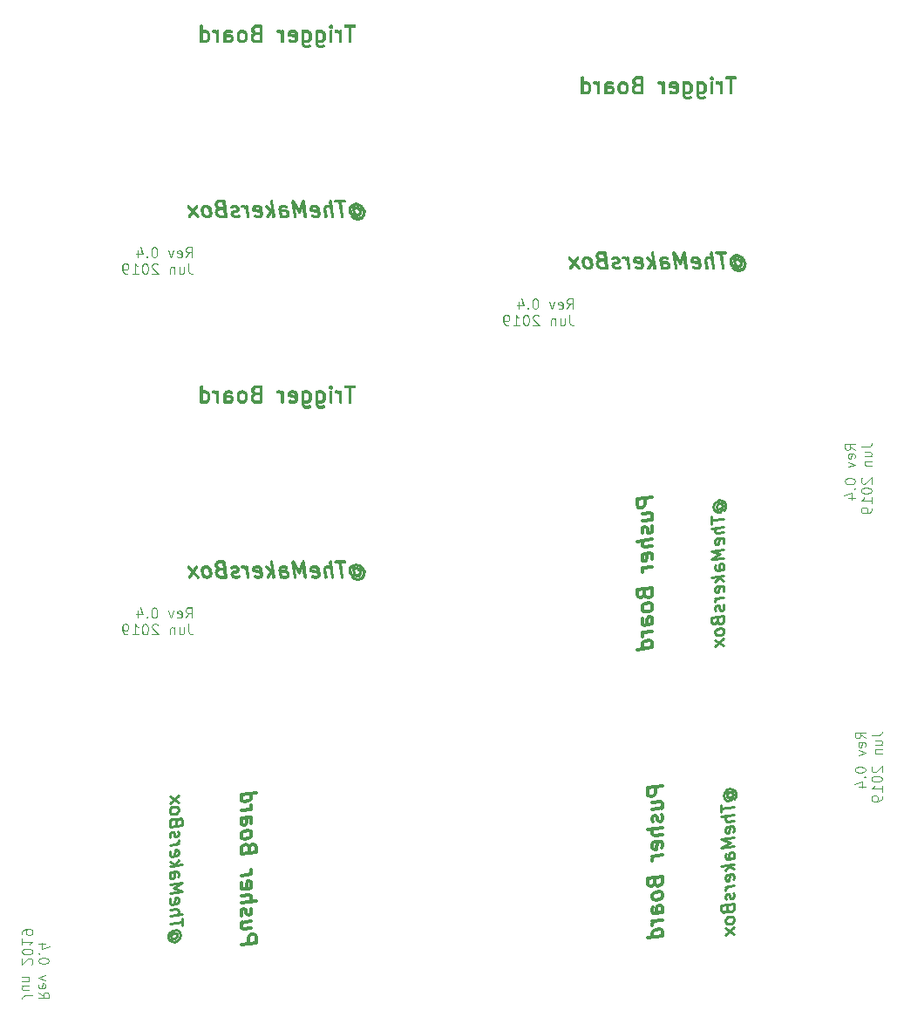
<source format=gbo>
%MOIN*%
%OFA0B0*%
%FSLAX46Y46*%
%IPPOS*%
%LPD*%
%ADD10C,0.0039370078740157488*%
%ADD11C,0.00984251968503937*%
%ADD12C,0.014763779527559057*%
%ADD13C,0.0039370078740157488*%
%ADD14C,0.00984251968503937*%
%ADD15C,0.014763779527559057*%
%ADD16C,0.0039370078740157488*%
%ADD17C,0.00984251968503937*%
%ADD18C,0.014763779527559057*%
G36*
X0003108400Y0002874900D02*
G01*
X0003110300Y0002875100D01*
X0003111900Y0002876000D01*
X0003113200Y0002877300D01*
X0003115700Y0002880100D01*
X0003116500Y0002881800D01*
X0003116800Y0002883600D01*
X0003116500Y0002885400D01*
X0003115700Y0002887000D01*
X0003114400Y0002888400D01*
X0003112700Y0002889200D01*
X0003110900Y0002889500D01*
X0003109100Y0002889200D01*
X0003107400Y0002888400D01*
X0003106099Y0002887000D01*
X0003103700Y0002884200D01*
X0003102800Y0002882600D01*
X0003102500Y0002880799D01*
X0003102800Y0002878900D01*
X0003103700Y0002877300D01*
X0003105000Y0002876000D01*
X0003106600Y0002875100D01*
X0003108400Y0002874900D01*
G37*
G36*
X0003110900Y0002877700D02*
G01*
X0003112700Y0002878000D01*
X0003114400Y0002878799D01*
X0003119600Y0002881600D01*
X0003120900Y0002882900D01*
X0003121800Y0002884600D01*
X0003122100Y0002886400D01*
X0003121800Y0002888200D01*
X0003120900Y0002889900D01*
X0003119600Y0002891199D01*
X0003118000Y0002891999D01*
X0003116200Y0002892300D01*
X0003114300Y0002891999D01*
X0003112700Y0002891199D01*
X0003107400Y0002888400D01*
X0003106099Y0002887000D01*
X0003105299Y0002885400D01*
X0003105000Y0002883600D01*
X0003105299Y0002881800D01*
X0003106099Y0002880100D01*
X0003107400Y0002878799D01*
X0003109100Y0002878000D01*
X0003110900Y0002877700D01*
G37*
G36*
X0003121800Y0002880500D02*
G01*
X0003123600Y0002880799D01*
X0003125300Y0002881600D01*
X0003126600Y0002882900D01*
X0003127399Y0002884600D01*
X0003127700Y0002886400D01*
X0003127399Y0002888200D01*
X0003126600Y0002889900D01*
X0003125300Y0002891199D01*
X0003123600Y0002891999D01*
X0003121800Y0002892300D01*
X0003116200Y0002892300D01*
X0003114300Y0002891999D01*
X0003112700Y0002891199D01*
X0003111400Y0002889900D01*
X0003110500Y0002888200D01*
X0003110300Y0002886400D01*
X0003110500Y0002884600D01*
X0003111400Y0002882900D01*
X0003112700Y0002881600D01*
X0003114300Y0002880799D01*
X0003116200Y0002880500D01*
X0003121800Y0002880500D01*
G37*
G36*
X0003127800Y0002877700D02*
G01*
X0003129600Y0002878000D01*
X0003131200Y0002878799D01*
X0003132500Y0002880100D01*
X0003133400Y0002881800D01*
X0003133700Y0002883600D01*
X0003133400Y0002885400D01*
X0003132500Y0002887000D01*
X0003131200Y0002888400D01*
X0003129600Y0002889200D01*
X0003123600Y0002891999D01*
X0003121800Y0002892300D01*
X0003120000Y0002891999D01*
X0003118300Y0002891199D01*
X0003117000Y0002889900D01*
X0003116200Y0002888200D01*
X0003115900Y0002886400D01*
X0003116200Y0002884600D01*
X0003117000Y0002882900D01*
X0003118300Y0002881600D01*
X0003120000Y0002880799D01*
X0003125900Y0002878000D01*
X0003127800Y0002877700D01*
G37*
G36*
X0003130899Y0002874900D02*
G01*
X0003132800Y0002875100D01*
X0003134399Y0002876000D01*
X0003135700Y0002877300D01*
X0003136500Y0002878900D01*
X0003136800Y0002880799D01*
X0003136500Y0002882600D01*
X0003135700Y0002884200D01*
X0003134399Y0002885500D01*
X0003131200Y0002888400D01*
X0003129600Y0002889200D01*
X0003127800Y0002889500D01*
X0003125900Y0002889200D01*
X0003124300Y0002888400D01*
X0003123000Y0002887000D01*
X0003122100Y0002885400D01*
X0003121900Y0002883600D01*
X0003122100Y0002881800D01*
X0003123000Y0002880100D01*
X0003124300Y0002878799D01*
X0003127500Y0002876000D01*
X0003129100Y0002875100D01*
X0003130899Y0002874900D01*
G37*
G36*
X0003134399Y0002869200D02*
G01*
X0003136300Y0002869500D01*
X0003137900Y0002870400D01*
X0003139200Y0002871700D01*
X0003140100Y0002873300D01*
X0003140300Y0002875100D01*
X0003140100Y0002877000D01*
X0003139200Y0002878600D01*
X0003135700Y0002884200D01*
X0003134399Y0002885500D01*
X0003132800Y0002886400D01*
X0003130899Y0002886700D01*
X0003129100Y0002886400D01*
X0003127500Y0002885500D01*
X0003126100Y0002884200D01*
X0003125300Y0002882600D01*
X0003125000Y0002880799D01*
X0003125300Y0002878900D01*
X0003126100Y0002877300D01*
X0003129699Y0002871700D01*
X0003131000Y0002870400D01*
X0003132600Y0002869500D01*
X0003134399Y0002869200D01*
G37*
G36*
X0003135100Y0002863600D02*
G01*
X0003137000Y0002863900D01*
X0003138600Y0002864700D01*
X0003139900Y0002866000D01*
X0003140800Y0002867700D01*
X0003141100Y0002869500D01*
X0003140300Y0002875100D01*
X0003140100Y0002877000D01*
X0003139200Y0002878600D01*
X0003137900Y0002879900D01*
X0003136300Y0002880799D01*
X0003134399Y0002881000D01*
X0003132600Y0002880799D01*
X0003131000Y0002879900D01*
X0003129699Y0002878600D01*
X0003128800Y0002877000D01*
X0003128500Y0002875100D01*
X0003129200Y0002869500D01*
X0003129500Y0002867700D01*
X0003130400Y0002866000D01*
X0003131699Y0002864700D01*
X0003133300Y0002863900D01*
X0003135100Y0002863600D01*
G37*
G36*
X0003133000Y0002858000D02*
G01*
X0003134900Y0002858300D01*
X0003136500Y0002859100D01*
X0003137800Y0002860400D01*
X0003138700Y0002862100D01*
X0003140800Y0002867700D01*
X0003141100Y0002869500D01*
X0003140800Y0002871300D01*
X0003139900Y0002873000D01*
X0003138600Y0002874300D01*
X0003137000Y0002875100D01*
X0003135100Y0002875400D01*
X0003133300Y0002875100D01*
X0003131699Y0002874300D01*
X0003130400Y0002873000D01*
X0003129500Y0002871300D01*
X0003127399Y0002865700D01*
X0003127100Y0002863900D01*
X0003127399Y0002862100D01*
X0003128300Y0002860400D01*
X0003129600Y0002859100D01*
X0003131200Y0002858300D01*
X0003133000Y0002858000D01*
G37*
G36*
X0003130600Y0002855199D02*
G01*
X0003132400Y0002855500D01*
X0003133999Y0002856300D01*
X0003135400Y0002857600D01*
X0003137800Y0002860400D01*
X0003138700Y0002862100D01*
X0003138900Y0002863900D01*
X0003138700Y0002865700D01*
X0003137800Y0002867400D01*
X0003136500Y0002868700D01*
X0003134900Y0002869500D01*
X0003133000Y0002869800D01*
X0003131200Y0002869500D01*
X0003129600Y0002868700D01*
X0003128300Y0002867400D01*
X0003125800Y0002864499D01*
X0003125000Y0002862900D01*
X0003124700Y0002861100D01*
X0003125000Y0002859300D01*
X0003125800Y0002857600D01*
X0003127100Y0002856300D01*
X0003128800Y0002855500D01*
X0003130600Y0002855199D01*
G37*
G36*
X0003125300Y0002852400D02*
G01*
X0003127100Y0002852600D01*
X0003128800Y0002853500D01*
X0003133999Y0002856300D01*
X0003135400Y0002857600D01*
X0003136200Y0002859300D01*
X0003136500Y0002861100D01*
X0003136200Y0002862900D01*
X0003135400Y0002864499D01*
X0003133999Y0002865900D01*
X0003132400Y0002866700D01*
X0003130600Y0002867000D01*
X0003128800Y0002866700D01*
X0003127100Y0002865900D01*
X0003121800Y0002863000D01*
X0003120500Y0002861700D01*
X0003119699Y0002860100D01*
X0003119400Y0002858300D01*
X0003119699Y0002856399D01*
X0003120500Y0002854799D01*
X0003121800Y0002853500D01*
X0003123500Y0002852600D01*
X0003125300Y0002852400D01*
G37*
G36*
X0003125300Y0002852400D02*
G01*
X0003127100Y0002852600D01*
X0003128800Y0002853500D01*
X0003130099Y0002854799D01*
X0003130899Y0002856399D01*
X0003131200Y0002858300D01*
X0003130899Y0002860100D01*
X0003130099Y0002861700D01*
X0003128800Y0002863000D01*
X0003127100Y0002863900D01*
X0003125300Y0002864200D01*
X0003119699Y0002864200D01*
X0003117900Y0002863900D01*
X0003116200Y0002863000D01*
X0003114900Y0002861700D01*
X0003114100Y0002860100D01*
X0003113800Y0002858300D01*
X0003114100Y0002856399D01*
X0003114900Y0002854799D01*
X0003116200Y0002853500D01*
X0003117900Y0002852600D01*
X0003119699Y0002852400D01*
X0003125300Y0002852400D01*
G37*
G36*
X0003119699Y0002852400D02*
G01*
X0003121500Y0002852600D01*
X0003123100Y0002853500D01*
X0003124500Y0002854799D01*
X0003125300Y0002856399D01*
X0003125600Y0002858300D01*
X0003125300Y0002860100D01*
X0003124500Y0002861700D01*
X0003123100Y0002863000D01*
X0003121500Y0002863900D01*
X0003115500Y0002866700D01*
X0003113700Y0002867000D01*
X0003111900Y0002866700D01*
X0003110200Y0002865900D01*
X0003108900Y0002864499D01*
X0003108100Y0002862900D01*
X0003107800Y0002861100D01*
X0003108100Y0002859300D01*
X0003108900Y0002857600D01*
X0003110200Y0002856300D01*
X0003111900Y0002855500D01*
X0003117900Y0002852600D01*
X0003119699Y0002852400D01*
G37*
G36*
X0003113700Y0002855199D02*
G01*
X0003115500Y0002855500D01*
X0003117200Y0002856300D01*
X0003118499Y0002857600D01*
X0003119299Y0002859300D01*
X0003119600Y0002861100D01*
X0003119299Y0002862900D01*
X0003118499Y0002864499D01*
X0003117200Y0002865900D01*
X0003114000Y0002868700D01*
X0003112400Y0002869500D01*
X0003110500Y0002869800D01*
X0003108700Y0002869500D01*
X0003107100Y0002868700D01*
X0003105800Y0002867400D01*
X0003104900Y0002865700D01*
X0003104600Y0002863900D01*
X0003104900Y0002862100D01*
X0003105800Y0002860400D01*
X0003107100Y0002859100D01*
X0003110200Y0002856300D01*
X0003111900Y0002855500D01*
X0003113700Y0002855199D01*
G37*
G36*
X0003110500Y0002858000D02*
G01*
X0003112400Y0002858300D01*
X0003114000Y0002859100D01*
X0003115300Y0002860400D01*
X0003116200Y0002862100D01*
X0003116400Y0002863900D01*
X0003113600Y0002886400D01*
X0003113300Y0002888200D01*
X0003112500Y0002889900D01*
X0003111200Y0002891199D01*
X0003109599Y0002891999D01*
X0003107699Y0002892300D01*
X0003105900Y0002891999D01*
X0003104300Y0002891199D01*
X0003102900Y0002889900D01*
X0003102100Y0002888200D01*
X0003101800Y0002886400D01*
X0003104600Y0002863900D01*
X0003104900Y0002862100D01*
X0003105800Y0002860400D01*
X0003107100Y0002859100D01*
X0003108700Y0002858300D01*
X0003110500Y0002858000D01*
G37*
G36*
X0003108100Y0002855199D02*
G01*
X0003109900Y0002855500D01*
X0003111500Y0002856300D01*
X0003112900Y0002857600D01*
X0003115300Y0002860400D01*
X0003116200Y0002862100D01*
X0003116400Y0002863900D01*
X0003116200Y0002865700D01*
X0003115300Y0002867400D01*
X0003114000Y0002868700D01*
X0003112400Y0002869500D01*
X0003110500Y0002869800D01*
X0003108700Y0002869500D01*
X0003107100Y0002868700D01*
X0003105800Y0002867400D01*
X0003103300Y0002864499D01*
X0003102500Y0002862900D01*
X0003102200Y0002861100D01*
X0003102500Y0002859300D01*
X0003103300Y0002857600D01*
X0003104600Y0002856300D01*
X0003106300Y0002855500D01*
X0003108100Y0002855199D01*
G37*
G36*
X0003108100Y0002855199D02*
G01*
X0003109900Y0002855500D01*
X0003111500Y0002856300D01*
X0003112900Y0002857600D01*
X0003113700Y0002859300D01*
X0003114000Y0002861100D01*
X0003113700Y0002862900D01*
X0003112900Y0002864499D01*
X0003111500Y0002865900D01*
X0003109900Y0002866700D01*
X0003108100Y0002867000D01*
X0003105299Y0002867000D01*
X0003103400Y0002866700D01*
X0003101800Y0002865900D01*
X0003100500Y0002864499D01*
X0003099600Y0002862900D01*
X0003099400Y0002861100D01*
X0003099600Y0002859300D01*
X0003100500Y0002857600D01*
X0003101800Y0002856300D01*
X0003103400Y0002855500D01*
X0003105299Y0002855199D01*
X0003108100Y0002855199D01*
G37*
G36*
X0003105299Y0002855199D02*
G01*
X0003107100Y0002855500D01*
X0003108700Y0002856300D01*
X0003109999Y0002857600D01*
X0003110900Y0002859300D01*
X0003111200Y0002861100D01*
X0003110900Y0002862900D01*
X0003109999Y0002864499D01*
X0003108700Y0002865900D01*
X0003107100Y0002866700D01*
X0003101100Y0002869500D01*
X0003099300Y0002869800D01*
X0003097500Y0002869500D01*
X0003095800Y0002868700D01*
X0003094499Y0002867400D01*
X0003093699Y0002865700D01*
X0003093400Y0002863900D01*
X0003093699Y0002862100D01*
X0003094499Y0002860400D01*
X0003095800Y0002859100D01*
X0003097500Y0002858300D01*
X0003103400Y0002855500D01*
X0003105299Y0002855199D01*
G37*
G36*
X0003099300Y0002858000D02*
G01*
X0003101100Y0002858300D01*
X0003102800Y0002859100D01*
X0003104100Y0002860400D01*
X0003104900Y0002862100D01*
X0003105200Y0002863900D01*
X0003104900Y0002865700D01*
X0003104100Y0002867400D01*
X0003100600Y0002873000D01*
X0003099200Y0002874300D01*
X0003097599Y0002875100D01*
X0003095800Y0002875400D01*
X0003094000Y0002875100D01*
X0003092300Y0002874300D01*
X0003090999Y0002873000D01*
X0003090200Y0002871300D01*
X0003089900Y0002869500D01*
X0003090200Y0002867700D01*
X0003090999Y0002866000D01*
X0003094499Y0002860400D01*
X0003095800Y0002859100D01*
X0003097500Y0002858300D01*
X0003099300Y0002858000D01*
G37*
G36*
X0003095800Y0002863600D02*
G01*
X0003097599Y0002863900D01*
X0003099200Y0002864700D01*
X0003100600Y0002866000D01*
X0003101400Y0002867700D01*
X0003101700Y0002869500D01*
X0003099900Y0002883600D01*
X0003099600Y0002885400D01*
X0003098800Y0002887000D01*
X0003097500Y0002888400D01*
X0003095800Y0002889200D01*
X0003094000Y0002889500D01*
X0003092200Y0002889200D01*
X0003090500Y0002888400D01*
X0003089200Y0002887000D01*
X0003088400Y0002885400D01*
X0003088100Y0002883600D01*
X0003089900Y0002869500D01*
X0003090200Y0002867700D01*
X0003090999Y0002866000D01*
X0003092300Y0002864700D01*
X0003094000Y0002863900D01*
X0003095800Y0002863600D01*
G37*
G36*
X0003094000Y0002877700D02*
G01*
X0003095800Y0002878000D01*
X0003097500Y0002878799D01*
X0003098800Y0002880100D01*
X0003103400Y0002888499D01*
X0003104200Y0002890200D01*
X0003104500Y0002891999D01*
X0003104200Y0002893800D01*
X0003103400Y0002895500D01*
X0003102100Y0002896800D01*
X0003100400Y0002897600D01*
X0003098600Y0002897900D01*
X0003096800Y0002897600D01*
X0003095100Y0002896800D01*
X0003093800Y0002895500D01*
X0003089200Y0002887000D01*
X0003088400Y0002885400D01*
X0003088100Y0002883600D01*
X0003088400Y0002881800D01*
X0003089200Y0002880100D01*
X0003090500Y0002878799D01*
X0003092200Y0002878000D01*
X0003094000Y0002877700D01*
G37*
G36*
X0003098600Y0002886100D02*
G01*
X0003100400Y0002886400D01*
X0003102100Y0002887200D01*
X0003109800Y0002892900D01*
X0003111100Y0002894200D01*
X0003111900Y0002895800D01*
X0003112200Y0002897600D01*
X0003111900Y0002899500D01*
X0003111100Y0002901100D01*
X0003109800Y0002902400D01*
X0003108100Y0002903300D01*
X0003106300Y0002903500D01*
X0003104500Y0002903300D01*
X0003102800Y0002902400D01*
X0003095100Y0002896800D01*
X0003093800Y0002895500D01*
X0003093000Y0002893800D01*
X0003092700Y0002891999D01*
X0003093000Y0002890200D01*
X0003093800Y0002888499D01*
X0003095100Y0002887200D01*
X0003096800Y0002886400D01*
X0003098600Y0002886100D01*
G37*
G36*
X0003106300Y0002891700D02*
G01*
X0003108100Y0002891999D01*
X0003119000Y0002894800D01*
X0003120700Y0002895700D01*
X0003121999Y0002897000D01*
X0003122799Y0002898600D01*
X0003123100Y0002900400D01*
X0003122799Y0002902300D01*
X0003121999Y0002903900D01*
X0003120700Y0002905199D01*
X0003119000Y0002906100D01*
X0003117200Y0002906400D01*
X0003115399Y0002906100D01*
X0003104500Y0002903300D01*
X0003102800Y0002902400D01*
X0003101500Y0002901100D01*
X0003100700Y0002899500D01*
X0003100400Y0002897600D01*
X0003100700Y0002895800D01*
X0003101500Y0002894200D01*
X0003102800Y0002892900D01*
X0003104500Y0002891999D01*
X0003106300Y0002891700D01*
G37*
G36*
X0003128800Y0002891700D02*
G01*
X0003130600Y0002891999D01*
X0003132300Y0002892900D01*
X0003133600Y0002894200D01*
X0003134399Y0002895800D01*
X0003134700Y0002897600D01*
X0003134399Y0002899500D01*
X0003133600Y0002901100D01*
X0003132300Y0002902400D01*
X0003130600Y0002903300D01*
X0003119000Y0002906100D01*
X0003117200Y0002906400D01*
X0003115399Y0002906100D01*
X0003113700Y0002905199D01*
X0003112400Y0002903900D01*
X0003111600Y0002902300D01*
X0003111300Y0002900400D01*
X0003111600Y0002898600D01*
X0003112400Y0002897000D01*
X0003113700Y0002895700D01*
X0003115399Y0002894800D01*
X0003127000Y0002891999D01*
X0003128800Y0002891700D01*
G37*
G36*
X0003138000Y0002886100D02*
G01*
X0003139799Y0002886400D01*
X0003141400Y0002887200D01*
X0003142700Y0002888499D01*
X0003143600Y0002890200D01*
X0003143900Y0002891999D01*
X0003143600Y0002893800D01*
X0003142700Y0002895500D01*
X0003141400Y0002896800D01*
X0003132300Y0002902400D01*
X0003130600Y0002903300D01*
X0003128800Y0002903500D01*
X0003127000Y0002903300D01*
X0003125300Y0002902400D01*
X0003124000Y0002901100D01*
X0003123200Y0002899500D01*
X0003122900Y0002897600D01*
X0003123200Y0002895800D01*
X0003124000Y0002894200D01*
X0003125300Y0002892900D01*
X0003134500Y0002887200D01*
X0003136100Y0002886400D01*
X0003138000Y0002886100D01*
G37*
G36*
X0003144600Y0002877700D02*
G01*
X0003146500Y0002878000D01*
X0003148100Y0002878799D01*
X0003149400Y0002880100D01*
X0003150300Y0002881800D01*
X0003150500Y0002883600D01*
X0003150300Y0002885400D01*
X0003149400Y0002887000D01*
X0003142700Y0002895500D01*
X0003141400Y0002896800D01*
X0003139799Y0002897600D01*
X0003138000Y0002897900D01*
X0003136100Y0002897600D01*
X0003134500Y0002896800D01*
X0003133200Y0002895500D01*
X0003132300Y0002893800D01*
X0003132099Y0002891999D01*
X0003132300Y0002890200D01*
X0003133200Y0002888499D01*
X0003139900Y0002880100D01*
X0003141200Y0002878799D01*
X0003142800Y0002878000D01*
X0003144600Y0002877700D01*
G37*
G36*
X0003148900Y0002866399D02*
G01*
X0003150700Y0002866700D01*
X0003152300Y0002867500D01*
X0003153600Y0002868900D01*
X0003154499Y0002870500D01*
X0003154800Y0002872300D01*
X0003154499Y0002874200D01*
X0003150300Y0002885400D01*
X0003149400Y0002887000D01*
X0003148100Y0002888400D01*
X0003146500Y0002889200D01*
X0003144600Y0002889500D01*
X0003142800Y0002889200D01*
X0003141200Y0002888400D01*
X0003139900Y0002887000D01*
X0003139000Y0002885400D01*
X0003138700Y0002883600D01*
X0003139000Y0002881800D01*
X0003143200Y0002870500D01*
X0003144099Y0002868900D01*
X0003145400Y0002867500D01*
X0003147000Y0002866700D01*
X0003148900Y0002866399D01*
G37*
G36*
X0003147400Y0002855199D02*
G01*
X0003149300Y0002855500D01*
X0003150900Y0002856300D01*
X0003152200Y0002857600D01*
X0003153100Y0002859300D01*
X0003153400Y0002861100D01*
X0003154800Y0002872300D01*
X0003154499Y0002874200D01*
X0003153600Y0002875800D01*
X0003152300Y0002877100D01*
X0003150700Y0002877900D01*
X0003148900Y0002878200D01*
X0003147000Y0002877900D01*
X0003145400Y0002877100D01*
X0003144099Y0002875800D01*
X0003143200Y0002874200D01*
X0003142899Y0002872300D01*
X0003141500Y0002861100D01*
X0003141800Y0002859300D01*
X0003142700Y0002857600D01*
X0003144000Y0002856300D01*
X0003145600Y0002855500D01*
X0003147400Y0002855199D01*
G37*
G36*
X0003142899Y0002846699D02*
G01*
X0003144700Y0002847000D01*
X0003146300Y0002847900D01*
X0003147700Y0002849200D01*
X0003152200Y0002857600D01*
X0003153100Y0002859300D01*
X0003153400Y0002861100D01*
X0003153100Y0002862900D01*
X0003152200Y0002864499D01*
X0003150900Y0002865900D01*
X0003149300Y0002866700D01*
X0003147400Y0002867000D01*
X0003145600Y0002866700D01*
X0003144000Y0002865900D01*
X0003142700Y0002864499D01*
X0003138100Y0002856100D01*
X0003137300Y0002854500D01*
X0003137000Y0002852600D01*
X0003137300Y0002850800D01*
X0003138100Y0002849200D01*
X0003139399Y0002847900D01*
X0003141100Y0002847000D01*
X0003142899Y0002846699D01*
G37*
G36*
X0003135100Y0002841100D02*
G01*
X0003137000Y0002841400D01*
X0003138600Y0002842200D01*
X0003146300Y0002847900D01*
X0003147700Y0002849200D01*
X0003148500Y0002850800D01*
X0003148800Y0002852600D01*
X0003148500Y0002854500D01*
X0003147700Y0002856100D01*
X0003146300Y0002857400D01*
X0003144700Y0002858300D01*
X0003142899Y0002858500D01*
X0003141100Y0002858300D01*
X0003139399Y0002857400D01*
X0003131699Y0002851800D01*
X0003130400Y0002850500D01*
X0003129500Y0002848800D01*
X0003129200Y0002847000D01*
X0003129500Y0002845200D01*
X0003130400Y0002843500D01*
X0003131699Y0002842200D01*
X0003133300Y0002841400D01*
X0003135100Y0002841100D01*
G37*
G36*
X0003124200Y0002838300D02*
G01*
X0003126100Y0002838600D01*
X0003137000Y0002841400D01*
X0003138600Y0002842200D01*
X0003139900Y0002843500D01*
X0003140800Y0002845200D01*
X0003141100Y0002847000D01*
X0003140800Y0002848800D01*
X0003139900Y0002850500D01*
X0003138600Y0002851800D01*
X0003137000Y0002852600D01*
X0003135100Y0002852900D01*
X0003133300Y0002852600D01*
X0003122399Y0002849800D01*
X0003120800Y0002849000D01*
X0003119500Y0002847700D01*
X0003118600Y0002846000D01*
X0003118300Y0002844200D01*
X0003118600Y0002842399D01*
X0003119500Y0002840700D01*
X0003120800Y0002839400D01*
X0003122399Y0002838600D01*
X0003124200Y0002838300D01*
G37*
G36*
X0003124200Y0002838300D02*
G01*
X0003126100Y0002838600D01*
X0003127700Y0002839400D01*
X0003129000Y0002840700D01*
X0003129900Y0002842399D01*
X0003130200Y0002844200D01*
X0003129900Y0002846000D01*
X0003129000Y0002847700D01*
X0003127700Y0002849000D01*
X0003126100Y0002849800D01*
X0003114500Y0002852600D01*
X0003112600Y0002852900D01*
X0003110799Y0002852600D01*
X0003109200Y0002851800D01*
X0003107900Y0002850500D01*
X0003107000Y0002848800D01*
X0003106700Y0002847000D01*
X0003107000Y0002845200D01*
X0003107900Y0002843500D01*
X0003109200Y0002842200D01*
X0003110799Y0002841400D01*
X0003122399Y0002838600D01*
X0003124200Y0002838300D01*
G37*
G36*
X0003112600Y0002841100D02*
G01*
X0003114500Y0002841400D01*
X0003116100Y0002842200D01*
X0003117400Y0002843500D01*
X0003118300Y0002845200D01*
X0003118600Y0002847000D01*
X0003118300Y0002848800D01*
X0003117400Y0002850500D01*
X0003116100Y0002851800D01*
X0003107000Y0002857400D01*
X0003105299Y0002858300D01*
X0003103500Y0002858500D01*
X0003101700Y0002858300D01*
X0003100000Y0002857400D01*
X0003098700Y0002856100D01*
X0003097900Y0002854500D01*
X0003097599Y0002852600D01*
X0003097900Y0002850800D01*
X0003098700Y0002849200D01*
X0003100000Y0002847900D01*
X0003109200Y0002842200D01*
X0003110799Y0002841400D01*
X0003112600Y0002841100D01*
G37*
G36*
X0003073599Y0002905800D02*
G01*
X0003075500Y0002906100D01*
X0003077100Y0002906900D01*
X0003078400Y0002908200D01*
X0003079200Y0002909900D01*
X0003079500Y0002911699D01*
X0003079200Y0002913500D01*
X0003078400Y0002915199D01*
X0003077100Y0002916500D01*
X0003075500Y0002917300D01*
X0003073599Y0002917600D01*
X0003039900Y0002917600D01*
X0003038100Y0002917300D01*
X0003036400Y0002916500D01*
X0003035100Y0002915199D01*
X0003034300Y0002913500D01*
X0003034000Y0002911699D01*
X0003034300Y0002909900D01*
X0003035100Y0002908200D01*
X0003036400Y0002906900D01*
X0003038100Y0002906100D01*
X0003039900Y0002905800D01*
X0003073599Y0002905800D01*
G37*
G36*
X0003064100Y0002846699D02*
G01*
X0003066000Y0002847000D01*
X0003067600Y0002847900D01*
X0003068899Y0002849200D01*
X0003069800Y0002850800D01*
X0003070000Y0002852600D01*
X0003062700Y0002911699D01*
X0003062399Y0002913500D01*
X0003061500Y0002915199D01*
X0003060200Y0002916500D01*
X0003058600Y0002917300D01*
X0003056800Y0002917600D01*
X0003054900Y0002917300D01*
X0003053300Y0002916500D01*
X0003052000Y0002915199D01*
X0003051100Y0002913500D01*
X0003050900Y0002911699D01*
X0003058200Y0002852600D01*
X0003058499Y0002850800D01*
X0003059400Y0002849200D01*
X0003060700Y0002847900D01*
X0003062300Y0002847000D01*
X0003064100Y0002846699D01*
G37*
G36*
X0003027600Y0002846699D02*
G01*
X0003029400Y0002847000D01*
X0003031100Y0002847900D01*
X0003032400Y0002849200D01*
X0003033200Y0002850800D01*
X0003033500Y0002852600D01*
X0003026100Y0002911699D01*
X0003025800Y0002913500D01*
X0003025000Y0002915199D01*
X0003023700Y0002916500D01*
X0003022000Y0002917300D01*
X0003020200Y0002917600D01*
X0003018400Y0002917300D01*
X0003016700Y0002916500D01*
X0003015400Y0002915199D01*
X0003014600Y0002913500D01*
X0003014300Y0002911699D01*
X0003021699Y0002852600D01*
X0003022000Y0002850800D01*
X0003022800Y0002849200D01*
X0003024100Y0002847900D01*
X0003025800Y0002847000D01*
X0003027600Y0002846699D01*
G37*
G36*
X0003002300Y0002846699D02*
G01*
X0003004100Y0002847000D01*
X0003005700Y0002847900D01*
X0003007000Y0002849200D01*
X0003007900Y0002850800D01*
X0003008200Y0002852600D01*
X0003004300Y0002883600D01*
X0003004000Y0002885400D01*
X0003003200Y0002887000D01*
X0003001900Y0002888400D01*
X0003000200Y0002889200D01*
X0002998400Y0002889500D01*
X0002996600Y0002889200D01*
X0002994900Y0002888400D01*
X0002993600Y0002887000D01*
X0002992800Y0002885400D01*
X0002992500Y0002883600D01*
X0002996400Y0002852600D01*
X0002996700Y0002850800D01*
X0002997500Y0002849200D01*
X0002998800Y0002847900D01*
X0003000399Y0002847000D01*
X0003002300Y0002846699D01*
G37*
G36*
X0002998400Y0002877700D02*
G01*
X0003000200Y0002878000D01*
X0003001900Y0002878799D01*
X0003003200Y0002880100D01*
X0003004000Y0002881800D01*
X0003006100Y0002887400D01*
X0003006400Y0002889200D01*
X0003006100Y0002891000D01*
X0003005300Y0002892700D01*
X0003004000Y0002894000D01*
X0003002300Y0002894800D01*
X0003000500Y0002895100D01*
X0002998700Y0002894800D01*
X0002997000Y0002894000D01*
X0002995700Y0002892700D01*
X0002994900Y0002891000D01*
X0002992800Y0002885400D01*
X0002992500Y0002883600D01*
X0002992800Y0002881800D01*
X0002993600Y0002880100D01*
X0002994900Y0002878799D01*
X0002996600Y0002878000D01*
X0002998400Y0002877700D01*
G37*
G36*
X0003000500Y0002883300D02*
G01*
X0003002300Y0002883600D01*
X0003004000Y0002884400D01*
X0003009299Y0002887200D01*
X0003010600Y0002888499D01*
X0003011400Y0002890200D01*
X0003011700Y0002891999D01*
X0003011400Y0002893800D01*
X0003010600Y0002895500D01*
X0003009299Y0002896800D01*
X0003007600Y0002897600D01*
X0003005800Y0002897900D01*
X0003004000Y0002897600D01*
X0003002300Y0002896800D01*
X0002997000Y0002894000D01*
X0002995700Y0002892700D01*
X0002994900Y0002891000D01*
X0002994600Y0002889200D01*
X0002994900Y0002887400D01*
X0002995700Y0002885700D01*
X0002997000Y0002884400D01*
X0002998700Y0002883600D01*
X0003000500Y0002883300D01*
G37*
G36*
X0003014200Y0002886100D02*
G01*
X0003016000Y0002886400D01*
X0003017700Y0002887200D01*
X0003019000Y0002888499D01*
X0003019800Y0002890200D01*
X0003020100Y0002891999D01*
X0003019800Y0002893800D01*
X0003019000Y0002895500D01*
X0003017700Y0002896800D01*
X0003016000Y0002897600D01*
X0003014200Y0002897900D01*
X0003005800Y0002897900D01*
X0003004000Y0002897600D01*
X0003002300Y0002896800D01*
X0003001000Y0002895500D01*
X0003000200Y0002893800D01*
X0002999900Y0002891999D01*
X0003000200Y0002890200D01*
X0003001000Y0002888499D01*
X0003002300Y0002887200D01*
X0003004000Y0002886400D01*
X0003005800Y0002886100D01*
X0003014200Y0002886100D01*
G37*
G36*
X0003020200Y0002883300D02*
G01*
X0003022000Y0002883600D01*
X0003023700Y0002884400D01*
X0003025000Y0002885700D01*
X0003025800Y0002887400D01*
X0003026100Y0002889200D01*
X0003025800Y0002891000D01*
X0003025000Y0002892700D01*
X0003023700Y0002894000D01*
X0003022000Y0002894800D01*
X0003016000Y0002897600D01*
X0003014200Y0002897900D01*
X0003012399Y0002897600D01*
X0003010800Y0002896800D01*
X0003009400Y0002895500D01*
X0003008600Y0002893800D01*
X0003008300Y0002891999D01*
X0003008600Y0002890200D01*
X0003009400Y0002888499D01*
X0003010800Y0002887200D01*
X0003012399Y0002886400D01*
X0003018400Y0002883600D01*
X0003020200Y0002883300D01*
G37*
G36*
X0003023400Y0002880500D02*
G01*
X0003025199Y0002880799D01*
X0003026800Y0002881600D01*
X0003028100Y0002882900D01*
X0003029000Y0002884600D01*
X0003029300Y0002886400D01*
X0003029000Y0002888200D01*
X0003028100Y0002889900D01*
X0003026800Y0002891199D01*
X0003023700Y0002894000D01*
X0003022000Y0002894800D01*
X0003020200Y0002895100D01*
X0003018400Y0002894800D01*
X0003016700Y0002894000D01*
X0003015400Y0002892700D01*
X0003014600Y0002891000D01*
X0003014300Y0002889200D01*
X0003014600Y0002887400D01*
X0003015400Y0002885700D01*
X0003016700Y0002884400D01*
X0003019900Y0002881600D01*
X0003021500Y0002880799D01*
X0003023400Y0002880500D01*
G37*
G36*
X0002957300Y0002846699D02*
G01*
X0002959100Y0002847000D01*
X0002960700Y0002847900D01*
X0002962099Y0002849200D01*
X0002962900Y0002850800D01*
X0002963200Y0002852600D01*
X0002962900Y0002854500D01*
X0002962099Y0002856100D01*
X0002960700Y0002857400D01*
X0002959100Y0002858300D01*
X0002953100Y0002861100D01*
X0002951300Y0002861400D01*
X0002949500Y0002861100D01*
X0002947800Y0002860200D01*
X0002946500Y0002858900D01*
X0002945700Y0002857300D01*
X0002945400Y0002855500D01*
X0002945700Y0002853600D01*
X0002946500Y0002852000D01*
X0002947800Y0002850700D01*
X0002949500Y0002849800D01*
X0002955500Y0002847000D01*
X0002957300Y0002846699D01*
G37*
G36*
X0002968500Y0002846699D02*
G01*
X0002970400Y0002847000D01*
X0002972000Y0002847900D01*
X0002973299Y0002849200D01*
X0002974099Y0002850800D01*
X0002974400Y0002852600D01*
X0002974099Y0002854500D01*
X0002973299Y0002856100D01*
X0002972000Y0002857400D01*
X0002970400Y0002858300D01*
X0002968500Y0002858500D01*
X0002957300Y0002858500D01*
X0002955500Y0002858300D01*
X0002953800Y0002857400D01*
X0002952500Y0002856100D01*
X0002951700Y0002854500D01*
X0002951400Y0002852600D01*
X0002951700Y0002850800D01*
X0002952500Y0002849200D01*
X0002953800Y0002847900D01*
X0002955500Y0002847000D01*
X0002957300Y0002846699D01*
X0002968500Y0002846699D01*
G37*
G36*
X0002968500Y0002846699D02*
G01*
X0002970400Y0002847000D01*
X0002972000Y0002847900D01*
X0002977300Y0002850700D01*
X0002978600Y0002852000D01*
X0002979400Y0002853600D01*
X0002979700Y0002855500D01*
X0002979400Y0002857300D01*
X0002978600Y0002858900D01*
X0002977300Y0002860200D01*
X0002975600Y0002861100D01*
X0002973800Y0002861400D01*
X0002972000Y0002861100D01*
X0002970300Y0002860200D01*
X0002965100Y0002857400D01*
X0002963700Y0002856100D01*
X0002962900Y0002854500D01*
X0002962600Y0002852600D01*
X0002962900Y0002850800D01*
X0002963700Y0002849200D01*
X0002965100Y0002847900D01*
X0002966700Y0002847000D01*
X0002968500Y0002846699D01*
G37*
G36*
X0002973800Y0002849500D02*
G01*
X0002975600Y0002849800D01*
X0002977300Y0002850700D01*
X0002978600Y0002852000D01*
X0002979400Y0002853600D01*
X0002981500Y0002859300D01*
X0002981800Y0002861100D01*
X0002981500Y0002862900D01*
X0002980700Y0002864499D01*
X0002979400Y0002865900D01*
X0002977700Y0002866700D01*
X0002975900Y0002867000D01*
X0002974099Y0002866700D01*
X0002972400Y0002865900D01*
X0002971100Y0002864499D01*
X0002970300Y0002862900D01*
X0002968200Y0002857300D01*
X0002967900Y0002855500D01*
X0002968200Y0002853600D01*
X0002969000Y0002852000D01*
X0002970300Y0002850700D01*
X0002972000Y0002849800D01*
X0002973800Y0002849500D01*
G37*
G36*
X0002975900Y0002855199D02*
G01*
X0002977700Y0002855500D01*
X0002979400Y0002856300D01*
X0002980700Y0002857600D01*
X0002981500Y0002859300D01*
X0002981800Y0002861100D01*
X0002979000Y0002883600D01*
X0002978700Y0002885400D01*
X0002977900Y0002887000D01*
X0002976600Y0002888400D01*
X0002974900Y0002889200D01*
X0002973100Y0002889500D01*
X0002971300Y0002889200D01*
X0002969600Y0002888400D01*
X0002968300Y0002887000D01*
X0002967500Y0002885400D01*
X0002967200Y0002883600D01*
X0002970000Y0002861100D01*
X0002970300Y0002859300D01*
X0002971100Y0002857600D01*
X0002972400Y0002856300D01*
X0002974099Y0002855500D01*
X0002975900Y0002855199D01*
G37*
G36*
X0002973100Y0002877700D02*
G01*
X0002974900Y0002878000D01*
X0002976600Y0002878799D01*
X0002977900Y0002880100D01*
X0002978700Y0002881800D01*
X0002979000Y0002883600D01*
X0002978700Y0002885400D01*
X0002977900Y0002887000D01*
X0002974400Y0002892700D01*
X0002973100Y0002894000D01*
X0002971400Y0002894800D01*
X0002969600Y0002895100D01*
X0002967800Y0002894800D01*
X0002966100Y0002894000D01*
X0002964799Y0002892700D01*
X0002963999Y0002891000D01*
X0002963700Y0002889200D01*
X0002963999Y0002887400D01*
X0002964799Y0002885700D01*
X0002968300Y0002880100D01*
X0002969600Y0002878799D01*
X0002971300Y0002878000D01*
X0002973100Y0002877700D01*
G37*
G36*
X0002969600Y0002883300D02*
G01*
X0002971400Y0002883600D01*
X0002973100Y0002884400D01*
X0002974400Y0002885700D01*
X0002975200Y0002887400D01*
X0002975500Y0002889200D01*
X0002975200Y0002891000D01*
X0002974400Y0002892700D01*
X0002973100Y0002894000D01*
X0002971400Y0002894800D01*
X0002965400Y0002897600D01*
X0002963599Y0002897900D01*
X0002961800Y0002897600D01*
X0002960099Y0002896800D01*
X0002958800Y0002895500D01*
X0002958000Y0002893800D01*
X0002957700Y0002891999D01*
X0002958000Y0002890200D01*
X0002958800Y0002888499D01*
X0002960099Y0002887200D01*
X0002961800Y0002886400D01*
X0002967800Y0002883600D01*
X0002969600Y0002883300D01*
G37*
G36*
X0002963599Y0002886100D02*
G01*
X0002965400Y0002886400D01*
X0002967100Y0002887200D01*
X0002968400Y0002888499D01*
X0002969200Y0002890200D01*
X0002969500Y0002891999D01*
X0002969200Y0002893800D01*
X0002968400Y0002895500D01*
X0002967100Y0002896800D01*
X0002965400Y0002897600D01*
X0002963599Y0002897900D01*
X0002952399Y0002897900D01*
X0002950500Y0002897600D01*
X0002948899Y0002896800D01*
X0002947600Y0002895500D01*
X0002946700Y0002893800D01*
X0002946400Y0002891999D01*
X0002946700Y0002890200D01*
X0002947600Y0002888499D01*
X0002948899Y0002887200D01*
X0002950500Y0002886400D01*
X0002952399Y0002886100D01*
X0002963599Y0002886100D01*
G37*
G36*
X0002947100Y0002883300D02*
G01*
X0002948899Y0002883600D01*
X0002950600Y0002884400D01*
X0002955800Y0002887200D01*
X0002957100Y0002888499D01*
X0002958000Y0002890200D01*
X0002958300Y0002891999D01*
X0002958000Y0002893800D01*
X0002957100Y0002895500D01*
X0002955800Y0002896800D01*
X0002954200Y0002897600D01*
X0002952399Y0002897900D01*
X0002950500Y0002897600D01*
X0002948899Y0002896800D01*
X0002943600Y0002894000D01*
X0002942300Y0002892700D01*
X0002941500Y0002891000D01*
X0002941199Y0002889200D01*
X0002941500Y0002887400D01*
X0002942300Y0002885700D01*
X0002943600Y0002884400D01*
X0002945300Y0002883600D01*
X0002947100Y0002883300D01*
G37*
G36*
X0002945000Y0002877700D02*
G01*
X0002946800Y0002878000D01*
X0002948400Y0002878799D01*
X0002949800Y0002880100D01*
X0002950600Y0002881800D01*
X0002952700Y0002887400D01*
X0002953000Y0002889200D01*
X0002952700Y0002891000D01*
X0002951900Y0002892700D01*
X0002950600Y0002894000D01*
X0002948899Y0002894800D01*
X0002947100Y0002895100D01*
X0002945300Y0002894800D01*
X0002943600Y0002894000D01*
X0002942300Y0002892700D01*
X0002941500Y0002891000D01*
X0002939400Y0002885400D01*
X0002939100Y0002883600D01*
X0002939400Y0002881800D01*
X0002940200Y0002880100D01*
X0002941500Y0002878799D01*
X0002943100Y0002878000D01*
X0002945000Y0002877700D01*
G37*
G36*
X0002945700Y0002872000D02*
G01*
X0002947500Y0002872300D01*
X0002949100Y0002873200D01*
X0002950500Y0002874500D01*
X0002951300Y0002876099D01*
X0002951599Y0002878000D01*
X0002950900Y0002883600D01*
X0002950600Y0002885400D01*
X0002949800Y0002887000D01*
X0002948400Y0002888400D01*
X0002946800Y0002889200D01*
X0002945000Y0002889500D01*
X0002943100Y0002889200D01*
X0002941500Y0002888400D01*
X0002940200Y0002887000D01*
X0002939400Y0002885400D01*
X0002939100Y0002883600D01*
X0002939800Y0002878000D01*
X0002940100Y0002876099D01*
X0002940900Y0002874500D01*
X0002942200Y0002873200D01*
X0002943900Y0002872300D01*
X0002945700Y0002872000D01*
G37*
G36*
X0002974500Y0002866399D02*
G01*
X0002976300Y0002866700D01*
X0002978000Y0002867500D01*
X0002979300Y0002868900D01*
X0002980100Y0002870500D01*
X0002980400Y0002872300D01*
X0002980100Y0002874200D01*
X0002979300Y0002875800D01*
X0002978000Y0002877100D01*
X0002976300Y0002877900D01*
X0002947500Y0002883600D01*
X0002945700Y0002883900D01*
X0002943900Y0002883600D01*
X0002942200Y0002882700D01*
X0002940900Y0002881400D01*
X0002940100Y0002879800D01*
X0002939800Y0002878000D01*
X0002940100Y0002876099D01*
X0002940900Y0002874500D01*
X0002942200Y0002873200D01*
X0002943900Y0002872300D01*
X0002972700Y0002866700D01*
X0002974500Y0002866399D01*
G37*
G36*
X0002923500Y0002846699D02*
G01*
X0002925400Y0002847000D01*
X0002927000Y0002847900D01*
X0002928300Y0002849200D01*
X0002929100Y0002850800D01*
X0002929400Y0002852600D01*
X0002922100Y0002911699D01*
X0002921800Y0002913500D01*
X0002920900Y0002915199D01*
X0002919600Y0002916500D01*
X0002918000Y0002917300D01*
X0002916100Y0002917600D01*
X0002914300Y0002917300D01*
X0002912700Y0002916500D01*
X0002911400Y0002915199D01*
X0002910500Y0002913500D01*
X0002910200Y0002911699D01*
X0002917600Y0002852600D01*
X0002917900Y0002850800D01*
X0002918800Y0002849200D01*
X0002920100Y0002847900D01*
X0002921700Y0002847000D01*
X0002923500Y0002846699D01*
G37*
G36*
X0002901700Y0002863600D02*
G01*
X0002903599Y0002863900D01*
X0002905199Y0002864700D01*
X0002906500Y0002866000D01*
X0002907400Y0002867700D01*
X0002921800Y0002909900D01*
X0002922100Y0002911699D01*
X0002921800Y0002913500D01*
X0002920900Y0002915199D01*
X0002919600Y0002916500D01*
X0002918000Y0002917300D01*
X0002916100Y0002917600D01*
X0002914300Y0002917300D01*
X0002912700Y0002916500D01*
X0002911400Y0002915199D01*
X0002910500Y0002913500D01*
X0002896100Y0002871300D01*
X0002895800Y0002869500D01*
X0002896100Y0002867700D01*
X0002897000Y0002866000D01*
X0002898300Y0002864700D01*
X0002899900Y0002863900D01*
X0002901700Y0002863600D01*
G37*
G36*
X0002901700Y0002863600D02*
G01*
X0002903599Y0002863900D01*
X0002905199Y0002864700D01*
X0002906500Y0002866000D01*
X0002907400Y0002867700D01*
X0002907600Y0002869500D01*
X0002907400Y0002871300D01*
X0002906500Y0002873000D01*
X0002881600Y0002915199D01*
X0002880300Y0002916500D01*
X0002878600Y0002917300D01*
X0002876800Y0002917600D01*
X0002875000Y0002917300D01*
X0002873300Y0002916500D01*
X0002872000Y0002915199D01*
X0002871200Y0002913500D01*
X0002870900Y0002911699D01*
X0002871200Y0002909900D01*
X0002872000Y0002908200D01*
X0002897000Y0002866000D01*
X0002898300Y0002864700D01*
X0002899900Y0002863900D01*
X0002901700Y0002863600D01*
G37*
G36*
X0002884200Y0002846699D02*
G01*
X0002886000Y0002847000D01*
X0002887600Y0002847900D01*
X0002888899Y0002849200D01*
X0002889800Y0002850800D01*
X0002890100Y0002852600D01*
X0002882700Y0002911699D01*
X0002882400Y0002913500D01*
X0002881600Y0002915199D01*
X0002880300Y0002916500D01*
X0002878600Y0002917300D01*
X0002876800Y0002917600D01*
X0002875000Y0002917300D01*
X0002873300Y0002916500D01*
X0002872000Y0002915199D01*
X0002871200Y0002913500D01*
X0002870900Y0002911699D01*
X0002878300Y0002852600D01*
X0002878500Y0002850800D01*
X0002879400Y0002849200D01*
X0002880700Y0002847900D01*
X0002882300Y0002847000D01*
X0002884200Y0002846699D01*
G37*
G36*
X0002830700Y0002846699D02*
G01*
X0002832600Y0002847000D01*
X0002834200Y0002847900D01*
X0002835500Y0002849200D01*
X0002836300Y0002850800D01*
X0002836600Y0002852600D01*
X0002832800Y0002883600D01*
X0002832500Y0002885400D01*
X0002831599Y0002887000D01*
X0002830300Y0002888400D01*
X0002828700Y0002889200D01*
X0002826899Y0002889500D01*
X0002825000Y0002889200D01*
X0002823400Y0002888400D01*
X0002822100Y0002887000D01*
X0002821200Y0002885400D01*
X0002821000Y0002883600D01*
X0002824800Y0002852600D01*
X0002825100Y0002850800D01*
X0002826000Y0002849200D01*
X0002827299Y0002847900D01*
X0002828900Y0002847000D01*
X0002830700Y0002846699D01*
G37*
G36*
X0002826899Y0002877700D02*
G01*
X0002828700Y0002878000D01*
X0002830300Y0002878799D01*
X0002831599Y0002880100D01*
X0002832500Y0002881800D01*
X0002834600Y0002887400D01*
X0002834900Y0002889200D01*
X0002834600Y0002891000D01*
X0002833700Y0002892700D01*
X0002832399Y0002894000D01*
X0002830799Y0002894800D01*
X0002829000Y0002895100D01*
X0002827100Y0002894800D01*
X0002825500Y0002894000D01*
X0002824200Y0002892700D01*
X0002823400Y0002891000D01*
X0002821200Y0002885400D01*
X0002821000Y0002883600D01*
X0002821200Y0002881800D01*
X0002822100Y0002880100D01*
X0002823400Y0002878799D01*
X0002825000Y0002878000D01*
X0002826899Y0002877700D01*
G37*
G36*
X0002829000Y0002883300D02*
G01*
X0002830799Y0002883600D01*
X0002832399Y0002884400D01*
X0002837700Y0002887200D01*
X0002839000Y0002888499D01*
X0002839900Y0002890200D01*
X0002840200Y0002891999D01*
X0002839900Y0002893800D01*
X0002839000Y0002895500D01*
X0002837700Y0002896800D01*
X0002836100Y0002897600D01*
X0002834200Y0002897900D01*
X0002832399Y0002897600D01*
X0002830799Y0002896800D01*
X0002825500Y0002894000D01*
X0002824200Y0002892700D01*
X0002823400Y0002891000D01*
X0002823100Y0002889200D01*
X0002823400Y0002887400D01*
X0002824200Y0002885700D01*
X0002825500Y0002884400D01*
X0002827100Y0002883600D01*
X0002829000Y0002883300D01*
G37*
G36*
X0002845500Y0002886100D02*
G01*
X0002847300Y0002886400D01*
X0002849000Y0002887200D01*
X0002850300Y0002888499D01*
X0002851100Y0002890200D01*
X0002851400Y0002891999D01*
X0002851100Y0002893800D01*
X0002850300Y0002895500D01*
X0002849000Y0002896800D01*
X0002847300Y0002897600D01*
X0002845500Y0002897900D01*
X0002834200Y0002897900D01*
X0002832399Y0002897600D01*
X0002830799Y0002896800D01*
X0002829500Y0002895500D01*
X0002828600Y0002893800D01*
X0002828300Y0002891999D01*
X0002828600Y0002890200D01*
X0002829500Y0002888499D01*
X0002830799Y0002887200D01*
X0002832399Y0002886400D01*
X0002834200Y0002886100D01*
X0002845500Y0002886100D01*
G37*
G36*
X0002851500Y0002883300D02*
G01*
X0002853300Y0002883600D01*
X0002854900Y0002884400D01*
X0002856200Y0002885700D01*
X0002857100Y0002887400D01*
X0002857400Y0002889200D01*
X0002857100Y0002891000D01*
X0002856200Y0002892700D01*
X0002854900Y0002894000D01*
X0002853300Y0002894800D01*
X0002847300Y0002897600D01*
X0002845500Y0002897900D01*
X0002843700Y0002897600D01*
X0002841999Y0002896800D01*
X0002840700Y0002895500D01*
X0002839900Y0002893800D01*
X0002839600Y0002891999D01*
X0002839900Y0002890200D01*
X0002840700Y0002888499D01*
X0002841999Y0002887200D01*
X0002843700Y0002886400D01*
X0002849600Y0002883600D01*
X0002851500Y0002883300D01*
G37*
G36*
X0002836400Y0002846699D02*
G01*
X0002838200Y0002847000D01*
X0002839800Y0002847900D01*
X0002841100Y0002849200D01*
X0002841999Y0002850800D01*
X0002842300Y0002852600D01*
X0002841999Y0002854500D01*
X0002841100Y0002856100D01*
X0002839800Y0002857400D01*
X0002838200Y0002858300D01*
X0002832200Y0002861100D01*
X0002830399Y0002861400D01*
X0002828600Y0002861100D01*
X0002826899Y0002860200D01*
X0002825600Y0002858900D01*
X0002824800Y0002857300D01*
X0002824500Y0002855500D01*
X0002824800Y0002853600D01*
X0002825600Y0002852000D01*
X0002826899Y0002850700D01*
X0002828600Y0002849800D01*
X0002834500Y0002847000D01*
X0002836400Y0002846699D01*
G37*
G36*
X0002850400Y0002846699D02*
G01*
X0002852200Y0002847000D01*
X0002853900Y0002847900D01*
X0002855199Y0002849200D01*
X0002855999Y0002850800D01*
X0002856300Y0002852600D01*
X0002855999Y0002854500D01*
X0002855199Y0002856100D01*
X0002853900Y0002857400D01*
X0002852200Y0002858300D01*
X0002850400Y0002858500D01*
X0002836400Y0002858500D01*
X0002834500Y0002858300D01*
X0002832900Y0002857400D01*
X0002831599Y0002856100D01*
X0002830700Y0002854500D01*
X0002830399Y0002852600D01*
X0002830700Y0002850800D01*
X0002831599Y0002849200D01*
X0002832900Y0002847900D01*
X0002834500Y0002847000D01*
X0002836400Y0002846699D01*
X0002850400Y0002846699D01*
G37*
G36*
X0002850400Y0002846699D02*
G01*
X0002852200Y0002847000D01*
X0002853900Y0002847900D01*
X0002859200Y0002850700D01*
X0002860500Y0002852000D01*
X0002861300Y0002853600D01*
X0002861600Y0002855500D01*
X0002861300Y0002857300D01*
X0002860500Y0002858900D01*
X0002859200Y0002860200D01*
X0002857500Y0002861100D01*
X0002855700Y0002861400D01*
X0002853900Y0002861100D01*
X0002852200Y0002860200D01*
X0002846900Y0002857400D01*
X0002845600Y0002856100D01*
X0002844800Y0002854500D01*
X0002844500Y0002852600D01*
X0002844800Y0002850800D01*
X0002845600Y0002849200D01*
X0002846900Y0002847900D01*
X0002848600Y0002847000D01*
X0002850400Y0002846699D01*
G37*
G36*
X0002855700Y0002849500D02*
G01*
X0002857500Y0002849800D01*
X0002859200Y0002850700D01*
X0002860500Y0002852000D01*
X0002861300Y0002853600D01*
X0002863400Y0002859300D01*
X0002863699Y0002861100D01*
X0002863400Y0002862900D01*
X0002862600Y0002864499D01*
X0002861300Y0002865900D01*
X0002859600Y0002866700D01*
X0002857800Y0002867000D01*
X0002855999Y0002866700D01*
X0002854300Y0002865900D01*
X0002853000Y0002864499D01*
X0002852200Y0002862900D01*
X0002850100Y0002857300D01*
X0002849800Y0002855500D01*
X0002850100Y0002853600D01*
X0002850900Y0002852000D01*
X0002852200Y0002850700D01*
X0002853900Y0002849800D01*
X0002855700Y0002849500D01*
G37*
G36*
X0002857800Y0002855199D02*
G01*
X0002859600Y0002855500D01*
X0002861300Y0002856300D01*
X0002862600Y0002857600D01*
X0002863400Y0002859300D01*
X0002863699Y0002861100D01*
X0002863000Y0002866700D01*
X0002862700Y0002868500D01*
X0002861900Y0002870200D01*
X0002860600Y0002871500D01*
X0002858900Y0002872300D01*
X0002857100Y0002872600D01*
X0002855300Y0002872300D01*
X0002853600Y0002871500D01*
X0002852300Y0002870200D01*
X0002851500Y0002868500D01*
X0002851200Y0002866700D01*
X0002851900Y0002861100D01*
X0002852200Y0002859300D01*
X0002853000Y0002857600D01*
X0002854300Y0002856300D01*
X0002855999Y0002855500D01*
X0002857800Y0002855199D01*
G37*
G36*
X0002857100Y0002860800D02*
G01*
X0002858900Y0002861100D01*
X0002860600Y0002861900D01*
X0002861900Y0002863200D01*
X0002862700Y0002864900D01*
X0002863000Y0002866700D01*
X0002862700Y0002868500D01*
X0002861900Y0002870200D01*
X0002858400Y0002875800D01*
X0002857000Y0002877100D01*
X0002855400Y0002877900D01*
X0002853600Y0002878200D01*
X0002851800Y0002877900D01*
X0002850100Y0002877100D01*
X0002848800Y0002875800D01*
X0002848000Y0002874200D01*
X0002847700Y0002872300D01*
X0002848000Y0002870500D01*
X0002848800Y0002868900D01*
X0002852300Y0002863200D01*
X0002853600Y0002861900D01*
X0002855300Y0002861100D01*
X0002857100Y0002860800D01*
G37*
G36*
X0002853600Y0002866399D02*
G01*
X0002855400Y0002866700D01*
X0002857000Y0002867500D01*
X0002858400Y0002868900D01*
X0002859200Y0002870500D01*
X0002859500Y0002872300D01*
X0002859200Y0002874200D01*
X0002858400Y0002875800D01*
X0002857000Y0002877100D01*
X0002855400Y0002877900D01*
X0002849400Y0002880799D01*
X0002847600Y0002881000D01*
X0002845800Y0002880799D01*
X0002844100Y0002879900D01*
X0002842799Y0002878600D01*
X0002841999Y0002877000D01*
X0002841700Y0002875100D01*
X0002841999Y0002873300D01*
X0002842799Y0002871700D01*
X0002844100Y0002870400D01*
X0002845800Y0002869500D01*
X0002851800Y0002866700D01*
X0002853600Y0002866399D01*
G37*
G36*
X0002847600Y0002869200D02*
G01*
X0002849400Y0002869500D01*
X0002851100Y0002870400D01*
X0002852400Y0002871700D01*
X0002853200Y0002873300D01*
X0002853500Y0002875100D01*
X0002853200Y0002877000D01*
X0002852400Y0002878600D01*
X0002851100Y0002879900D01*
X0002849400Y0002880799D01*
X0002847600Y0002881000D01*
X0002833500Y0002881000D01*
X0002831700Y0002880799D01*
X0002830100Y0002879900D01*
X0002828800Y0002878600D01*
X0002827900Y0002877000D01*
X0002827600Y0002875100D01*
X0002827900Y0002873300D01*
X0002828800Y0002871700D01*
X0002830100Y0002870400D01*
X0002831700Y0002869500D01*
X0002833500Y0002869200D01*
X0002847600Y0002869200D01*
G37*
G36*
X0002833500Y0002869200D02*
G01*
X0002835400Y0002869500D01*
X0002837000Y0002870400D01*
X0002838300Y0002871700D01*
X0002839200Y0002873300D01*
X0002839400Y0002875100D01*
X0002839200Y0002877000D01*
X0002838300Y0002878600D01*
X0002837000Y0002879900D01*
X0002835400Y0002880799D01*
X0002829400Y0002883600D01*
X0002827600Y0002883900D01*
X0002825700Y0002883600D01*
X0002824100Y0002882700D01*
X0002822800Y0002881400D01*
X0002822000Y0002879800D01*
X0002821700Y0002878000D01*
X0002822000Y0002876099D01*
X0002822800Y0002874500D01*
X0002824100Y0002873200D01*
X0002825700Y0002872300D01*
X0002831700Y0002869500D01*
X0002833500Y0002869200D01*
G37*
G36*
X0002802600Y0002846699D02*
G01*
X0002804400Y0002847000D01*
X0002806100Y0002847900D01*
X0002807400Y0002849200D01*
X0002808200Y0002850800D01*
X0002808500Y0002852600D01*
X0002801100Y0002911699D01*
X0002800800Y0002913500D01*
X0002800000Y0002915199D01*
X0002798700Y0002916500D01*
X0002797100Y0002917300D01*
X0002795199Y0002917600D01*
X0002793400Y0002917300D01*
X0002791800Y0002916500D01*
X0002790400Y0002915199D01*
X0002789600Y0002913500D01*
X0002789300Y0002911699D01*
X0002796700Y0002852600D01*
X0002797000Y0002850800D01*
X0002797800Y0002849200D01*
X0002799100Y0002847900D01*
X0002800800Y0002847000D01*
X0002802600Y0002846699D01*
G37*
G36*
X0002780100Y0002846699D02*
G01*
X0002781900Y0002847000D01*
X0002783599Y0002847900D01*
X0002784900Y0002849200D01*
X0002799000Y0002871700D01*
X0002799800Y0002873300D01*
X0002800100Y0002875100D01*
X0002799800Y0002877000D01*
X0002799000Y0002878600D01*
X0002797600Y0002879900D01*
X0002795999Y0002880799D01*
X0002794200Y0002881000D01*
X0002792300Y0002880799D01*
X0002790700Y0002879900D01*
X0002789400Y0002878600D01*
X0002775300Y0002856100D01*
X0002774500Y0002854500D01*
X0002774200Y0002852600D01*
X0002774500Y0002850800D01*
X0002775300Y0002849200D01*
X0002776600Y0002847900D01*
X0002778300Y0002847000D01*
X0002780100Y0002846699D01*
G37*
G36*
X0002800500Y0002863600D02*
G01*
X0002802300Y0002863900D01*
X0002804000Y0002864700D01*
X0002805300Y0002866000D01*
X0002806100Y0002867700D01*
X0002806399Y0002869500D01*
X0002806100Y0002871300D01*
X0002805300Y0002873000D01*
X0002804000Y0002874300D01*
X0002778700Y0002896800D01*
X0002777000Y0002897600D01*
X0002775200Y0002897900D01*
X0002773400Y0002897600D01*
X0002771700Y0002896800D01*
X0002770399Y0002895500D01*
X0002769599Y0002893800D01*
X0002769300Y0002891999D01*
X0002769599Y0002890200D01*
X0002770399Y0002888499D01*
X0002771700Y0002887200D01*
X0002797000Y0002864700D01*
X0002798700Y0002863900D01*
X0002800500Y0002863600D01*
G37*
G36*
X0002737899Y0002846699D02*
G01*
X0002739800Y0002847000D01*
X0002741400Y0002847900D01*
X0002742700Y0002849200D01*
X0002743500Y0002850800D01*
X0002743800Y0002852600D01*
X0002743500Y0002854500D01*
X0002742700Y0002856100D01*
X0002741400Y0002857400D01*
X0002739800Y0002858300D01*
X0002733800Y0002861100D01*
X0002732000Y0002861400D01*
X0002730099Y0002861100D01*
X0002728500Y0002860200D01*
X0002727200Y0002858900D01*
X0002726300Y0002857300D01*
X0002726000Y0002855500D01*
X0002726300Y0002853600D01*
X0002727200Y0002852000D01*
X0002728500Y0002850700D01*
X0002730099Y0002849800D01*
X0002736100Y0002847000D01*
X0002737899Y0002846699D01*
G37*
G36*
X0002749200Y0002846699D02*
G01*
X0002751000Y0002847000D01*
X0002752600Y0002847900D01*
X0002754000Y0002849200D01*
X0002754800Y0002850800D01*
X0002755100Y0002852600D01*
X0002754800Y0002854500D01*
X0002754000Y0002856100D01*
X0002752600Y0002857400D01*
X0002751000Y0002858300D01*
X0002749200Y0002858500D01*
X0002737899Y0002858500D01*
X0002736100Y0002858300D01*
X0002734500Y0002857400D01*
X0002733199Y0002856100D01*
X0002732300Y0002854500D01*
X0002732000Y0002852600D01*
X0002732300Y0002850800D01*
X0002733199Y0002849200D01*
X0002734500Y0002847900D01*
X0002736100Y0002847000D01*
X0002737899Y0002846699D01*
X0002749200Y0002846699D01*
G37*
G36*
X0002749200Y0002846699D02*
G01*
X0002751000Y0002847000D01*
X0002752600Y0002847900D01*
X0002757900Y0002850700D01*
X0002759199Y0002852000D01*
X0002760100Y0002853600D01*
X0002760400Y0002855500D01*
X0002760100Y0002857300D01*
X0002759199Y0002858900D01*
X0002757900Y0002860200D01*
X0002756300Y0002861100D01*
X0002754499Y0002861400D01*
X0002752600Y0002861100D01*
X0002751000Y0002860200D01*
X0002745700Y0002857400D01*
X0002744400Y0002856100D01*
X0002743600Y0002854500D01*
X0002743300Y0002852600D01*
X0002743600Y0002850800D01*
X0002744400Y0002849200D01*
X0002745700Y0002847900D01*
X0002747400Y0002847000D01*
X0002749200Y0002846699D01*
G37*
G36*
X0002754499Y0002849500D02*
G01*
X0002756300Y0002849800D01*
X0002757900Y0002850700D01*
X0002759199Y0002852000D01*
X0002760100Y0002853600D01*
X0002762200Y0002859300D01*
X0002762500Y0002861100D01*
X0002762200Y0002862900D01*
X0002761300Y0002864499D01*
X0002759999Y0002865900D01*
X0002758399Y0002866700D01*
X0002756600Y0002867000D01*
X0002754700Y0002866700D01*
X0002753100Y0002865900D01*
X0002751800Y0002864499D01*
X0002750900Y0002862900D01*
X0002748800Y0002857300D01*
X0002748500Y0002855500D01*
X0002748800Y0002853600D01*
X0002749700Y0002852000D01*
X0002751000Y0002850700D01*
X0002752600Y0002849800D01*
X0002754499Y0002849500D01*
G37*
G36*
X0002756600Y0002855199D02*
G01*
X0002758399Y0002855500D01*
X0002759999Y0002856300D01*
X0002761300Y0002857600D01*
X0002762200Y0002859300D01*
X0002762500Y0002861100D01*
X0002759700Y0002883600D01*
X0002759400Y0002885400D01*
X0002758500Y0002887000D01*
X0002757199Y0002888400D01*
X0002755600Y0002889200D01*
X0002753700Y0002889500D01*
X0002751900Y0002889200D01*
X0002750300Y0002888400D01*
X0002749000Y0002887000D01*
X0002748100Y0002885400D01*
X0002747800Y0002883600D01*
X0002750700Y0002861100D01*
X0002750900Y0002859300D01*
X0002751800Y0002857600D01*
X0002753100Y0002856300D01*
X0002754700Y0002855500D01*
X0002756600Y0002855199D01*
G37*
G36*
X0002753700Y0002877700D02*
G01*
X0002755600Y0002878000D01*
X0002757199Y0002878799D01*
X0002758500Y0002880100D01*
X0002759400Y0002881800D01*
X0002759700Y0002883600D01*
X0002759400Y0002885400D01*
X0002758500Y0002887000D01*
X0002755000Y0002892700D01*
X0002753700Y0002894000D01*
X0002752100Y0002894800D01*
X0002750200Y0002895100D01*
X0002748400Y0002894800D01*
X0002746799Y0002894000D01*
X0002745500Y0002892700D01*
X0002744600Y0002891000D01*
X0002744300Y0002889200D01*
X0002744600Y0002887400D01*
X0002745500Y0002885700D01*
X0002749000Y0002880100D01*
X0002750300Y0002878799D01*
X0002751900Y0002878000D01*
X0002753700Y0002877700D01*
G37*
G36*
X0002750200Y0002883300D02*
G01*
X0002752100Y0002883600D01*
X0002753700Y0002884400D01*
X0002755000Y0002885700D01*
X0002755800Y0002887400D01*
X0002756100Y0002889200D01*
X0002755800Y0002891000D01*
X0002755000Y0002892700D01*
X0002753700Y0002894000D01*
X0002752100Y0002894800D01*
X0002746100Y0002897600D01*
X0002744300Y0002897900D01*
X0002742400Y0002897600D01*
X0002740800Y0002896800D01*
X0002739500Y0002895500D01*
X0002738600Y0002893800D01*
X0002738400Y0002891999D01*
X0002738600Y0002890200D01*
X0002739500Y0002888499D01*
X0002740800Y0002887200D01*
X0002742400Y0002886400D01*
X0002748400Y0002883600D01*
X0002750200Y0002883300D01*
G37*
G36*
X0002744300Y0002886100D02*
G01*
X0002746100Y0002886400D01*
X0002747700Y0002887200D01*
X0002749000Y0002888499D01*
X0002749899Y0002890200D01*
X0002750200Y0002891999D01*
X0002749899Y0002893800D01*
X0002749000Y0002895500D01*
X0002747700Y0002896800D01*
X0002746100Y0002897600D01*
X0002744300Y0002897900D01*
X0002733000Y0002897900D01*
X0002731200Y0002897600D01*
X0002729500Y0002896800D01*
X0002728200Y0002895500D01*
X0002727400Y0002893800D01*
X0002727100Y0002891999D01*
X0002727400Y0002890200D01*
X0002728200Y0002888499D01*
X0002729500Y0002887200D01*
X0002731200Y0002886400D01*
X0002733000Y0002886100D01*
X0002744300Y0002886100D01*
G37*
G36*
X0002727700Y0002883300D02*
G01*
X0002729600Y0002883600D01*
X0002731200Y0002884400D01*
X0002736500Y0002887200D01*
X0002737800Y0002888499D01*
X0002738600Y0002890200D01*
X0002738900Y0002891999D01*
X0002738600Y0002893800D01*
X0002737800Y0002895500D01*
X0002736500Y0002896800D01*
X0002734799Y0002897600D01*
X0002733000Y0002897900D01*
X0002731200Y0002897600D01*
X0002729500Y0002896800D01*
X0002724300Y0002894000D01*
X0002723000Y0002892700D01*
X0002722100Y0002891000D01*
X0002721800Y0002889200D01*
X0002722100Y0002887400D01*
X0002723000Y0002885700D01*
X0002724300Y0002884400D01*
X0002725900Y0002883600D01*
X0002727700Y0002883300D01*
G37*
G36*
X0002725600Y0002877700D02*
G01*
X0002727500Y0002878000D01*
X0002729100Y0002878799D01*
X0002730400Y0002880100D01*
X0002731200Y0002881800D01*
X0002733400Y0002887400D01*
X0002733599Y0002889200D01*
X0002733400Y0002891000D01*
X0002732500Y0002892700D01*
X0002731200Y0002894000D01*
X0002729600Y0002894800D01*
X0002727700Y0002895100D01*
X0002725900Y0002894800D01*
X0002724300Y0002894000D01*
X0002723000Y0002892700D01*
X0002722100Y0002891000D01*
X0002720000Y0002885400D01*
X0002719700Y0002883600D01*
X0002720000Y0002881800D01*
X0002720799Y0002880100D01*
X0002722200Y0002878799D01*
X0002723800Y0002878000D01*
X0002725600Y0002877700D01*
G37*
G36*
X0002726300Y0002872000D02*
G01*
X0002728200Y0002872300D01*
X0002729800Y0002873200D01*
X0002731100Y0002874500D01*
X0002731900Y0002876099D01*
X0002732200Y0002878000D01*
X0002731500Y0002883600D01*
X0002731200Y0002885400D01*
X0002730400Y0002887000D01*
X0002729100Y0002888400D01*
X0002727500Y0002889200D01*
X0002725600Y0002889500D01*
X0002723800Y0002889200D01*
X0002722200Y0002888400D01*
X0002720799Y0002887000D01*
X0002720000Y0002885400D01*
X0002719700Y0002883600D01*
X0002720399Y0002878000D01*
X0002720700Y0002876099D01*
X0002721599Y0002874500D01*
X0002722900Y0002873200D01*
X0002724500Y0002872300D01*
X0002726300Y0002872000D01*
G37*
G36*
X0002755200Y0002866399D02*
G01*
X0002757000Y0002866700D01*
X0002758600Y0002867500D01*
X0002759900Y0002868900D01*
X0002760800Y0002870500D01*
X0002761100Y0002872300D01*
X0002760800Y0002874200D01*
X0002759900Y0002875800D01*
X0002758600Y0002877100D01*
X0002757000Y0002877900D01*
X0002728200Y0002883600D01*
X0002726300Y0002883900D01*
X0002724500Y0002883600D01*
X0002722900Y0002882700D01*
X0002721599Y0002881400D01*
X0002720700Y0002879800D01*
X0002720399Y0002878000D01*
X0002720700Y0002876099D01*
X0002721599Y0002874500D01*
X0002722900Y0002873200D01*
X0002724500Y0002872300D01*
X0002753300Y0002866700D01*
X0002755200Y0002866399D01*
G37*
G36*
X0002704200Y0002846699D02*
G01*
X0002706000Y0002847000D01*
X0002707700Y0002847900D01*
X0002709000Y0002849200D01*
X0002709800Y0002850800D01*
X0002710100Y0002852600D01*
X0002705200Y0002891999D01*
X0002704900Y0002893800D01*
X0002704000Y0002895500D01*
X0002702700Y0002896800D01*
X0002701099Y0002897600D01*
X0002699300Y0002897900D01*
X0002697400Y0002897600D01*
X0002695800Y0002896800D01*
X0002694499Y0002895500D01*
X0002693600Y0002893800D01*
X0002693400Y0002891999D01*
X0002698300Y0002852600D01*
X0002698600Y0002850800D01*
X0002699400Y0002849200D01*
X0002700699Y0002847900D01*
X0002702400Y0002847000D01*
X0002704200Y0002846699D01*
G37*
G36*
X0002700699Y0002874900D02*
G01*
X0002702500Y0002875100D01*
X0002704100Y0002876000D01*
X0002705400Y0002877300D01*
X0002706300Y0002878900D01*
X0002706600Y0002880799D01*
X0002706300Y0002882600D01*
X0002705400Y0002884200D01*
X0002701900Y0002889900D01*
X0002700600Y0002891199D01*
X0002699000Y0002891999D01*
X0002697199Y0002892300D01*
X0002695300Y0002891999D01*
X0002693699Y0002891199D01*
X0002692400Y0002889900D01*
X0002691500Y0002888200D01*
X0002691200Y0002886400D01*
X0002691500Y0002884600D01*
X0002692400Y0002882900D01*
X0002695900Y0002877300D01*
X0002697199Y0002876000D01*
X0002698799Y0002875100D01*
X0002700699Y0002874900D01*
G37*
G36*
X0002697199Y0002880500D02*
G01*
X0002699000Y0002880799D01*
X0002700600Y0002881600D01*
X0002701900Y0002882900D01*
X0002702800Y0002884600D01*
X0002703100Y0002886400D01*
X0002702800Y0002888200D01*
X0002701900Y0002889900D01*
X0002700600Y0002891199D01*
X0002697500Y0002894000D01*
X0002695800Y0002894800D01*
X0002694000Y0002895100D01*
X0002692200Y0002894800D01*
X0002690500Y0002894000D01*
X0002689200Y0002892700D01*
X0002688400Y0002891000D01*
X0002688100Y0002889200D01*
X0002688400Y0002887400D01*
X0002689200Y0002885700D01*
X0002690500Y0002884400D01*
X0002693699Y0002881600D01*
X0002695300Y0002880799D01*
X0002697199Y0002880500D01*
G37*
G36*
X0002694000Y0002883300D02*
G01*
X0002695800Y0002883600D01*
X0002697500Y0002884400D01*
X0002698799Y0002885700D01*
X0002699600Y0002887400D01*
X0002699900Y0002889200D01*
X0002699600Y0002891000D01*
X0002698799Y0002892700D01*
X0002697500Y0002894000D01*
X0002695800Y0002894800D01*
X0002689800Y0002897600D01*
X0002688000Y0002897900D01*
X0002686200Y0002897600D01*
X0002684500Y0002896800D01*
X0002683200Y0002895500D01*
X0002682400Y0002893800D01*
X0002682099Y0002891999D01*
X0002682400Y0002890200D01*
X0002683200Y0002888499D01*
X0002684500Y0002887200D01*
X0002686200Y0002886400D01*
X0002692200Y0002883600D01*
X0002694000Y0002883300D01*
G37*
G36*
X0002688000Y0002886100D02*
G01*
X0002689800Y0002886400D01*
X0002691500Y0002887200D01*
X0002692800Y0002888499D01*
X0002693600Y0002890200D01*
X0002693900Y0002891999D01*
X0002693600Y0002893800D01*
X0002692800Y0002895500D01*
X0002691500Y0002896800D01*
X0002689800Y0002897600D01*
X0002688000Y0002897900D01*
X0002682400Y0002897900D01*
X0002680600Y0002897600D01*
X0002678900Y0002896800D01*
X0002677600Y0002895500D01*
X0002676800Y0002893800D01*
X0002676500Y0002891999D01*
X0002676800Y0002890200D01*
X0002677600Y0002888499D01*
X0002678900Y0002887200D01*
X0002680600Y0002886400D01*
X0002682400Y0002886100D01*
X0002688000Y0002886100D01*
G37*
G36*
X0002664800Y0002846699D02*
G01*
X0002666600Y0002847000D01*
X0002668300Y0002847900D01*
X0002673599Y0002850700D01*
X0002674900Y0002852000D01*
X0002675700Y0002853600D01*
X0002676000Y0002855500D01*
X0002675700Y0002857300D01*
X0002674900Y0002858900D01*
X0002673599Y0002860200D01*
X0002671900Y0002861100D01*
X0002670099Y0002861400D01*
X0002668300Y0002861100D01*
X0002666600Y0002860200D01*
X0002661300Y0002857400D01*
X0002659999Y0002856100D01*
X0002659200Y0002854500D01*
X0002658900Y0002852600D01*
X0002659200Y0002850800D01*
X0002659999Y0002849200D01*
X0002661300Y0002847900D01*
X0002663000Y0002847000D01*
X0002664800Y0002846699D01*
G37*
G36*
X0002664800Y0002846699D02*
G01*
X0002666600Y0002847000D01*
X0002668300Y0002847900D01*
X0002669600Y0002849200D01*
X0002670400Y0002850800D01*
X0002670700Y0002852600D01*
X0002670400Y0002854500D01*
X0002669600Y0002856100D01*
X0002668300Y0002857400D01*
X0002666600Y0002858300D01*
X0002664800Y0002858500D01*
X0002653600Y0002858500D01*
X0002651700Y0002858300D01*
X0002650100Y0002857400D01*
X0002648799Y0002856100D01*
X0002647900Y0002854500D01*
X0002647700Y0002852600D01*
X0002647900Y0002850800D01*
X0002648799Y0002849200D01*
X0002650100Y0002847900D01*
X0002651700Y0002847000D01*
X0002653600Y0002846699D01*
X0002664800Y0002846699D01*
G37*
G36*
X0002653600Y0002846699D02*
G01*
X0002655400Y0002847000D01*
X0002657000Y0002847900D01*
X0002658300Y0002849200D01*
X0002659200Y0002850800D01*
X0002659500Y0002852600D01*
X0002659200Y0002854500D01*
X0002658300Y0002856100D01*
X0002657000Y0002857400D01*
X0002655400Y0002858300D01*
X0002649400Y0002861100D01*
X0002647599Y0002861400D01*
X0002645800Y0002861100D01*
X0002644100Y0002860200D01*
X0002642800Y0002858900D01*
X0002642000Y0002857300D01*
X0002641700Y0002855500D01*
X0002642000Y0002853600D01*
X0002642800Y0002852000D01*
X0002644100Y0002850700D01*
X0002645800Y0002849800D01*
X0002651700Y0002847000D01*
X0002653600Y0002846699D01*
G37*
G36*
X0002647599Y0002849500D02*
G01*
X0002649400Y0002849800D01*
X0002651100Y0002850700D01*
X0002652400Y0002852000D01*
X0002653200Y0002853600D01*
X0002653500Y0002855500D01*
X0002653200Y0002857300D01*
X0002652400Y0002858900D01*
X0002648900Y0002864499D01*
X0002647500Y0002865900D01*
X0002645900Y0002866700D01*
X0002644100Y0002867000D01*
X0002642200Y0002866700D01*
X0002640600Y0002865900D01*
X0002639300Y0002864499D01*
X0002638500Y0002862900D01*
X0002638200Y0002861100D01*
X0002638500Y0002859300D01*
X0002639300Y0002857600D01*
X0002642800Y0002852000D01*
X0002644100Y0002850700D01*
X0002645800Y0002849800D01*
X0002647599Y0002849500D01*
G37*
G36*
X0002644100Y0002855199D02*
G01*
X0002645900Y0002855500D01*
X0002647500Y0002856300D01*
X0002648900Y0002857600D01*
X0002649700Y0002859300D01*
X0002649999Y0002861100D01*
X0002649599Y0002863900D01*
X0002649300Y0002865700D01*
X0002648500Y0002867400D01*
X0002647200Y0002868700D01*
X0002645500Y0002869500D01*
X0002643700Y0002869800D01*
X0002641900Y0002869500D01*
X0002640299Y0002868700D01*
X0002638900Y0002867400D01*
X0002638100Y0002865700D01*
X0002637800Y0002863900D01*
X0002638200Y0002861100D01*
X0002638500Y0002859300D01*
X0002639300Y0002857600D01*
X0002640600Y0002856300D01*
X0002642200Y0002855500D01*
X0002644100Y0002855199D01*
G37*
G36*
X0002643700Y0002858000D02*
G01*
X0002645500Y0002858300D01*
X0002647200Y0002859100D01*
X0002648500Y0002860400D01*
X0002649300Y0002862100D01*
X0002651400Y0002867700D01*
X0002651700Y0002869500D01*
X0002651400Y0002871300D01*
X0002650600Y0002873000D01*
X0002649300Y0002874300D01*
X0002647700Y0002875100D01*
X0002645800Y0002875400D01*
X0002644000Y0002875100D01*
X0002642400Y0002874300D01*
X0002641099Y0002873000D01*
X0002640200Y0002871300D01*
X0002638100Y0002865700D01*
X0002637800Y0002863900D01*
X0002638100Y0002862100D01*
X0002638900Y0002860400D01*
X0002640299Y0002859100D01*
X0002641900Y0002858300D01*
X0002643700Y0002858000D01*
G37*
G36*
X0002645800Y0002863600D02*
G01*
X0002647700Y0002863900D01*
X0002649300Y0002864700D01*
X0002654600Y0002867500D01*
X0002655900Y0002868900D01*
X0002656700Y0002870500D01*
X0002657000Y0002872300D01*
X0002656700Y0002874200D01*
X0002655900Y0002875800D01*
X0002654600Y0002877100D01*
X0002652900Y0002877900D01*
X0002651100Y0002878200D01*
X0002649300Y0002877900D01*
X0002647599Y0002877100D01*
X0002642400Y0002874300D01*
X0002641099Y0002873000D01*
X0002640200Y0002871300D01*
X0002639899Y0002869500D01*
X0002640200Y0002867700D01*
X0002641099Y0002866000D01*
X0002642400Y0002864700D01*
X0002644000Y0002863900D01*
X0002645800Y0002863600D01*
G37*
G36*
X0002659500Y0002866399D02*
G01*
X0002661400Y0002866700D01*
X0002663000Y0002867500D01*
X0002664299Y0002868900D01*
X0002665200Y0002870500D01*
X0002665400Y0002872300D01*
X0002665200Y0002874200D01*
X0002664299Y0002875800D01*
X0002663000Y0002877100D01*
X0002661400Y0002877900D01*
X0002659500Y0002878200D01*
X0002651100Y0002878200D01*
X0002649300Y0002877900D01*
X0002647599Y0002877100D01*
X0002646300Y0002875800D01*
X0002645500Y0002874200D01*
X0002645200Y0002872300D01*
X0002645500Y0002870500D01*
X0002646300Y0002868900D01*
X0002647599Y0002867500D01*
X0002649300Y0002866700D01*
X0002651100Y0002866399D01*
X0002659500Y0002866399D01*
G37*
G36*
X0002659500Y0002866399D02*
G01*
X0002661400Y0002866700D01*
X0002663000Y0002867500D01*
X0002668300Y0002870400D01*
X0002669600Y0002871700D01*
X0002670400Y0002873300D01*
X0002670700Y0002875100D01*
X0002670400Y0002877000D01*
X0002669600Y0002878600D01*
X0002668300Y0002879900D01*
X0002666600Y0002880799D01*
X0002664800Y0002881000D01*
X0002663000Y0002880799D01*
X0002661300Y0002879900D01*
X0002656100Y0002877100D01*
X0002654800Y0002875800D01*
X0002653900Y0002874200D01*
X0002653600Y0002872300D01*
X0002653900Y0002870500D01*
X0002654800Y0002868900D01*
X0002656100Y0002867500D01*
X0002657699Y0002866700D01*
X0002659500Y0002866399D01*
G37*
G36*
X0002664800Y0002869200D02*
G01*
X0002666600Y0002869500D01*
X0002668300Y0002870400D01*
X0002669600Y0002871700D01*
X0002670400Y0002873300D01*
X0002672500Y0002878900D01*
X0002672799Y0002880799D01*
X0002672500Y0002882600D01*
X0002671700Y0002884200D01*
X0002670400Y0002885500D01*
X0002668700Y0002886400D01*
X0002666900Y0002886700D01*
X0002665099Y0002886400D01*
X0002663500Y0002885500D01*
X0002662100Y0002884200D01*
X0002661300Y0002882600D01*
X0002659200Y0002877000D01*
X0002658900Y0002875100D01*
X0002659200Y0002873300D01*
X0002659999Y0002871700D01*
X0002661300Y0002870400D01*
X0002663000Y0002869500D01*
X0002664800Y0002869200D01*
G37*
G36*
X0002666900Y0002874900D02*
G01*
X0002668700Y0002875100D01*
X0002670400Y0002876000D01*
X0002671700Y0002877300D01*
X0002672500Y0002878900D01*
X0002672799Y0002880799D01*
X0002672500Y0002883600D01*
X0002672200Y0002885400D01*
X0002671300Y0002887000D01*
X0002670000Y0002888400D01*
X0002668400Y0002889200D01*
X0002666600Y0002889500D01*
X0002664699Y0002889200D01*
X0002663100Y0002888400D01*
X0002661800Y0002887000D01*
X0002661000Y0002885400D01*
X0002660700Y0002883600D01*
X0002661000Y0002880799D01*
X0002661300Y0002878900D01*
X0002662100Y0002877300D01*
X0002663500Y0002876000D01*
X0002665099Y0002875100D01*
X0002666900Y0002874900D01*
G37*
G36*
X0002666600Y0002877700D02*
G01*
X0002668400Y0002878000D01*
X0002670000Y0002878799D01*
X0002671300Y0002880100D01*
X0002672200Y0002881800D01*
X0002672500Y0002883600D01*
X0002672200Y0002885400D01*
X0002671300Y0002887000D01*
X0002667800Y0002892700D01*
X0002666500Y0002894000D01*
X0002664900Y0002894800D01*
X0002663100Y0002895100D01*
X0002661199Y0002894800D01*
X0002659599Y0002894000D01*
X0002658300Y0002892700D01*
X0002657400Y0002891000D01*
X0002657100Y0002889200D01*
X0002657400Y0002887400D01*
X0002658300Y0002885700D01*
X0002661800Y0002880100D01*
X0002663100Y0002878799D01*
X0002664699Y0002878000D01*
X0002666600Y0002877700D01*
G37*
G36*
X0002663100Y0002883300D02*
G01*
X0002664900Y0002883600D01*
X0002666500Y0002884400D01*
X0002667800Y0002885700D01*
X0002668700Y0002887400D01*
X0002669000Y0002889200D01*
X0002668700Y0002891000D01*
X0002667800Y0002892700D01*
X0002666500Y0002894000D01*
X0002664900Y0002894800D01*
X0002658900Y0002897600D01*
X0002657100Y0002897900D01*
X0002655300Y0002897600D01*
X0002653600Y0002896800D01*
X0002652299Y0002895500D01*
X0002651500Y0002893800D01*
X0002651200Y0002891999D01*
X0002651500Y0002890200D01*
X0002652299Y0002888499D01*
X0002653600Y0002887200D01*
X0002655300Y0002886400D01*
X0002661199Y0002883600D01*
X0002663100Y0002883300D01*
G37*
G36*
X0002657100Y0002886100D02*
G01*
X0002658900Y0002886400D01*
X0002660600Y0002887200D01*
X0002661900Y0002888499D01*
X0002662700Y0002890200D01*
X0002663000Y0002891999D01*
X0002662700Y0002893800D01*
X0002661900Y0002895500D01*
X0002660600Y0002896800D01*
X0002658900Y0002897600D01*
X0002657100Y0002897900D01*
X0002648600Y0002897900D01*
X0002646800Y0002897600D01*
X0002645200Y0002896800D01*
X0002643900Y0002895500D01*
X0002643000Y0002893800D01*
X0002642700Y0002891999D01*
X0002643000Y0002890200D01*
X0002643900Y0002888499D01*
X0002645200Y0002887200D01*
X0002646800Y0002886400D01*
X0002648600Y0002886100D01*
X0002657100Y0002886100D01*
G37*
G36*
X0002643400Y0002883300D02*
G01*
X0002645200Y0002883600D01*
X0002646800Y0002884400D01*
X0002652100Y0002887200D01*
X0002653400Y0002888499D01*
X0002654300Y0002890200D01*
X0002654500Y0002891999D01*
X0002654300Y0002893800D01*
X0002653400Y0002895500D01*
X0002652100Y0002896800D01*
X0002650500Y0002897600D01*
X0002648600Y0002897900D01*
X0002646800Y0002897600D01*
X0002645200Y0002896800D01*
X0002639899Y0002894000D01*
X0002638600Y0002892700D01*
X0002637800Y0002891000D01*
X0002637500Y0002889200D01*
X0002637800Y0002887400D01*
X0002638600Y0002885700D01*
X0002639899Y0002884400D01*
X0002641500Y0002883600D01*
X0002643400Y0002883300D01*
G37*
G36*
X0002588200Y0002874900D02*
G01*
X0002590000Y0002875100D01*
X0002598100Y0002878000D01*
X0002599700Y0002878799D01*
X0002601000Y0002880100D01*
X0002601900Y0002881800D01*
X0002602200Y0002883600D01*
X0002601900Y0002885400D01*
X0002601000Y0002887000D01*
X0002599700Y0002888400D01*
X0002598100Y0002889200D01*
X0002596300Y0002889500D01*
X0002594400Y0002889200D01*
X0002586400Y0002886400D01*
X0002584700Y0002885500D01*
X0002583400Y0002884200D01*
X0002582600Y0002882600D01*
X0002582300Y0002880799D01*
X0002582600Y0002878900D01*
X0002583400Y0002877300D01*
X0002584700Y0002876000D01*
X0002586400Y0002875100D01*
X0002588200Y0002874900D01*
G37*
G36*
X0002585700Y0002872000D02*
G01*
X0002587500Y0002872300D01*
X0002589199Y0002873200D01*
X0002590500Y0002874500D01*
X0002593000Y0002877300D01*
X0002593800Y0002878900D01*
X0002594100Y0002880799D01*
X0002593800Y0002882600D01*
X0002593000Y0002884200D01*
X0002591700Y0002885500D01*
X0002590000Y0002886400D01*
X0002588200Y0002886700D01*
X0002586400Y0002886400D01*
X0002584700Y0002885500D01*
X0002583400Y0002884200D01*
X0002580900Y0002881400D01*
X0002580100Y0002879800D01*
X0002579800Y0002878000D01*
X0002580100Y0002876099D01*
X0002580900Y0002874500D01*
X0002582300Y0002873200D01*
X0002583900Y0002872300D01*
X0002585700Y0002872000D01*
G37*
G36*
X0002583600Y0002866399D02*
G01*
X0002585400Y0002866700D01*
X0002587100Y0002867500D01*
X0002588399Y0002868900D01*
X0002589199Y0002870500D01*
X0002591300Y0002876099D01*
X0002591600Y0002878000D01*
X0002591300Y0002879800D01*
X0002590500Y0002881400D01*
X0002589199Y0002882700D01*
X0002587500Y0002883600D01*
X0002585700Y0002883900D01*
X0002583900Y0002883600D01*
X0002582300Y0002882700D01*
X0002580900Y0002881400D01*
X0002580100Y0002879800D01*
X0002578000Y0002874200D01*
X0002577700Y0002872300D01*
X0002578000Y0002870500D01*
X0002578800Y0002868900D01*
X0002580100Y0002867500D01*
X0002581800Y0002866700D01*
X0002583600Y0002866399D01*
G37*
G36*
X0002584700Y0002858000D02*
G01*
X0002586500Y0002858300D01*
X0002588100Y0002859100D01*
X0002589400Y0002860400D01*
X0002590300Y0002862100D01*
X0002590600Y0002863900D01*
X0002589500Y0002872300D01*
X0002589199Y0002874200D01*
X0002588399Y0002875800D01*
X0002587100Y0002877100D01*
X0002585400Y0002877900D01*
X0002583600Y0002878200D01*
X0002581800Y0002877900D01*
X0002580100Y0002877100D01*
X0002578800Y0002875800D01*
X0002578000Y0002874200D01*
X0002577700Y0002872300D01*
X0002578800Y0002863900D01*
X0002579099Y0002862100D01*
X0002579899Y0002860400D01*
X0002581200Y0002859100D01*
X0002582800Y0002858300D01*
X0002584700Y0002858000D01*
G37*
G36*
X0002588200Y0002852400D02*
G01*
X0002590000Y0002852600D01*
X0002591700Y0002853500D01*
X0002593000Y0002854799D01*
X0002593800Y0002856399D01*
X0002594100Y0002858300D01*
X0002593800Y0002860100D01*
X0002593000Y0002861700D01*
X0002589400Y0002867400D01*
X0002588100Y0002868700D01*
X0002586500Y0002869500D01*
X0002584700Y0002869800D01*
X0002582800Y0002869500D01*
X0002581200Y0002868700D01*
X0002579899Y0002867400D01*
X0002579099Y0002865700D01*
X0002578800Y0002863900D01*
X0002579099Y0002862100D01*
X0002579899Y0002860400D01*
X0002583400Y0002854799D01*
X0002584700Y0002853500D01*
X0002586400Y0002852600D01*
X0002588200Y0002852400D01*
G37*
G36*
X0002591300Y0002849500D02*
G01*
X0002593200Y0002849800D01*
X0002594800Y0002850700D01*
X0002596100Y0002852000D01*
X0002597000Y0002853600D01*
X0002597300Y0002855500D01*
X0002597000Y0002857300D01*
X0002596100Y0002858900D01*
X0002594800Y0002860200D01*
X0002591700Y0002863000D01*
X0002590000Y0002863900D01*
X0002588200Y0002864200D01*
X0002586400Y0002863900D01*
X0002584700Y0002863000D01*
X0002583400Y0002861700D01*
X0002582600Y0002860100D01*
X0002582300Y0002858300D01*
X0002582600Y0002856399D01*
X0002583400Y0002854799D01*
X0002584700Y0002853500D01*
X0002587900Y0002850700D01*
X0002589500Y0002849800D01*
X0002591300Y0002849500D01*
G37*
G36*
X0002597300Y0002846699D02*
G01*
X0002599100Y0002847000D01*
X0002600799Y0002847900D01*
X0002602100Y0002849200D01*
X0002602900Y0002850800D01*
X0002603200Y0002852600D01*
X0002602900Y0002854500D01*
X0002602100Y0002856100D01*
X0002600799Y0002857400D01*
X0002599100Y0002858300D01*
X0002593200Y0002861100D01*
X0002591300Y0002861400D01*
X0002589500Y0002861100D01*
X0002587900Y0002860200D01*
X0002586600Y0002858900D01*
X0002585700Y0002857300D01*
X0002585400Y0002855500D01*
X0002585700Y0002853600D01*
X0002586600Y0002852000D01*
X0002587900Y0002850700D01*
X0002589500Y0002849800D01*
X0002595500Y0002847000D01*
X0002597300Y0002846699D01*
G37*
G36*
X0002619800Y0002846699D02*
G01*
X0002621600Y0002847000D01*
X0002623300Y0002847900D01*
X0002624600Y0002849200D01*
X0002625400Y0002850800D01*
X0002625700Y0002852600D01*
X0002625400Y0002854500D01*
X0002624600Y0002856100D01*
X0002623300Y0002857400D01*
X0002621600Y0002858300D01*
X0002619800Y0002858500D01*
X0002597300Y0002858500D01*
X0002595500Y0002858300D01*
X0002593900Y0002857400D01*
X0002592500Y0002856100D01*
X0002591700Y0002854500D01*
X0002591400Y0002852600D01*
X0002591700Y0002850800D01*
X0002592500Y0002849200D01*
X0002593900Y0002847900D01*
X0002595500Y0002847000D01*
X0002597300Y0002846699D01*
X0002619800Y0002846699D01*
G37*
G36*
X0002619800Y0002846699D02*
G01*
X0002621600Y0002847000D01*
X0002623300Y0002847900D01*
X0002624600Y0002849200D01*
X0002625400Y0002850800D01*
X0002625700Y0002852600D01*
X0002618300Y0002911699D01*
X0002618100Y0002913500D01*
X0002617200Y0002915199D01*
X0002615899Y0002916500D01*
X0002614300Y0002917300D01*
X0002612399Y0002917600D01*
X0002610600Y0002917300D01*
X0002609000Y0002916500D01*
X0002607700Y0002915199D01*
X0002606800Y0002913500D01*
X0002606500Y0002911699D01*
X0002613900Y0002852600D01*
X0002614200Y0002850800D01*
X0002615000Y0002849200D01*
X0002616299Y0002847900D01*
X0002618000Y0002847000D01*
X0002619800Y0002846699D01*
G37*
G36*
X0002612399Y0002905800D02*
G01*
X0002614300Y0002906100D01*
X0002615899Y0002906900D01*
X0002617200Y0002908200D01*
X0002618100Y0002909900D01*
X0002618300Y0002911699D01*
X0002618100Y0002913500D01*
X0002617200Y0002915199D01*
X0002615899Y0002916500D01*
X0002614300Y0002917300D01*
X0002612399Y0002917600D01*
X0002592800Y0002917600D01*
X0002590900Y0002917300D01*
X0002589300Y0002916500D01*
X0002587999Y0002915199D01*
X0002587100Y0002913500D01*
X0002586799Y0002911699D01*
X0002587100Y0002909900D01*
X0002587999Y0002908200D01*
X0002589300Y0002906900D01*
X0002590900Y0002906100D01*
X0002592800Y0002905800D01*
X0002612399Y0002905800D01*
G37*
G36*
X0002587500Y0002903000D02*
G01*
X0002589300Y0002903300D01*
X0002591000Y0002904100D01*
X0002596200Y0002906900D01*
X0002597500Y0002908200D01*
X0002598400Y0002909900D01*
X0002598700Y0002911699D01*
X0002598400Y0002913500D01*
X0002597500Y0002915199D01*
X0002596200Y0002916500D01*
X0002594600Y0002917300D01*
X0002592800Y0002917600D01*
X0002590900Y0002917300D01*
X0002589300Y0002916500D01*
X0002584000Y0002913700D01*
X0002582700Y0002912400D01*
X0002581900Y0002910700D01*
X0002581600Y0002908900D01*
X0002581900Y0002907100D01*
X0002582700Y0002905400D01*
X0002584000Y0002904100D01*
X0002585700Y0002903300D01*
X0002587500Y0002903000D01*
G37*
G36*
X0002585000Y0002900200D02*
G01*
X0002586799Y0002900499D01*
X0002588500Y0002901299D01*
X0002589800Y0002902600D01*
X0002592299Y0002905400D01*
X0002593100Y0002907100D01*
X0002593400Y0002908900D01*
X0002593100Y0002910700D01*
X0002592299Y0002912400D01*
X0002591000Y0002913700D01*
X0002589300Y0002914500D01*
X0002587500Y0002914800D01*
X0002585700Y0002914500D01*
X0002584000Y0002913700D01*
X0002582700Y0002912400D01*
X0002580200Y0002909500D01*
X0002579400Y0002907900D01*
X0002579099Y0002906100D01*
X0002579400Y0002904200D01*
X0002580200Y0002902600D01*
X0002581500Y0002901299D01*
X0002583200Y0002900499D01*
X0002585000Y0002900200D01*
G37*
G36*
X0002582900Y0002894500D02*
G01*
X0002584700Y0002894800D01*
X0002586400Y0002895700D01*
X0002587700Y0002897000D01*
X0002588500Y0002898600D01*
X0002590600Y0002904200D01*
X0002590900Y0002906100D01*
X0002590600Y0002907900D01*
X0002589800Y0002909500D01*
X0002588500Y0002910800D01*
X0002586799Y0002911699D01*
X0002585000Y0002912000D01*
X0002583200Y0002911699D01*
X0002581500Y0002910800D01*
X0002580200Y0002909500D01*
X0002579400Y0002907900D01*
X0002577300Y0002902300D01*
X0002577000Y0002900400D01*
X0002577300Y0002898600D01*
X0002578100Y0002897000D01*
X0002579400Y0002895700D01*
X0002581100Y0002894800D01*
X0002582900Y0002894500D01*
G37*
G36*
X0002583600Y0002888899D02*
G01*
X0002585400Y0002889200D01*
X0002587100Y0002890000D01*
X0002588399Y0002891400D01*
X0002589199Y0002893000D01*
X0002589500Y0002894800D01*
X0002588799Y0002900400D01*
X0002588500Y0002902300D01*
X0002587700Y0002903900D01*
X0002586400Y0002905199D01*
X0002584700Y0002906100D01*
X0002582900Y0002906400D01*
X0002581100Y0002906100D01*
X0002579400Y0002905199D01*
X0002578100Y0002903900D01*
X0002577300Y0002902300D01*
X0002577000Y0002900400D01*
X0002577700Y0002894800D01*
X0002578000Y0002893000D01*
X0002578800Y0002891400D01*
X0002580100Y0002890000D01*
X0002581800Y0002889200D01*
X0002583600Y0002888899D01*
G37*
G36*
X0002587100Y0002883300D02*
G01*
X0002589000Y0002883600D01*
X0002590600Y0002884400D01*
X0002591899Y0002885700D01*
X0002592699Y0002887400D01*
X0002593000Y0002889200D01*
X0002592699Y0002891000D01*
X0002591899Y0002892700D01*
X0002588399Y0002898300D01*
X0002587100Y0002899600D01*
X0002585400Y0002900400D01*
X0002583600Y0002900700D01*
X0002581800Y0002900400D01*
X0002580100Y0002899600D01*
X0002578800Y0002898300D01*
X0002578000Y0002896600D01*
X0002577700Y0002894800D01*
X0002578000Y0002893000D01*
X0002578800Y0002891400D01*
X0002582300Y0002885700D01*
X0002583700Y0002884400D01*
X0002585300Y0002883600D01*
X0002587100Y0002883300D01*
G37*
G36*
X0002590300Y0002880500D02*
G01*
X0002592100Y0002880799D01*
X0002593800Y0002881600D01*
X0002595100Y0002882900D01*
X0002595900Y0002884600D01*
X0002596200Y0002886400D01*
X0002595900Y0002888200D01*
X0002595100Y0002889900D01*
X0002593800Y0002891199D01*
X0002590600Y0002894000D01*
X0002589000Y0002894800D01*
X0002587100Y0002895100D01*
X0002585300Y0002894800D01*
X0002583700Y0002894000D01*
X0002582300Y0002892700D01*
X0002581500Y0002891000D01*
X0002581200Y0002889200D01*
X0002581500Y0002887400D01*
X0002582300Y0002885700D01*
X0002583700Y0002884400D01*
X0002586799Y0002881600D01*
X0002588500Y0002880799D01*
X0002590300Y0002880500D01*
G37*
G36*
X0002596300Y0002877700D02*
G01*
X0002598100Y0002878000D01*
X0002599700Y0002878799D01*
X0002601000Y0002880100D01*
X0002601900Y0002881800D01*
X0002602200Y0002883600D01*
X0002601900Y0002885400D01*
X0002601000Y0002887000D01*
X0002599700Y0002888400D01*
X0002598100Y0002889200D01*
X0002592100Y0002891999D01*
X0002590300Y0002892300D01*
X0002588500Y0002891999D01*
X0002586799Y0002891199D01*
X0002585500Y0002889900D01*
X0002584700Y0002888200D01*
X0002584400Y0002886400D01*
X0002584700Y0002884600D01*
X0002585500Y0002882900D01*
X0002586799Y0002881600D01*
X0002588500Y0002880799D01*
X0002594400Y0002878000D01*
X0002596300Y0002877700D01*
G37*
G36*
X0002616000Y0002877700D02*
G01*
X0002617800Y0002878000D01*
X0002619400Y0002878799D01*
X0002620700Y0002880100D01*
X0002621600Y0002881800D01*
X0002621900Y0002883600D01*
X0002621600Y0002885400D01*
X0002620700Y0002887000D01*
X0002619400Y0002888400D01*
X0002617800Y0002889200D01*
X0002616000Y0002889500D01*
X0002596300Y0002889500D01*
X0002594400Y0002889200D01*
X0002592800Y0002888400D01*
X0002591499Y0002887000D01*
X0002590700Y0002885400D01*
X0002590400Y0002883600D01*
X0002590700Y0002881800D01*
X0002591499Y0002880100D01*
X0002592800Y0002878799D01*
X0002594400Y0002878000D01*
X0002596300Y0002877700D01*
X0002616000Y0002877700D01*
G37*
G36*
X0002552300Y0002846699D02*
G01*
X0002554200Y0002847000D01*
X0002555800Y0002847900D01*
X0002561100Y0002850700D01*
X0002562400Y0002852000D01*
X0002563199Y0002853600D01*
X0002563500Y0002855500D01*
X0002563199Y0002857300D01*
X0002562400Y0002858900D01*
X0002561100Y0002860200D01*
X0002559400Y0002861100D01*
X0002557600Y0002861400D01*
X0002555800Y0002861100D01*
X0002554100Y0002860200D01*
X0002548900Y0002857400D01*
X0002547500Y0002856100D01*
X0002546700Y0002854500D01*
X0002546400Y0002852600D01*
X0002546700Y0002850800D01*
X0002547500Y0002849200D01*
X0002548900Y0002847900D01*
X0002550500Y0002847000D01*
X0002552300Y0002846699D01*
G37*
G36*
X0002557600Y0002849500D02*
G01*
X0002559400Y0002849800D01*
X0002561100Y0002850700D01*
X0002562400Y0002852000D01*
X0002564799Y0002854799D01*
X0002565700Y0002856399D01*
X0002566000Y0002858300D01*
X0002565700Y0002860100D01*
X0002564799Y0002861700D01*
X0002563500Y0002863000D01*
X0002561900Y0002863900D01*
X0002560100Y0002864200D01*
X0002558200Y0002863900D01*
X0002556600Y0002863000D01*
X0002555300Y0002861700D01*
X0002552799Y0002858900D01*
X0002551999Y0002857300D01*
X0002551700Y0002855500D01*
X0002551999Y0002853600D01*
X0002552799Y0002852000D01*
X0002554100Y0002850700D01*
X0002555800Y0002849800D01*
X0002557600Y0002849500D01*
G37*
G36*
X0002560100Y0002852400D02*
G01*
X0002561900Y0002852600D01*
X0002563500Y0002853500D01*
X0002564799Y0002854799D01*
X0002565700Y0002856399D01*
X0002567800Y0002862100D01*
X0002568100Y0002863900D01*
X0002567800Y0002865700D01*
X0002566900Y0002867400D01*
X0002565600Y0002868700D01*
X0002563999Y0002869500D01*
X0002562200Y0002869800D01*
X0002560300Y0002869500D01*
X0002558700Y0002868700D01*
X0002557400Y0002867400D01*
X0002556600Y0002865700D01*
X0002554400Y0002860100D01*
X0002554200Y0002858300D01*
X0002554400Y0002856399D01*
X0002555300Y0002854799D01*
X0002556600Y0002853500D01*
X0002558200Y0002852600D01*
X0002560100Y0002852400D01*
G37*
G36*
X0002562200Y0002858000D02*
G01*
X0002563999Y0002858300D01*
X0002565600Y0002859100D01*
X0002566900Y0002860400D01*
X0002567800Y0002862100D01*
X0002568100Y0002863900D01*
X0002566000Y0002880799D01*
X0002565700Y0002882600D01*
X0002564799Y0002884200D01*
X0002563500Y0002885500D01*
X0002561900Y0002886400D01*
X0002560100Y0002886700D01*
X0002558200Y0002886400D01*
X0002556600Y0002885500D01*
X0002555300Y0002884200D01*
X0002554400Y0002882600D01*
X0002554200Y0002880799D01*
X0002556299Y0002863900D01*
X0002556600Y0002862100D01*
X0002557400Y0002860400D01*
X0002558700Y0002859100D01*
X0002560300Y0002858300D01*
X0002562200Y0002858000D01*
G37*
G36*
X0002560100Y0002874900D02*
G01*
X0002561900Y0002875100D01*
X0002563500Y0002876000D01*
X0002564799Y0002877300D01*
X0002565700Y0002878900D01*
X0002566000Y0002880799D01*
X0002565700Y0002882600D01*
X0002564799Y0002884200D01*
X0002561300Y0002889900D01*
X0002560000Y0002891199D01*
X0002558400Y0002891999D01*
X0002556500Y0002892300D01*
X0002554700Y0002891999D01*
X0002553100Y0002891199D01*
X0002551800Y0002889900D01*
X0002550900Y0002888200D01*
X0002550600Y0002886400D01*
X0002550900Y0002884600D01*
X0002551800Y0002882900D01*
X0002555300Y0002877300D01*
X0002556600Y0002876000D01*
X0002558200Y0002875100D01*
X0002560100Y0002874900D01*
G37*
G36*
X0002556500Y0002880500D02*
G01*
X0002558400Y0002880799D01*
X0002560000Y0002881600D01*
X0002561300Y0002882900D01*
X0002562200Y0002884600D01*
X0002562500Y0002886400D01*
X0002562200Y0002888200D01*
X0002561300Y0002889900D01*
X0002560000Y0002891199D01*
X0002556900Y0002894000D01*
X0002555200Y0002894800D01*
X0002553400Y0002895100D01*
X0002551599Y0002894800D01*
X0002549900Y0002894000D01*
X0002548600Y0002892700D01*
X0002547800Y0002891000D01*
X0002547500Y0002889200D01*
X0002547800Y0002887400D01*
X0002548600Y0002885700D01*
X0002549900Y0002884400D01*
X0002553100Y0002881600D01*
X0002554700Y0002880799D01*
X0002556500Y0002880500D01*
G37*
G36*
X0002553400Y0002883300D02*
G01*
X0002555200Y0002883600D01*
X0002556900Y0002884400D01*
X0002558200Y0002885700D01*
X0002559000Y0002887400D01*
X0002559300Y0002889200D01*
X0002559000Y0002891000D01*
X0002558200Y0002892700D01*
X0002556900Y0002894000D01*
X0002555200Y0002894800D01*
X0002549200Y0002897600D01*
X0002547400Y0002897900D01*
X0002545600Y0002897600D01*
X0002543899Y0002896800D01*
X0002542600Y0002895500D01*
X0002541800Y0002893800D01*
X0002541500Y0002891999D01*
X0002541800Y0002890200D01*
X0002542600Y0002888499D01*
X0002543899Y0002887200D01*
X0002545600Y0002886400D01*
X0002551599Y0002883600D01*
X0002553400Y0002883300D01*
G37*
G36*
X0002547400Y0002886100D02*
G01*
X0002549200Y0002886400D01*
X0002550900Y0002887200D01*
X0002552200Y0002888499D01*
X0002553000Y0002890200D01*
X0002553300Y0002891999D01*
X0002553000Y0002893800D01*
X0002552200Y0002895500D01*
X0002550900Y0002896800D01*
X0002549200Y0002897600D01*
X0002547400Y0002897900D01*
X0002539000Y0002897900D01*
X0002537100Y0002897600D01*
X0002535500Y0002896800D01*
X0002534200Y0002895500D01*
X0002533400Y0002893800D01*
X0002533100Y0002891999D01*
X0002533400Y0002890200D01*
X0002534200Y0002888499D01*
X0002535500Y0002887200D01*
X0002537100Y0002886400D01*
X0002539000Y0002886100D01*
X0002547400Y0002886100D01*
G37*
G36*
X0002533700Y0002883300D02*
G01*
X0002535500Y0002883600D01*
X0002537200Y0002884400D01*
X0002542400Y0002887200D01*
X0002543700Y0002888499D01*
X0002544600Y0002890200D01*
X0002544900Y0002891999D01*
X0002544600Y0002893800D01*
X0002543700Y0002895500D01*
X0002542400Y0002896800D01*
X0002540799Y0002897600D01*
X0002539000Y0002897900D01*
X0002537100Y0002897600D01*
X0002535500Y0002896800D01*
X0002530200Y0002894000D01*
X0002528900Y0002892700D01*
X0002528100Y0002891000D01*
X0002527800Y0002889200D01*
X0002528100Y0002887400D01*
X0002528900Y0002885700D01*
X0002530200Y0002884400D01*
X0002531899Y0002883600D01*
X0002533700Y0002883300D01*
G37*
G36*
X0002531200Y0002880500D02*
G01*
X0002533100Y0002880799D01*
X0002534700Y0002881600D01*
X0002536000Y0002882900D01*
X0002538500Y0002885700D01*
X0002539300Y0002887400D01*
X0002539599Y0002889200D01*
X0002539300Y0002891000D01*
X0002538500Y0002892700D01*
X0002537200Y0002894000D01*
X0002535500Y0002894800D01*
X0002533700Y0002895100D01*
X0002531899Y0002894800D01*
X0002530200Y0002894000D01*
X0002528900Y0002892700D01*
X0002526500Y0002889900D01*
X0002525600Y0002888200D01*
X0002525300Y0002886400D01*
X0002525600Y0002884600D01*
X0002526500Y0002882900D01*
X0002527800Y0002881600D01*
X0002529400Y0002880799D01*
X0002531200Y0002880500D01*
G37*
G36*
X0002529100Y0002874900D02*
G01*
X0002531000Y0002875100D01*
X0002532600Y0002876000D01*
X0002533900Y0002877300D01*
X0002534700Y0002878900D01*
X0002536900Y0002884600D01*
X0002537100Y0002886400D01*
X0002536900Y0002888200D01*
X0002536000Y0002889900D01*
X0002534700Y0002891199D01*
X0002533100Y0002891999D01*
X0002531200Y0002892300D01*
X0002529400Y0002891999D01*
X0002527800Y0002891199D01*
X0002526500Y0002889900D01*
X0002525600Y0002888200D01*
X0002523500Y0002882600D01*
X0002523200Y0002880799D01*
X0002523500Y0002878900D01*
X0002524300Y0002877300D01*
X0002525700Y0002876000D01*
X0002527300Y0002875100D01*
X0002529100Y0002874900D01*
G37*
G36*
X0002531200Y0002858000D02*
G01*
X0002533100Y0002858300D01*
X0002534700Y0002859100D01*
X0002536000Y0002860400D01*
X0002536900Y0002862100D01*
X0002537100Y0002863900D01*
X0002535000Y0002880799D01*
X0002534700Y0002882600D01*
X0002533900Y0002884200D01*
X0002532600Y0002885500D01*
X0002531000Y0002886400D01*
X0002529100Y0002886700D01*
X0002527300Y0002886400D01*
X0002525700Y0002885500D01*
X0002524300Y0002884200D01*
X0002523500Y0002882600D01*
X0002523200Y0002880799D01*
X0002525300Y0002863900D01*
X0002525600Y0002862100D01*
X0002526500Y0002860400D01*
X0002527800Y0002859100D01*
X0002529400Y0002858300D01*
X0002531200Y0002858000D01*
G37*
G36*
X0002534800Y0002852400D02*
G01*
X0002536600Y0002852600D01*
X0002538200Y0002853500D01*
X0002539500Y0002854799D01*
X0002540399Y0002856399D01*
X0002540700Y0002858300D01*
X0002540399Y0002860100D01*
X0002539500Y0002861700D01*
X0002536000Y0002867400D01*
X0002534700Y0002868700D01*
X0002533100Y0002869500D01*
X0002531200Y0002869800D01*
X0002529400Y0002869500D01*
X0002527800Y0002868700D01*
X0002526500Y0002867400D01*
X0002525600Y0002865700D01*
X0002525300Y0002863900D01*
X0002525600Y0002862100D01*
X0002526500Y0002860400D01*
X0002530000Y0002854799D01*
X0002531300Y0002853500D01*
X0002532900Y0002852600D01*
X0002534800Y0002852400D01*
G37*
G36*
X0002537900Y0002849500D02*
G01*
X0002539700Y0002849800D01*
X0002541400Y0002850700D01*
X0002542699Y0002852000D01*
X0002543499Y0002853600D01*
X0002543800Y0002855500D01*
X0002543499Y0002857300D01*
X0002542699Y0002858900D01*
X0002541400Y0002860200D01*
X0002538200Y0002863000D01*
X0002536600Y0002863900D01*
X0002534800Y0002864200D01*
X0002532900Y0002863900D01*
X0002531300Y0002863000D01*
X0002530000Y0002861700D01*
X0002529100Y0002860100D01*
X0002528799Y0002858300D01*
X0002529100Y0002856399D01*
X0002530000Y0002854799D01*
X0002531300Y0002853500D01*
X0002534400Y0002850700D01*
X0002536100Y0002849800D01*
X0002537900Y0002849500D01*
G37*
G36*
X0002543899Y0002846699D02*
G01*
X0002545700Y0002847000D01*
X0002547400Y0002847900D01*
X0002548700Y0002849200D01*
X0002549500Y0002850800D01*
X0002549800Y0002852600D01*
X0002549500Y0002854500D01*
X0002548700Y0002856100D01*
X0002547400Y0002857400D01*
X0002545700Y0002858300D01*
X0002539700Y0002861100D01*
X0002537900Y0002861400D01*
X0002536100Y0002861100D01*
X0002534400Y0002860200D01*
X0002533100Y0002858900D01*
X0002532300Y0002857300D01*
X0002532000Y0002855500D01*
X0002532300Y0002853600D01*
X0002533100Y0002852000D01*
X0002534400Y0002850700D01*
X0002536100Y0002849800D01*
X0002542100Y0002847000D01*
X0002543899Y0002846699D01*
G37*
G36*
X0002552300Y0002846699D02*
G01*
X0002554200Y0002847000D01*
X0002555800Y0002847900D01*
X0002557100Y0002849200D01*
X0002557900Y0002850800D01*
X0002558200Y0002852600D01*
X0002557900Y0002854500D01*
X0002557100Y0002856100D01*
X0002555800Y0002857400D01*
X0002554200Y0002858300D01*
X0002552300Y0002858500D01*
X0002543899Y0002858500D01*
X0002542100Y0002858300D01*
X0002540399Y0002857400D01*
X0002539100Y0002856100D01*
X0002538300Y0002854500D01*
X0002538000Y0002852600D01*
X0002538300Y0002850800D01*
X0002539100Y0002849200D01*
X0002540399Y0002847900D01*
X0002542100Y0002847000D01*
X0002543899Y0002846699D01*
X0002552300Y0002846699D01*
G37*
G36*
X0002513000Y0002846699D02*
G01*
X0002514800Y0002847000D01*
X0002516400Y0002847900D01*
X0002517700Y0002849200D01*
X0002518600Y0002850800D01*
X0002518900Y0002852600D01*
X0002518600Y0002854500D01*
X0002517700Y0002856100D01*
X0002481900Y0002895500D01*
X0002480600Y0002896800D01*
X0002478900Y0002897600D01*
X0002477100Y0002897900D01*
X0002475300Y0002897600D01*
X0002473600Y0002896800D01*
X0002472300Y0002895500D01*
X0002471500Y0002893800D01*
X0002471200Y0002891999D01*
X0002471500Y0002890200D01*
X0002472300Y0002888499D01*
X0002508200Y0002849200D01*
X0002509500Y0002847900D01*
X0002511100Y0002847000D01*
X0002513000Y0002846699D01*
G37*
G36*
X0002482000Y0002846699D02*
G01*
X0002483800Y0002847000D01*
X0002485500Y0002847900D01*
X0002486800Y0002849200D01*
X0002512800Y0002888499D01*
X0002513700Y0002890200D01*
X0002513900Y0002891999D01*
X0002513700Y0002893800D01*
X0002512800Y0002895500D01*
X0002511500Y0002896800D01*
X0002509900Y0002897600D01*
X0002508000Y0002897900D01*
X0002506200Y0002897600D01*
X0002504600Y0002896800D01*
X0002503300Y0002895500D01*
X0002477200Y0002856100D01*
X0002476400Y0002854500D01*
X0002476100Y0002852600D01*
X0002476400Y0002850800D01*
X0002477200Y0002849200D01*
X0002478600Y0002847900D01*
X0002480200Y0002847000D01*
X0002482000Y0002846699D01*
G37*
G36*
X0003111400Y0003575100D02*
G01*
X0003113200Y0003575399D01*
X0003114900Y0003576199D01*
X0003116200Y0003577500D01*
X0003117000Y0003579200D01*
X0003117299Y0003581000D01*
X0003117000Y0003582800D01*
X0003116200Y0003584500D01*
X0003114900Y0003585800D01*
X0003113200Y0003586600D01*
X0003111400Y0003586900D01*
X0003077700Y0003586900D01*
X0003075800Y0003586600D01*
X0003074200Y0003585800D01*
X0003072900Y0003584500D01*
X0003072100Y0003582800D01*
X0003071800Y0003581000D01*
X0003072100Y0003579200D01*
X0003072900Y0003577500D01*
X0003074200Y0003576199D01*
X0003075800Y0003575399D01*
X0003077700Y0003575100D01*
X0003111400Y0003575100D01*
G37*
G36*
X0003094499Y0003516000D02*
G01*
X0003096400Y0003516300D01*
X0003097999Y0003517200D01*
X0003099300Y0003518499D01*
X0003100200Y0003520099D01*
X0003100500Y0003521900D01*
X0003100500Y0003581000D01*
X0003100200Y0003582800D01*
X0003099300Y0003584500D01*
X0003097999Y0003585800D01*
X0003096400Y0003586600D01*
X0003094499Y0003586900D01*
X0003092700Y0003586600D01*
X0003091100Y0003585800D01*
X0003089800Y0003584500D01*
X0003088900Y0003582800D01*
X0003088600Y0003581000D01*
X0003088600Y0003521900D01*
X0003088900Y0003520099D01*
X0003089800Y0003518499D01*
X0003091100Y0003517200D01*
X0003092700Y0003516300D01*
X0003094499Y0003516000D01*
G37*
G36*
X0003058000Y0003516000D02*
G01*
X0003059800Y0003516300D01*
X0003061500Y0003517200D01*
X0003062800Y0003518499D01*
X0003063600Y0003520099D01*
X0003063900Y0003521900D01*
X0003063900Y0003561300D01*
X0003063600Y0003563100D01*
X0003062800Y0003564800D01*
X0003061500Y0003566100D01*
X0003059800Y0003566899D01*
X0003058000Y0003567200D01*
X0003056200Y0003566899D01*
X0003054500Y0003566100D01*
X0003053200Y0003564800D01*
X0003052400Y0003563100D01*
X0003052100Y0003561300D01*
X0003052100Y0003521900D01*
X0003052400Y0003520099D01*
X0003053200Y0003518499D01*
X0003054500Y0003517200D01*
X0003056200Y0003516300D01*
X0003058000Y0003516000D01*
G37*
G36*
X0003058000Y0003544099D02*
G01*
X0003059800Y0003544400D01*
X0003061500Y0003545300D01*
X0003062800Y0003546600D01*
X0003063600Y0003548200D01*
X0003063900Y0003550100D01*
X0003063600Y0003551900D01*
X0003060800Y0003557500D01*
X0003060000Y0003559100D01*
X0003058600Y0003560500D01*
X0003057000Y0003561300D01*
X0003055200Y0003561600D01*
X0003053400Y0003561300D01*
X0003051700Y0003560500D01*
X0003050399Y0003559100D01*
X0003049599Y0003557500D01*
X0003049300Y0003555699D01*
X0003049599Y0003553900D01*
X0003052400Y0003548200D01*
X0003053200Y0003546600D01*
X0003054500Y0003545300D01*
X0003056200Y0003544400D01*
X0003058000Y0003544099D01*
G37*
G36*
X0003055200Y0003549800D02*
G01*
X0003057000Y0003550100D01*
X0003058600Y0003550900D01*
X0003060000Y0003552199D01*
X0003060800Y0003553900D01*
X0003061100Y0003555699D01*
X0003060800Y0003557500D01*
X0003060000Y0003559100D01*
X0003058600Y0003560500D01*
X0003058600Y0003560500D01*
X0003057100Y0003562000D01*
X0003055800Y0003563300D01*
X0003054200Y0003564100D01*
X0003052400Y0003564400D01*
X0003050500Y0003564100D01*
X0003048900Y0003563300D01*
X0003047600Y0003562000D01*
X0003046700Y0003560300D01*
X0003046499Y0003558500D01*
X0003046700Y0003556700D01*
X0003047600Y0003555000D01*
X0003048900Y0003553700D01*
X0003048900Y0003553700D01*
X0003050399Y0003552199D01*
X0003051700Y0003550900D01*
X0003053400Y0003550100D01*
X0003055200Y0003549800D01*
G37*
G36*
X0003052400Y0003552599D02*
G01*
X0003054200Y0003552900D01*
X0003055800Y0003553700D01*
X0003057100Y0003555000D01*
X0003058000Y0003556700D01*
X0003058300Y0003558500D01*
X0003058000Y0003560300D01*
X0003057100Y0003562000D01*
X0003055800Y0003563300D01*
X0003054200Y0003564100D01*
X0003048600Y0003566899D01*
X0003046700Y0003567200D01*
X0003044899Y0003566899D01*
X0003043300Y0003566100D01*
X0003042000Y0003564800D01*
X0003041100Y0003563100D01*
X0003040800Y0003561300D01*
X0003041100Y0003559500D01*
X0003042000Y0003557800D01*
X0003043300Y0003556500D01*
X0003044899Y0003555699D01*
X0003050500Y0003552900D01*
X0003052400Y0003552599D01*
G37*
G36*
X0003046700Y0003555400D02*
G01*
X0003048600Y0003555699D01*
X0003050200Y0003556500D01*
X0003051500Y0003557800D01*
X0003052400Y0003559500D01*
X0003052600Y0003561300D01*
X0003052400Y0003563100D01*
X0003051500Y0003564800D01*
X0003050200Y0003566100D01*
X0003048600Y0003566899D01*
X0003046700Y0003567200D01*
X0003041100Y0003567200D01*
X0003039300Y0003566899D01*
X0003037599Y0003566100D01*
X0003036300Y0003564800D01*
X0003035500Y0003563100D01*
X0003035200Y0003561300D01*
X0003035500Y0003559500D01*
X0003036300Y0003557800D01*
X0003037599Y0003556500D01*
X0003039300Y0003555699D01*
X0003041100Y0003555400D01*
X0003046700Y0003555400D01*
G37*
G36*
X0003021400Y0003516000D02*
G01*
X0003023300Y0003516300D01*
X0003024900Y0003517200D01*
X0003026200Y0003518499D01*
X0003027000Y0003520099D01*
X0003027300Y0003521900D01*
X0003027300Y0003561300D01*
X0003027000Y0003563100D01*
X0003026200Y0003564800D01*
X0003024900Y0003566100D01*
X0003023300Y0003566899D01*
X0003021400Y0003567200D01*
X0003019600Y0003566899D01*
X0003018000Y0003566100D01*
X0003016700Y0003564800D01*
X0003015800Y0003563100D01*
X0003015500Y0003561300D01*
X0003015500Y0003521900D01*
X0003015800Y0003520099D01*
X0003016700Y0003518499D01*
X0003018000Y0003517200D01*
X0003019600Y0003516300D01*
X0003021400Y0003516000D01*
G37*
G36*
X0003024200Y0003572300D02*
G01*
X0003026100Y0003572600D01*
X0003027700Y0003573400D01*
X0003029000Y0003574700D01*
X0003029900Y0003576400D01*
X0003030100Y0003578200D01*
X0003029900Y0003580000D01*
X0003029000Y0003581600D01*
X0003024900Y0003585800D01*
X0003023300Y0003586600D01*
X0003021400Y0003586900D01*
X0003019600Y0003586600D01*
X0003018000Y0003585800D01*
X0003016700Y0003584500D01*
X0003015800Y0003582800D01*
X0003015500Y0003581000D01*
X0003015800Y0003579200D01*
X0003016700Y0003577500D01*
X0003020800Y0003573400D01*
X0003022400Y0003572600D01*
X0003024200Y0003572300D01*
G37*
G36*
X0003021400Y0003569500D02*
G01*
X0003023300Y0003569700D01*
X0003024900Y0003570600D01*
X0003029000Y0003574700D01*
X0003029900Y0003576400D01*
X0003030100Y0003578200D01*
X0003029900Y0003580000D01*
X0003029000Y0003581600D01*
X0003027700Y0003583000D01*
X0003026100Y0003583800D01*
X0003024200Y0003584100D01*
X0003022400Y0003583800D01*
X0003020800Y0003583000D01*
X0003016700Y0003578800D01*
X0003015800Y0003577200D01*
X0003015500Y0003575399D01*
X0003015800Y0003573500D01*
X0003016700Y0003571900D01*
X0003018000Y0003570600D01*
X0003019600Y0003569700D01*
X0003021400Y0003569500D01*
G37*
G36*
X0003021400Y0003569500D02*
G01*
X0003023300Y0003569700D01*
X0003024900Y0003570600D01*
X0003026200Y0003571900D01*
X0003027000Y0003573500D01*
X0003027300Y0003575399D01*
X0003027000Y0003577200D01*
X0003026200Y0003578800D01*
X0003022099Y0003583000D01*
X0003020400Y0003583800D01*
X0003018600Y0003584100D01*
X0003016800Y0003583800D01*
X0003015100Y0003583000D01*
X0003013800Y0003581600D01*
X0003013000Y0003580000D01*
X0003012700Y0003578200D01*
X0003013000Y0003576400D01*
X0003013800Y0003574700D01*
X0003018000Y0003570600D01*
X0003019600Y0003569700D01*
X0003021400Y0003569500D01*
G37*
G36*
X0003018600Y0003572300D02*
G01*
X0003020400Y0003572600D01*
X0003022099Y0003573400D01*
X0003026200Y0003577500D01*
X0003027000Y0003579200D01*
X0003027300Y0003581000D01*
X0003027000Y0003582800D01*
X0003026200Y0003584500D01*
X0003024900Y0003585800D01*
X0003023300Y0003586600D01*
X0003021400Y0003586900D01*
X0003019600Y0003586600D01*
X0003018000Y0003585800D01*
X0003013800Y0003581600D01*
X0003013000Y0003580000D01*
X0003012700Y0003578200D01*
X0003013000Y0003576400D01*
X0003013800Y0003574700D01*
X0003015100Y0003573400D01*
X0003016800Y0003572600D01*
X0003018600Y0003572300D01*
G37*
G36*
X0003021400Y0003569500D02*
G01*
X0003023300Y0003569700D01*
X0003024900Y0003570600D01*
X0003026200Y0003571900D01*
X0003027000Y0003573500D01*
X0003027300Y0003575399D01*
X0003027300Y0003581000D01*
X0003027000Y0003582800D01*
X0003026200Y0003584500D01*
X0003024900Y0003585800D01*
X0003023300Y0003586600D01*
X0003021400Y0003586900D01*
X0003019600Y0003586600D01*
X0003018000Y0003585800D01*
X0003016700Y0003584500D01*
X0003015800Y0003582800D01*
X0003015500Y0003581000D01*
X0003015500Y0003575399D01*
X0003015800Y0003573500D01*
X0003016700Y0003571900D01*
X0003018000Y0003570600D01*
X0003019600Y0003569700D01*
X0003021400Y0003569500D01*
G37*
G36*
X0002968000Y0003507600D02*
G01*
X0002969800Y0003507900D01*
X0002971500Y0003508700D01*
X0002972800Y0003510000D01*
X0002973600Y0003511700D01*
X0002973900Y0003513500D01*
X0002973900Y0003561300D01*
X0002973600Y0003563100D01*
X0002972800Y0003564800D01*
X0002971500Y0003566100D01*
X0002969800Y0003566899D01*
X0002968000Y0003567200D01*
X0002966200Y0003566899D01*
X0002964500Y0003566100D01*
X0002963200Y0003564800D01*
X0002962400Y0003563100D01*
X0002962099Y0003561300D01*
X0002962099Y0003513500D01*
X0002962400Y0003511700D01*
X0002963200Y0003510000D01*
X0002964500Y0003508700D01*
X0002966200Y0003507900D01*
X0002968000Y0003507600D01*
G37*
G36*
X0002970800Y0003502000D02*
G01*
X0002972600Y0003502300D01*
X0002974300Y0003503100D01*
X0002975600Y0003504400D01*
X0002976399Y0003506000D01*
X0002976700Y0003507900D01*
X0002976399Y0003509700D01*
X0002973600Y0003515300D01*
X0002972800Y0003517000D01*
X0002971500Y0003518300D01*
X0002969800Y0003519100D01*
X0002968000Y0003519400D01*
X0002966200Y0003519100D01*
X0002964500Y0003518300D01*
X0002963200Y0003517000D01*
X0002962400Y0003515300D01*
X0002962099Y0003513500D01*
X0002962400Y0003511700D01*
X0002965199Y0003506000D01*
X0002966000Y0003504400D01*
X0002967300Y0003503100D01*
X0002969000Y0003502300D01*
X0002970800Y0003502000D01*
G37*
G36*
X0002973600Y0003499200D02*
G01*
X0002975400Y0003499400D01*
X0002977100Y0003500300D01*
X0002978400Y0003501600D01*
X0002979200Y0003503200D01*
X0002979500Y0003505100D01*
X0002979200Y0003506899D01*
X0002978400Y0003508500D01*
X0002974300Y0003512600D01*
X0002972600Y0003513500D01*
X0002970800Y0003513800D01*
X0002969000Y0003513500D01*
X0002967300Y0003512600D01*
X0002966000Y0003511300D01*
X0002965199Y0003509700D01*
X0002964900Y0003507900D01*
X0002965199Y0003506000D01*
X0002966000Y0003504400D01*
X0002970200Y0003500300D01*
X0002971800Y0003499400D01*
X0002973600Y0003499200D01*
G37*
G36*
X0002979200Y0003496300D02*
G01*
X0002981100Y0003496600D01*
X0002982700Y0003497500D01*
X0002984000Y0003498800D01*
X0002984899Y0003500400D01*
X0002985200Y0003502199D01*
X0002984899Y0003504100D01*
X0002984000Y0003505700D01*
X0002982700Y0003507000D01*
X0002981100Y0003507900D01*
X0002975400Y0003510700D01*
X0002973600Y0003511000D01*
X0002971800Y0003510700D01*
X0002970200Y0003509800D01*
X0002968800Y0003508500D01*
X0002968000Y0003506899D01*
X0002967700Y0003505100D01*
X0002968000Y0003503200D01*
X0002968800Y0003501600D01*
X0002970200Y0003500300D01*
X0002971800Y0003499400D01*
X0002977400Y0003496600D01*
X0002979200Y0003496300D01*
G37*
G36*
X0002987700Y0003496300D02*
G01*
X0002989500Y0003496600D01*
X0002991200Y0003497500D01*
X0002992500Y0003498800D01*
X0002993300Y0003500400D01*
X0002993600Y0003502199D01*
X0002993300Y0003504100D01*
X0002992500Y0003505700D01*
X0002991200Y0003507000D01*
X0002989500Y0003507900D01*
X0002987700Y0003508200D01*
X0002979200Y0003508200D01*
X0002977400Y0003507900D01*
X0002975800Y0003507000D01*
X0002974500Y0003505700D01*
X0002973600Y0003504100D01*
X0002973299Y0003502199D01*
X0002973600Y0003500400D01*
X0002974500Y0003498800D01*
X0002975800Y0003497500D01*
X0002977400Y0003496600D01*
X0002979200Y0003496300D01*
X0002987700Y0003496300D01*
G37*
G36*
X0002987700Y0003496300D02*
G01*
X0002989500Y0003496600D01*
X0002995100Y0003499400D01*
X0002996800Y0003500300D01*
X0002998099Y0003501600D01*
X0002998900Y0003503200D01*
X0002999200Y0003505100D01*
X0002998900Y0003506899D01*
X0002998099Y0003508500D01*
X0002996800Y0003509800D01*
X0002995100Y0003510700D01*
X0002993300Y0003511000D01*
X0002991500Y0003510700D01*
X0002985900Y0003507900D01*
X0002984200Y0003507000D01*
X0002982900Y0003505700D01*
X0002982100Y0003504100D01*
X0002981800Y0003502199D01*
X0002982100Y0003500400D01*
X0002982900Y0003498800D01*
X0002984200Y0003497500D01*
X0002985900Y0003496600D01*
X0002987700Y0003496300D01*
G37*
G36*
X0002973600Y0003516000D02*
G01*
X0002975400Y0003516300D01*
X0002977100Y0003517200D01*
X0002978400Y0003518499D01*
X0002979200Y0003520099D01*
X0002979500Y0003521900D01*
X0002979200Y0003523800D01*
X0002978400Y0003525400D01*
X0002977100Y0003526700D01*
X0002975400Y0003527500D01*
X0002969800Y0003530400D01*
X0002968000Y0003530600D01*
X0002966200Y0003530400D01*
X0002964500Y0003529500D01*
X0002963200Y0003528199D01*
X0002962400Y0003526599D01*
X0002962099Y0003524700D01*
X0002962400Y0003522900D01*
X0002963200Y0003521300D01*
X0002964500Y0003520000D01*
X0002966200Y0003519100D01*
X0002971800Y0003516300D01*
X0002973600Y0003516000D01*
G37*
G36*
X0002984899Y0003516000D02*
G01*
X0002986700Y0003516300D01*
X0002988300Y0003517200D01*
X0002989599Y0003518499D01*
X0002990500Y0003520099D01*
X0002990800Y0003521900D01*
X0002990500Y0003523800D01*
X0002989599Y0003525400D01*
X0002988300Y0003526700D01*
X0002986700Y0003527500D01*
X0002984899Y0003527799D01*
X0002973600Y0003527799D01*
X0002971800Y0003527500D01*
X0002970200Y0003526700D01*
X0002968800Y0003525400D01*
X0002968000Y0003523800D01*
X0002967700Y0003521900D01*
X0002968000Y0003520099D01*
X0002968800Y0003518499D01*
X0002970200Y0003517200D01*
X0002971800Y0003516300D01*
X0002973600Y0003516000D01*
X0002984899Y0003516000D01*
G37*
G36*
X0002984899Y0003516000D02*
G01*
X0002986700Y0003516300D01*
X0002992300Y0003519100D01*
X0002994000Y0003520000D01*
X0002995300Y0003521300D01*
X0002996099Y0003522900D01*
X0002996400Y0003524700D01*
X0002996099Y0003526599D01*
X0002995300Y0003528199D01*
X0002994000Y0003529500D01*
X0002992300Y0003530400D01*
X0002990500Y0003530600D01*
X0002988700Y0003530400D01*
X0002983000Y0003527500D01*
X0002981400Y0003526700D01*
X0002980100Y0003525400D01*
X0002979300Y0003523800D01*
X0002979000Y0003521900D01*
X0002979300Y0003520099D01*
X0002980100Y0003518499D01*
X0002981400Y0003517200D01*
X0002983000Y0003516300D01*
X0002984899Y0003516000D01*
G37*
G36*
X0002990500Y0003518800D02*
G01*
X0002992300Y0003519100D01*
X0002994000Y0003520000D01*
X0002998099Y0003524100D01*
X0002998900Y0003525700D01*
X0002999200Y0003527600D01*
X0002998900Y0003529400D01*
X0002998099Y0003531000D01*
X0002996800Y0003532300D01*
X0002995100Y0003533200D01*
X0002993300Y0003533500D01*
X0002991500Y0003533200D01*
X0002989800Y0003532300D01*
X0002985699Y0003528199D01*
X0002984899Y0003526599D01*
X0002984600Y0003524700D01*
X0002984899Y0003522900D01*
X0002985699Y0003521300D01*
X0002987000Y0003520000D01*
X0002988700Y0003519100D01*
X0002990500Y0003518800D01*
G37*
G36*
X0002993300Y0003521700D02*
G01*
X0002995100Y0003521900D01*
X0002996800Y0003522800D01*
X0002998099Y0003524100D01*
X0002998900Y0003525700D01*
X0003001700Y0003531400D01*
X0003001999Y0003533200D01*
X0003001700Y0003535000D01*
X0003000900Y0003536700D01*
X0002999600Y0003538000D01*
X0002997900Y0003538800D01*
X0002996099Y0003539100D01*
X0002994300Y0003538800D01*
X0002992600Y0003538000D01*
X0002991300Y0003536700D01*
X0002990500Y0003535000D01*
X0002987700Y0003529400D01*
X0002987400Y0003527600D01*
X0002987700Y0003525700D01*
X0002988500Y0003524100D01*
X0002989800Y0003522800D01*
X0002991500Y0003521900D01*
X0002993300Y0003521700D01*
G37*
G36*
X0002996099Y0003527300D02*
G01*
X0002997900Y0003527600D01*
X0002999600Y0003528400D01*
X0003000900Y0003529700D01*
X0003001700Y0003531400D01*
X0003001999Y0003533200D01*
X0003001999Y0003550100D01*
X0003001700Y0003551900D01*
X0003000900Y0003553500D01*
X0002999600Y0003554800D01*
X0002997900Y0003555699D01*
X0002996099Y0003556000D01*
X0002994300Y0003555699D01*
X0002992600Y0003554800D01*
X0002991300Y0003553500D01*
X0002990500Y0003551900D01*
X0002990200Y0003550100D01*
X0002990200Y0003533200D01*
X0002990500Y0003531400D01*
X0002991300Y0003529700D01*
X0002992600Y0003528400D01*
X0002994300Y0003527600D01*
X0002996099Y0003527300D01*
G37*
G36*
X0002996099Y0003544099D02*
G01*
X0002997900Y0003544400D01*
X0002999600Y0003545300D01*
X0003000900Y0003546600D01*
X0003001700Y0003548200D01*
X0003001999Y0003550100D01*
X0003001700Y0003551900D01*
X0002998900Y0003557500D01*
X0002998099Y0003559100D01*
X0002996800Y0003560500D01*
X0002995100Y0003561300D01*
X0002993300Y0003561600D01*
X0002991500Y0003561300D01*
X0002989800Y0003560500D01*
X0002988500Y0003559100D01*
X0002987700Y0003557500D01*
X0002987400Y0003555699D01*
X0002987700Y0003553900D01*
X0002990500Y0003548200D01*
X0002991300Y0003546600D01*
X0002992600Y0003545300D01*
X0002994300Y0003544400D01*
X0002996099Y0003544099D01*
G37*
G36*
X0002993300Y0003549800D02*
G01*
X0002995100Y0003550100D01*
X0002996800Y0003550900D01*
X0002998099Y0003552199D01*
X0002998900Y0003553900D01*
X0002999200Y0003555699D01*
X0002998900Y0003557500D01*
X0002998099Y0003559100D01*
X0002996800Y0003560500D01*
X0002996800Y0003560500D01*
X0002995300Y0003562000D01*
X0002994000Y0003563300D01*
X0002992300Y0003564100D01*
X0002990500Y0003564400D01*
X0002988700Y0003564100D01*
X0002987000Y0003563300D01*
X0002985699Y0003562000D01*
X0002984899Y0003560300D01*
X0002984600Y0003558500D01*
X0002984899Y0003556700D01*
X0002985699Y0003555000D01*
X0002987000Y0003553700D01*
X0002988500Y0003552199D01*
X0002989800Y0003550900D01*
X0002991500Y0003550100D01*
X0002993300Y0003549800D01*
G37*
G36*
X0002990500Y0003552599D02*
G01*
X0002992300Y0003552900D01*
X0002994000Y0003553700D01*
X0002995300Y0003555000D01*
X0002996099Y0003556700D01*
X0002996400Y0003558500D01*
X0002996099Y0003560300D01*
X0002995300Y0003562000D01*
X0002994000Y0003563300D01*
X0002992300Y0003564100D01*
X0002986700Y0003566899D01*
X0002984899Y0003567200D01*
X0002983000Y0003566899D01*
X0002981400Y0003566100D01*
X0002980100Y0003564800D01*
X0002979300Y0003563100D01*
X0002979000Y0003561300D01*
X0002979300Y0003559500D01*
X0002980100Y0003557800D01*
X0002981400Y0003556500D01*
X0002983000Y0003555699D01*
X0002988700Y0003552900D01*
X0002990500Y0003552599D01*
G37*
G36*
X0002984899Y0003555400D02*
G01*
X0002986700Y0003555699D01*
X0002988300Y0003556500D01*
X0002989599Y0003557800D01*
X0002990500Y0003559500D01*
X0002990800Y0003561300D01*
X0002990500Y0003563100D01*
X0002989599Y0003564800D01*
X0002988300Y0003566100D01*
X0002986700Y0003566899D01*
X0002984899Y0003567200D01*
X0002973600Y0003567200D01*
X0002971800Y0003566899D01*
X0002970200Y0003566100D01*
X0002968800Y0003564800D01*
X0002968000Y0003563100D01*
X0002967700Y0003561300D01*
X0002968000Y0003559500D01*
X0002968800Y0003557800D01*
X0002970200Y0003556500D01*
X0002971800Y0003555699D01*
X0002973600Y0003555400D01*
X0002984899Y0003555400D01*
G37*
G36*
X0002968000Y0003552599D02*
G01*
X0002969800Y0003552900D01*
X0002975400Y0003555699D01*
X0002977100Y0003556500D01*
X0002978400Y0003557800D01*
X0002979200Y0003559500D01*
X0002979500Y0003561300D01*
X0002979200Y0003563100D01*
X0002978400Y0003564800D01*
X0002977100Y0003566100D01*
X0002975400Y0003566899D01*
X0002973600Y0003567200D01*
X0002971800Y0003566899D01*
X0002966200Y0003564100D01*
X0002964500Y0003563300D01*
X0002963200Y0003562000D01*
X0002962400Y0003560300D01*
X0002962099Y0003558500D01*
X0002962400Y0003556700D01*
X0002963200Y0003555000D01*
X0002964500Y0003553700D01*
X0002966200Y0003552900D01*
X0002968000Y0003552599D01*
G37*
G36*
X0002914600Y0003507600D02*
G01*
X0002916399Y0003507900D01*
X0002918000Y0003508700D01*
X0002919300Y0003510000D01*
X0002920200Y0003511700D01*
X0002920500Y0003513500D01*
X0002920500Y0003561300D01*
X0002920200Y0003563100D01*
X0002919300Y0003564800D01*
X0002918000Y0003566100D01*
X0002916399Y0003566899D01*
X0002914600Y0003567200D01*
X0002912700Y0003566899D01*
X0002911100Y0003566100D01*
X0002909800Y0003564800D01*
X0002908900Y0003563100D01*
X0002908700Y0003561300D01*
X0002908700Y0003513500D01*
X0002908900Y0003511700D01*
X0002909800Y0003510000D01*
X0002911100Y0003508700D01*
X0002912700Y0003507900D01*
X0002914600Y0003507600D01*
G37*
G36*
X0002917400Y0003502000D02*
G01*
X0002919200Y0003502300D01*
X0002920900Y0003503100D01*
X0002922200Y0003504400D01*
X0002923000Y0003506000D01*
X0002923300Y0003507900D01*
X0002923000Y0003509700D01*
X0002920200Y0003515300D01*
X0002919300Y0003517000D01*
X0002918000Y0003518300D01*
X0002916399Y0003519100D01*
X0002914600Y0003519400D01*
X0002912700Y0003519100D01*
X0002911100Y0003518300D01*
X0002909800Y0003517000D01*
X0002908900Y0003515300D01*
X0002908700Y0003513500D01*
X0002908900Y0003511700D01*
X0002911800Y0003506000D01*
X0002912600Y0003504400D01*
X0002913900Y0003503100D01*
X0002915599Y0003502300D01*
X0002917400Y0003502000D01*
G37*
G36*
X0002920200Y0003499200D02*
G01*
X0002922000Y0003499400D01*
X0002923699Y0003500300D01*
X0002925000Y0003501600D01*
X0002925800Y0003503200D01*
X0002926100Y0003505100D01*
X0002925800Y0003506899D01*
X0002925000Y0003508500D01*
X0002920900Y0003512600D01*
X0002919200Y0003513500D01*
X0002917400Y0003513800D01*
X0002915599Y0003513500D01*
X0002913900Y0003512600D01*
X0002912600Y0003511300D01*
X0002911800Y0003509700D01*
X0002911500Y0003507900D01*
X0002911800Y0003506000D01*
X0002912600Y0003504400D01*
X0002913900Y0003503100D01*
X0002915400Y0003501600D01*
X0002916700Y0003500300D01*
X0002918400Y0003499400D01*
X0002920200Y0003499200D01*
G37*
G36*
X0002925800Y0003496300D02*
G01*
X0002927599Y0003496600D01*
X0002929300Y0003497500D01*
X0002930600Y0003498800D01*
X0002931400Y0003500400D01*
X0002931700Y0003502199D01*
X0002931400Y0003504100D01*
X0002930600Y0003505700D01*
X0002929300Y0003507000D01*
X0002927599Y0003507900D01*
X0002922000Y0003510700D01*
X0002920200Y0003511000D01*
X0002918400Y0003510700D01*
X0002916700Y0003509800D01*
X0002915400Y0003508500D01*
X0002914600Y0003506899D01*
X0002914300Y0003505100D01*
X0002914600Y0003503200D01*
X0002915400Y0003501600D01*
X0002916700Y0003500300D01*
X0002918400Y0003499400D01*
X0002924000Y0003496600D01*
X0002925800Y0003496300D01*
G37*
G36*
X0002934300Y0003496300D02*
G01*
X0002936099Y0003496600D01*
X0002937699Y0003497500D01*
X0002939000Y0003498800D01*
X0002939900Y0003500400D01*
X0002940200Y0003502199D01*
X0002939900Y0003504100D01*
X0002939000Y0003505700D01*
X0002937699Y0003507000D01*
X0002936099Y0003507900D01*
X0002934300Y0003508200D01*
X0002925800Y0003508200D01*
X0002924000Y0003507900D01*
X0002922300Y0003507000D01*
X0002921000Y0003505700D01*
X0002920200Y0003504100D01*
X0002919900Y0003502199D01*
X0002920200Y0003500400D01*
X0002921000Y0003498800D01*
X0002922300Y0003497500D01*
X0002924000Y0003496600D01*
X0002925800Y0003496300D01*
X0002934300Y0003496300D01*
G37*
G36*
X0002934300Y0003496300D02*
G01*
X0002936099Y0003496600D01*
X0002941700Y0003499400D01*
X0002943300Y0003500300D01*
X0002944700Y0003501600D01*
X0002945500Y0003503200D01*
X0002945800Y0003505100D01*
X0002945500Y0003506899D01*
X0002944700Y0003508500D01*
X0002943300Y0003509800D01*
X0002941700Y0003510700D01*
X0002939900Y0003511000D01*
X0002938100Y0003510700D01*
X0002932400Y0003507900D01*
X0002930800Y0003507000D01*
X0002929500Y0003505700D01*
X0002928600Y0003504100D01*
X0002928300Y0003502199D01*
X0002928600Y0003500400D01*
X0002929500Y0003498800D01*
X0002930800Y0003497500D01*
X0002932400Y0003496600D01*
X0002934300Y0003496300D01*
G37*
G36*
X0002920200Y0003516000D02*
G01*
X0002922000Y0003516300D01*
X0002923699Y0003517200D01*
X0002925000Y0003518499D01*
X0002925800Y0003520099D01*
X0002926100Y0003521900D01*
X0002925800Y0003523800D01*
X0002925000Y0003525400D01*
X0002923699Y0003526700D01*
X0002922000Y0003527500D01*
X0002916399Y0003530400D01*
X0002914600Y0003530600D01*
X0002912700Y0003530400D01*
X0002911100Y0003529500D01*
X0002909800Y0003528199D01*
X0002908900Y0003526599D01*
X0002908700Y0003524700D01*
X0002908900Y0003522900D01*
X0002909800Y0003521300D01*
X0002911100Y0003520000D01*
X0002912700Y0003519100D01*
X0002918400Y0003516300D01*
X0002920200Y0003516000D01*
G37*
G36*
X0002931400Y0003516000D02*
G01*
X0002933300Y0003516300D01*
X0002934900Y0003517200D01*
X0002936200Y0003518499D01*
X0002937100Y0003520099D01*
X0002937299Y0003521900D01*
X0002937100Y0003523800D01*
X0002936200Y0003525400D01*
X0002934900Y0003526700D01*
X0002933300Y0003527500D01*
X0002931400Y0003527799D01*
X0002920200Y0003527799D01*
X0002918400Y0003527500D01*
X0002916700Y0003526700D01*
X0002915400Y0003525400D01*
X0002914600Y0003523800D01*
X0002914300Y0003521900D01*
X0002914600Y0003520099D01*
X0002915400Y0003518499D01*
X0002916700Y0003517200D01*
X0002918400Y0003516300D01*
X0002920200Y0003516000D01*
X0002931400Y0003516000D01*
G37*
G36*
X0002931400Y0003516000D02*
G01*
X0002933300Y0003516300D01*
X0002938900Y0003519100D01*
X0002940500Y0003520000D01*
X0002941800Y0003521300D01*
X0002942700Y0003522900D01*
X0002943000Y0003524700D01*
X0002942700Y0003526599D01*
X0002941800Y0003528199D01*
X0002940500Y0003529500D01*
X0002938900Y0003530400D01*
X0002937100Y0003530600D01*
X0002935200Y0003530400D01*
X0002929600Y0003527500D01*
X0002927999Y0003526700D01*
X0002926700Y0003525400D01*
X0002925800Y0003523800D01*
X0002925500Y0003521900D01*
X0002925800Y0003520099D01*
X0002926700Y0003518499D01*
X0002927999Y0003517200D01*
X0002929600Y0003516300D01*
X0002931400Y0003516000D01*
G37*
G36*
X0002937100Y0003518800D02*
G01*
X0002938900Y0003519100D01*
X0002940500Y0003520000D01*
X0002944700Y0003524100D01*
X0002945500Y0003525700D01*
X0002945800Y0003527600D01*
X0002945500Y0003529400D01*
X0002944700Y0003531000D01*
X0002943300Y0003532300D01*
X0002941700Y0003533200D01*
X0002939900Y0003533500D01*
X0002938100Y0003533200D01*
X0002936400Y0003532300D01*
X0002935100Y0003531000D01*
X0002932300Y0003528199D01*
X0002931400Y0003526599D01*
X0002931200Y0003524700D01*
X0002931400Y0003522900D01*
X0002932300Y0003521300D01*
X0002933600Y0003520000D01*
X0002935200Y0003519100D01*
X0002937100Y0003518800D01*
G37*
G36*
X0002939900Y0003521700D02*
G01*
X0002941700Y0003521900D01*
X0002943300Y0003522800D01*
X0002944700Y0003524100D01*
X0002945500Y0003525700D01*
X0002948300Y0003531400D01*
X0002948600Y0003533200D01*
X0002948300Y0003535000D01*
X0002947500Y0003536700D01*
X0002946200Y0003538000D01*
X0002944500Y0003538800D01*
X0002942700Y0003539100D01*
X0002940900Y0003538800D01*
X0002939199Y0003538000D01*
X0002937900Y0003536700D01*
X0002937100Y0003535000D01*
X0002934300Y0003529400D01*
X0002934000Y0003527600D01*
X0002934300Y0003525700D01*
X0002935100Y0003524100D01*
X0002936400Y0003522800D01*
X0002938100Y0003521900D01*
X0002939900Y0003521700D01*
G37*
G36*
X0002942700Y0003527300D02*
G01*
X0002944500Y0003527600D01*
X0002946200Y0003528400D01*
X0002947500Y0003529700D01*
X0002948300Y0003531400D01*
X0002948600Y0003533200D01*
X0002948600Y0003550100D01*
X0002948300Y0003551900D01*
X0002947500Y0003553500D01*
X0002946200Y0003554800D01*
X0002944500Y0003555699D01*
X0002942700Y0003556000D01*
X0002940900Y0003555699D01*
X0002939199Y0003554800D01*
X0002937900Y0003553500D01*
X0002937100Y0003551900D01*
X0002936800Y0003550100D01*
X0002936800Y0003533200D01*
X0002937100Y0003531400D01*
X0002937900Y0003529700D01*
X0002939199Y0003528400D01*
X0002940900Y0003527600D01*
X0002942700Y0003527300D01*
G37*
G36*
X0002942700Y0003544099D02*
G01*
X0002944500Y0003544400D01*
X0002946200Y0003545300D01*
X0002947500Y0003546600D01*
X0002948300Y0003548200D01*
X0002948600Y0003550100D01*
X0002948300Y0003551900D01*
X0002945500Y0003557500D01*
X0002944700Y0003559100D01*
X0002943300Y0003560500D01*
X0002941700Y0003561300D01*
X0002939900Y0003561600D01*
X0002938100Y0003561300D01*
X0002936400Y0003560500D01*
X0002935100Y0003559100D01*
X0002934300Y0003557500D01*
X0002934000Y0003555699D01*
X0002934300Y0003553900D01*
X0002937100Y0003548200D01*
X0002937900Y0003546600D01*
X0002939199Y0003545300D01*
X0002940900Y0003544400D01*
X0002942700Y0003544099D01*
G37*
G36*
X0002939900Y0003549800D02*
G01*
X0002941700Y0003550100D01*
X0002943300Y0003550900D01*
X0002944700Y0003552199D01*
X0002945500Y0003553900D01*
X0002945800Y0003555699D01*
X0002945500Y0003557500D01*
X0002944700Y0003559100D01*
X0002941800Y0003562000D01*
X0002940500Y0003563300D01*
X0002938900Y0003564100D01*
X0002937100Y0003564400D01*
X0002935200Y0003564100D01*
X0002933600Y0003563300D01*
X0002932300Y0003562000D01*
X0002931400Y0003560300D01*
X0002931200Y0003558500D01*
X0002931400Y0003556700D01*
X0002932300Y0003555000D01*
X0002933600Y0003553700D01*
X0002936400Y0003550900D01*
X0002938100Y0003550100D01*
X0002939900Y0003549800D01*
G37*
G36*
X0002937100Y0003552599D02*
G01*
X0002938900Y0003552900D01*
X0002940500Y0003553700D01*
X0002941800Y0003555000D01*
X0002942700Y0003556700D01*
X0002943000Y0003558500D01*
X0002942700Y0003560300D01*
X0002941800Y0003562000D01*
X0002940500Y0003563300D01*
X0002938900Y0003564100D01*
X0002933300Y0003566899D01*
X0002931400Y0003567200D01*
X0002929600Y0003566899D01*
X0002927999Y0003566100D01*
X0002926700Y0003564800D01*
X0002925800Y0003563100D01*
X0002925500Y0003561300D01*
X0002925800Y0003559500D01*
X0002926700Y0003557800D01*
X0002927999Y0003556500D01*
X0002929600Y0003555699D01*
X0002935200Y0003552900D01*
X0002937100Y0003552599D01*
G37*
G36*
X0002931400Y0003555400D02*
G01*
X0002933300Y0003555699D01*
X0002934900Y0003556500D01*
X0002936200Y0003557800D01*
X0002937100Y0003559500D01*
X0002937299Y0003561300D01*
X0002937100Y0003563100D01*
X0002936200Y0003564800D01*
X0002934900Y0003566100D01*
X0002933300Y0003566899D01*
X0002931400Y0003567200D01*
X0002920200Y0003567200D01*
X0002918400Y0003566899D01*
X0002916700Y0003566100D01*
X0002915400Y0003564800D01*
X0002914600Y0003563100D01*
X0002914300Y0003561300D01*
X0002914600Y0003559500D01*
X0002915400Y0003557800D01*
X0002916700Y0003556500D01*
X0002918400Y0003555699D01*
X0002920200Y0003555400D01*
X0002931400Y0003555400D01*
G37*
G36*
X0002914600Y0003552599D02*
G01*
X0002916399Y0003552900D01*
X0002922000Y0003555699D01*
X0002923699Y0003556500D01*
X0002925000Y0003557800D01*
X0002925800Y0003559500D01*
X0002926100Y0003561300D01*
X0002925800Y0003563100D01*
X0002925000Y0003564800D01*
X0002923699Y0003566100D01*
X0002922000Y0003566899D01*
X0002920200Y0003567200D01*
X0002918400Y0003566899D01*
X0002912700Y0003564100D01*
X0002911100Y0003563300D01*
X0002909800Y0003562000D01*
X0002908900Y0003560300D01*
X0002908700Y0003558500D01*
X0002908900Y0003556700D01*
X0002909800Y0003555000D01*
X0002911100Y0003553700D01*
X0002912700Y0003552900D01*
X0002914600Y0003552599D01*
G37*
G36*
X0002869600Y0003516000D02*
G01*
X0002871400Y0003516300D01*
X0002873000Y0003517200D01*
X0002874400Y0003518499D01*
X0002875200Y0003520099D01*
X0002875500Y0003521900D01*
X0002875200Y0003523800D01*
X0002874400Y0003525400D01*
X0002873000Y0003526700D01*
X0002871400Y0003527500D01*
X0002865800Y0003530400D01*
X0002863900Y0003530600D01*
X0002862100Y0003530400D01*
X0002860500Y0003529500D01*
X0002859200Y0003528199D01*
X0002858300Y0003526599D01*
X0002858000Y0003524700D01*
X0002858300Y0003522900D01*
X0002859200Y0003521300D01*
X0002860500Y0003520000D01*
X0002862100Y0003519100D01*
X0002867700Y0003516300D01*
X0002869600Y0003516000D01*
G37*
G36*
X0002880799Y0003516000D02*
G01*
X0002882600Y0003516300D01*
X0002884300Y0003517200D01*
X0002885600Y0003518499D01*
X0002886400Y0003520099D01*
X0002886700Y0003521900D01*
X0002886400Y0003523800D01*
X0002885600Y0003525400D01*
X0002884300Y0003526700D01*
X0002882600Y0003527500D01*
X0002880799Y0003527799D01*
X0002869600Y0003527799D01*
X0002867700Y0003527500D01*
X0002866100Y0003526700D01*
X0002864800Y0003525400D01*
X0002864000Y0003523800D01*
X0002863699Y0003521900D01*
X0002864000Y0003520099D01*
X0002864800Y0003518499D01*
X0002866100Y0003517200D01*
X0002867700Y0003516300D01*
X0002869600Y0003516000D01*
X0002880799Y0003516000D01*
G37*
G36*
X0002880799Y0003516000D02*
G01*
X0002882600Y0003516300D01*
X0002888300Y0003519100D01*
X0002889900Y0003520000D01*
X0002891199Y0003521300D01*
X0002892100Y0003522900D01*
X0002892399Y0003524700D01*
X0002892100Y0003526599D01*
X0002891199Y0003528199D01*
X0002889900Y0003529500D01*
X0002888300Y0003530400D01*
X0002886400Y0003530600D01*
X0002884600Y0003530400D01*
X0002879000Y0003527500D01*
X0002877300Y0003526700D01*
X0002876000Y0003525400D01*
X0002875200Y0003523800D01*
X0002874900Y0003521900D01*
X0002875200Y0003520099D01*
X0002876000Y0003518499D01*
X0002877300Y0003517200D01*
X0002879000Y0003516300D01*
X0002880799Y0003516000D01*
G37*
G36*
X0002886400Y0003518800D02*
G01*
X0002888300Y0003519100D01*
X0002889900Y0003520000D01*
X0002891199Y0003521300D01*
X0002892100Y0003522900D01*
X0002894900Y0003528500D01*
X0002895200Y0003530400D01*
X0002894900Y0003532200D01*
X0002894000Y0003533800D01*
X0002892700Y0003535100D01*
X0002891100Y0003536000D01*
X0002889300Y0003536300D01*
X0002887400Y0003536000D01*
X0002885800Y0003535100D01*
X0002884500Y0003533800D01*
X0002883600Y0003532200D01*
X0002880799Y0003526599D01*
X0002880500Y0003524700D01*
X0002880799Y0003522900D01*
X0002881700Y0003521300D01*
X0002883000Y0003520000D01*
X0002884600Y0003519100D01*
X0002886400Y0003518800D01*
G37*
G36*
X0002889300Y0003524500D02*
G01*
X0002891100Y0003524800D01*
X0002892700Y0003525600D01*
X0002894000Y0003526900D01*
X0002894900Y0003528500D01*
X0002895200Y0003530400D01*
X0002895200Y0003552900D01*
X0002894900Y0003554700D01*
X0002894000Y0003556300D01*
X0002892700Y0003557600D01*
X0002891100Y0003558500D01*
X0002889300Y0003558800D01*
X0002887400Y0003558500D01*
X0002885800Y0003557600D01*
X0002884500Y0003556300D01*
X0002883600Y0003554700D01*
X0002883400Y0003552900D01*
X0002883400Y0003530400D01*
X0002883600Y0003528500D01*
X0002884500Y0003526900D01*
X0002885800Y0003525600D01*
X0002887400Y0003524800D01*
X0002889300Y0003524500D01*
G37*
G36*
X0002889300Y0003547000D02*
G01*
X0002891100Y0003547200D01*
X0002892700Y0003548100D01*
X0002894000Y0003549400D01*
X0002894900Y0003550999D01*
X0002895200Y0003552900D01*
X0002894900Y0003554700D01*
X0002892100Y0003560300D01*
X0002891199Y0003562000D01*
X0002889900Y0003563300D01*
X0002888300Y0003564100D01*
X0002886400Y0003564400D01*
X0002884600Y0003564100D01*
X0002883000Y0003563300D01*
X0002881700Y0003562000D01*
X0002880799Y0003560300D01*
X0002880500Y0003558500D01*
X0002880799Y0003556700D01*
X0002883600Y0003550999D01*
X0002884500Y0003549400D01*
X0002885800Y0003548100D01*
X0002887400Y0003547200D01*
X0002889300Y0003547000D01*
G37*
G36*
X0002886400Y0003552599D02*
G01*
X0002888300Y0003552900D01*
X0002889900Y0003553700D01*
X0002891199Y0003555000D01*
X0002892100Y0003556700D01*
X0002892399Y0003558500D01*
X0002892100Y0003560300D01*
X0002891199Y0003562000D01*
X0002889900Y0003563300D01*
X0002888300Y0003564100D01*
X0002882600Y0003566899D01*
X0002880799Y0003567200D01*
X0002879000Y0003566899D01*
X0002877300Y0003566100D01*
X0002876000Y0003564800D01*
X0002875200Y0003563100D01*
X0002874900Y0003561300D01*
X0002875200Y0003559500D01*
X0002876000Y0003557800D01*
X0002877300Y0003556500D01*
X0002879000Y0003555699D01*
X0002884600Y0003552900D01*
X0002886400Y0003552599D01*
G37*
G36*
X0002880799Y0003555400D02*
G01*
X0002882600Y0003555699D01*
X0002884300Y0003556500D01*
X0002885600Y0003557800D01*
X0002886400Y0003559500D01*
X0002886700Y0003561300D01*
X0002886400Y0003563100D01*
X0002885600Y0003564800D01*
X0002884300Y0003566100D01*
X0002882600Y0003566899D01*
X0002880799Y0003567200D01*
X0002869600Y0003567200D01*
X0002867700Y0003566899D01*
X0002866100Y0003566100D01*
X0002864800Y0003564800D01*
X0002864000Y0003563100D01*
X0002863699Y0003561300D01*
X0002864000Y0003559500D01*
X0002864800Y0003557800D01*
X0002866100Y0003556500D01*
X0002867700Y0003555699D01*
X0002869600Y0003555400D01*
X0002880799Y0003555400D01*
G37*
G36*
X0002863900Y0003552599D02*
G01*
X0002865800Y0003552900D01*
X0002871400Y0003555699D01*
X0002873000Y0003556500D01*
X0002874400Y0003557800D01*
X0002875200Y0003559500D01*
X0002875500Y0003561300D01*
X0002875200Y0003563100D01*
X0002874400Y0003564800D01*
X0002873000Y0003566100D01*
X0002871400Y0003566899D01*
X0002869600Y0003567200D01*
X0002867700Y0003566899D01*
X0002862100Y0003564100D01*
X0002860500Y0003563300D01*
X0002859200Y0003562000D01*
X0002858300Y0003560300D01*
X0002858000Y0003558500D01*
X0002858300Y0003556700D01*
X0002859200Y0003555000D01*
X0002860500Y0003553700D01*
X0002862100Y0003552900D01*
X0002863900Y0003552599D01*
G37*
G36*
X0002861100Y0003547000D02*
G01*
X0002863000Y0003547200D01*
X0002864600Y0003548100D01*
X0002865900Y0003549400D01*
X0002866799Y0003550999D01*
X0002869600Y0003556700D01*
X0002869900Y0003558500D01*
X0002869600Y0003560300D01*
X0002868700Y0003562000D01*
X0002867400Y0003563300D01*
X0002865800Y0003564100D01*
X0002863900Y0003564400D01*
X0002862100Y0003564100D01*
X0002860500Y0003563300D01*
X0002859200Y0003562000D01*
X0002858300Y0003560300D01*
X0002855500Y0003554700D01*
X0002855199Y0003552900D01*
X0002855500Y0003550999D01*
X0002856399Y0003549400D01*
X0002857700Y0003548100D01*
X0002859300Y0003547200D01*
X0002861100Y0003547000D01*
G37*
G36*
X0002861100Y0003541300D02*
G01*
X0002863000Y0003541600D01*
X0002864600Y0003542500D01*
X0002865900Y0003543800D01*
X0002866799Y0003545400D01*
X0002867000Y0003547200D01*
X0002867000Y0003552900D01*
X0002866799Y0003554700D01*
X0002865900Y0003556300D01*
X0002864600Y0003557600D01*
X0002863000Y0003558500D01*
X0002861100Y0003558800D01*
X0002859300Y0003558500D01*
X0002857700Y0003557600D01*
X0002856399Y0003556300D01*
X0002855500Y0003554700D01*
X0002855199Y0003552900D01*
X0002855199Y0003547200D01*
X0002855500Y0003545400D01*
X0002856399Y0003543800D01*
X0002857700Y0003542500D01*
X0002859300Y0003541600D01*
X0002861100Y0003541300D01*
G37*
G36*
X0002889300Y0003535700D02*
G01*
X0002891100Y0003536000D01*
X0002892700Y0003536800D01*
X0002894000Y0003538100D01*
X0002894900Y0003539799D01*
X0002895200Y0003541600D01*
X0002894900Y0003543400D01*
X0002894000Y0003545100D01*
X0002892700Y0003546400D01*
X0002891100Y0003547200D01*
X0002863000Y0003552900D01*
X0002861100Y0003553100D01*
X0002859300Y0003552900D01*
X0002857700Y0003552000D01*
X0002856399Y0003550700D01*
X0002855500Y0003549100D01*
X0002855199Y0003547200D01*
X0002855500Y0003545400D01*
X0002856399Y0003543800D01*
X0002857700Y0003542500D01*
X0002859300Y0003541600D01*
X0002887400Y0003536000D01*
X0002889300Y0003535700D01*
G37*
G36*
X0002835800Y0003516000D02*
G01*
X0002837700Y0003516300D01*
X0002839299Y0003517200D01*
X0002840600Y0003518499D01*
X0002841400Y0003520099D01*
X0002841700Y0003521900D01*
X0002841700Y0003561300D01*
X0002841400Y0003563100D01*
X0002840600Y0003564800D01*
X0002839299Y0003566100D01*
X0002837700Y0003566899D01*
X0002835800Y0003567200D01*
X0002834000Y0003566899D01*
X0002832399Y0003566100D01*
X0002831000Y0003564800D01*
X0002830200Y0003563100D01*
X0002829900Y0003561300D01*
X0002829900Y0003521900D01*
X0002830200Y0003520099D01*
X0002831000Y0003518499D01*
X0002832399Y0003517200D01*
X0002834000Y0003516300D01*
X0002835800Y0003516000D01*
G37*
G36*
X0002835800Y0003544099D02*
G01*
X0002837700Y0003544400D01*
X0002839299Y0003545300D01*
X0002840600Y0003546600D01*
X0002841400Y0003548200D01*
X0002841700Y0003550100D01*
X0002841400Y0003551900D01*
X0002838600Y0003557500D01*
X0002837800Y0003559100D01*
X0002836500Y0003560500D01*
X0002834800Y0003561300D01*
X0002833000Y0003561600D01*
X0002831199Y0003561300D01*
X0002829500Y0003560500D01*
X0002828200Y0003559100D01*
X0002827400Y0003557500D01*
X0002827100Y0003555699D01*
X0002827400Y0003553900D01*
X0002830200Y0003548200D01*
X0002831000Y0003546600D01*
X0002832399Y0003545300D01*
X0002834000Y0003544400D01*
X0002835800Y0003544099D01*
G37*
G36*
X0002833000Y0003549800D02*
G01*
X0002834800Y0003550100D01*
X0002836500Y0003550900D01*
X0002837800Y0003552199D01*
X0002838600Y0003553900D01*
X0002838899Y0003555699D01*
X0002838600Y0003557500D01*
X0002837800Y0003559100D01*
X0002836500Y0003560500D01*
X0002836500Y0003560500D01*
X0002835000Y0003562000D01*
X0002833700Y0003563300D01*
X0002831999Y0003564100D01*
X0002830200Y0003564400D01*
X0002828400Y0003564100D01*
X0002826700Y0003563300D01*
X0002825400Y0003562000D01*
X0002824600Y0003560300D01*
X0002824300Y0003558500D01*
X0002824600Y0003556700D01*
X0002825400Y0003555000D01*
X0002826700Y0003553700D01*
X0002826700Y0003553700D01*
X0002828200Y0003552199D01*
X0002829500Y0003550900D01*
X0002831199Y0003550100D01*
X0002833000Y0003549800D01*
G37*
G36*
X0002830200Y0003552599D02*
G01*
X0002831999Y0003552900D01*
X0002833700Y0003553700D01*
X0002835000Y0003555000D01*
X0002835800Y0003556700D01*
X0002836100Y0003558500D01*
X0002835800Y0003560300D01*
X0002835000Y0003562000D01*
X0002833700Y0003563300D01*
X0002831999Y0003564100D01*
X0002826400Y0003566899D01*
X0002824600Y0003567200D01*
X0002822800Y0003566899D01*
X0002821100Y0003566100D01*
X0002819800Y0003564800D01*
X0002819000Y0003563100D01*
X0002818700Y0003561300D01*
X0002819000Y0003559500D01*
X0002819800Y0003557800D01*
X0002821100Y0003556500D01*
X0002822800Y0003555699D01*
X0002828400Y0003552900D01*
X0002830200Y0003552599D01*
G37*
G36*
X0002824600Y0003555400D02*
G01*
X0002826400Y0003555699D01*
X0002828000Y0003556500D01*
X0002829400Y0003557800D01*
X0002830200Y0003559500D01*
X0002830500Y0003561300D01*
X0002830200Y0003563100D01*
X0002829400Y0003564800D01*
X0002828000Y0003566100D01*
X0002826400Y0003566899D01*
X0002824600Y0003567200D01*
X0002819000Y0003567200D01*
X0002817100Y0003566899D01*
X0002815500Y0003566100D01*
X0002814200Y0003564800D01*
X0002813300Y0003563100D01*
X0002813000Y0003561300D01*
X0002813300Y0003559500D01*
X0002814200Y0003557800D01*
X0002815500Y0003556500D01*
X0002817100Y0003555699D01*
X0002819000Y0003555400D01*
X0002824600Y0003555400D01*
G37*
G36*
X0002726200Y0003544099D02*
G01*
X0002728000Y0003544400D01*
X0002736400Y0003547200D01*
X0002738100Y0003548100D01*
X0002739400Y0003549400D01*
X0002740200Y0003550999D01*
X0002740500Y0003552900D01*
X0002740200Y0003554700D01*
X0002739400Y0003556300D01*
X0002738100Y0003557600D01*
X0002736400Y0003558500D01*
X0002734600Y0003558800D01*
X0002732799Y0003558500D01*
X0002724300Y0003555699D01*
X0002722700Y0003554800D01*
X0002721400Y0003553500D01*
X0002720500Y0003551900D01*
X0002720200Y0003550100D01*
X0002720500Y0003548200D01*
X0002721400Y0003546600D01*
X0002722700Y0003545300D01*
X0002724300Y0003544400D01*
X0002726200Y0003544099D01*
G37*
G36*
X0002723300Y0003541300D02*
G01*
X0002725200Y0003541600D01*
X0002726800Y0003542500D01*
X0002728100Y0003543800D01*
X0002730899Y0003546600D01*
X0002731800Y0003548200D01*
X0002732100Y0003550100D01*
X0002731800Y0003551900D01*
X0002730899Y0003553500D01*
X0002729600Y0003554800D01*
X0002728000Y0003555699D01*
X0002726200Y0003556000D01*
X0002724300Y0003555699D01*
X0002722700Y0003554800D01*
X0002721400Y0003553500D01*
X0002719900Y0003552000D01*
X0002718600Y0003550700D01*
X0002717700Y0003549100D01*
X0002717400Y0003547200D01*
X0002717700Y0003545400D01*
X0002718600Y0003543800D01*
X0002719900Y0003542500D01*
X0002721500Y0003541600D01*
X0002723300Y0003541300D01*
G37*
G36*
X0002720500Y0003535700D02*
G01*
X0002722399Y0003536000D01*
X0002724000Y0003536800D01*
X0002725300Y0003538100D01*
X0002726100Y0003539799D01*
X0002729000Y0003545400D01*
X0002729200Y0003547200D01*
X0002729000Y0003549100D01*
X0002728100Y0003550700D01*
X0002726800Y0003552000D01*
X0002725200Y0003552900D01*
X0002723300Y0003553100D01*
X0002721500Y0003552900D01*
X0002719900Y0003552000D01*
X0002718600Y0003550700D01*
X0002717700Y0003549100D01*
X0002714900Y0003543400D01*
X0002714600Y0003541600D01*
X0002714900Y0003539799D01*
X0002715800Y0003538100D01*
X0002717100Y0003536800D01*
X0002718700Y0003536000D01*
X0002720500Y0003535700D01*
G37*
G36*
X0002720500Y0003527300D02*
G01*
X0002722399Y0003527600D01*
X0002724000Y0003528400D01*
X0002725300Y0003529700D01*
X0002726100Y0003531400D01*
X0002726400Y0003533200D01*
X0002726400Y0003541600D01*
X0002726100Y0003543400D01*
X0002725300Y0003545100D01*
X0002724000Y0003546400D01*
X0002722399Y0003547200D01*
X0002720500Y0003547500D01*
X0002718700Y0003547200D01*
X0002717100Y0003546400D01*
X0002715800Y0003545100D01*
X0002714900Y0003543400D01*
X0002714600Y0003541600D01*
X0002714600Y0003533200D01*
X0002714900Y0003531400D01*
X0002715800Y0003529700D01*
X0002717100Y0003528400D01*
X0002718700Y0003527600D01*
X0002720500Y0003527300D01*
G37*
G36*
X0002723300Y0003521700D02*
G01*
X0002725200Y0003521900D01*
X0002726800Y0003522800D01*
X0002728100Y0003524100D01*
X0002729000Y0003525700D01*
X0002729200Y0003527600D01*
X0002729000Y0003529400D01*
X0002726100Y0003535000D01*
X0002725300Y0003536700D01*
X0002724000Y0003538000D01*
X0002722399Y0003538800D01*
X0002720500Y0003539100D01*
X0002718700Y0003538800D01*
X0002717100Y0003538000D01*
X0002715800Y0003536700D01*
X0002714900Y0003535000D01*
X0002714600Y0003533200D01*
X0002714900Y0003531400D01*
X0002717700Y0003525700D01*
X0002718600Y0003524100D01*
X0002719900Y0003522800D01*
X0002721500Y0003521900D01*
X0002723300Y0003521700D01*
G37*
G36*
X0002726200Y0003518800D02*
G01*
X0002728000Y0003519100D01*
X0002729600Y0003520000D01*
X0002730899Y0003521300D01*
X0002731800Y0003522900D01*
X0002732100Y0003524700D01*
X0002731800Y0003526599D01*
X0002730899Y0003528199D01*
X0002728100Y0003531000D01*
X0002726800Y0003532300D01*
X0002725200Y0003533200D01*
X0002723300Y0003533500D01*
X0002721500Y0003533200D01*
X0002719900Y0003532300D01*
X0002718600Y0003531000D01*
X0002717700Y0003529400D01*
X0002717400Y0003527600D01*
X0002717700Y0003525700D01*
X0002718600Y0003524100D01*
X0002721400Y0003521300D01*
X0002722700Y0003520000D01*
X0002724300Y0003519100D01*
X0002726200Y0003518800D01*
G37*
G36*
X0002731800Y0003516000D02*
G01*
X0002733599Y0003516300D01*
X0002735199Y0003517200D01*
X0002736600Y0003518499D01*
X0002737400Y0003520099D01*
X0002737700Y0003521900D01*
X0002737400Y0003523800D01*
X0002736600Y0003525400D01*
X0002735199Y0003526700D01*
X0002733599Y0003527500D01*
X0002728000Y0003530400D01*
X0002726200Y0003530600D01*
X0002724300Y0003530400D01*
X0002722700Y0003529500D01*
X0002721400Y0003528199D01*
X0002720500Y0003526599D01*
X0002720200Y0003524700D01*
X0002720500Y0003522900D01*
X0002721400Y0003521300D01*
X0002722700Y0003520000D01*
X0002724300Y0003519100D01*
X0002730000Y0003516300D01*
X0002731800Y0003516000D01*
G37*
G36*
X0002754300Y0003516000D02*
G01*
X0002756100Y0003516300D01*
X0002757700Y0003517200D01*
X0002759100Y0003518499D01*
X0002759900Y0003520099D01*
X0002760200Y0003521900D01*
X0002759900Y0003523800D01*
X0002759100Y0003525400D01*
X0002757700Y0003526700D01*
X0002756100Y0003527500D01*
X0002754300Y0003527799D01*
X0002731800Y0003527799D01*
X0002730000Y0003527500D01*
X0002728300Y0003526700D01*
X0002727000Y0003525400D01*
X0002726200Y0003523800D01*
X0002725900Y0003521900D01*
X0002726200Y0003520099D01*
X0002727000Y0003518499D01*
X0002728300Y0003517200D01*
X0002730000Y0003516300D01*
X0002731800Y0003516000D01*
X0002754300Y0003516000D01*
G37*
G36*
X0002754300Y0003516000D02*
G01*
X0002756100Y0003516300D01*
X0002757700Y0003517200D01*
X0002759100Y0003518499D01*
X0002759900Y0003520099D01*
X0002760200Y0003521900D01*
X0002760200Y0003581000D01*
X0002759900Y0003582800D01*
X0002759100Y0003584500D01*
X0002757700Y0003585800D01*
X0002756100Y0003586600D01*
X0002754300Y0003586900D01*
X0002752400Y0003586600D01*
X0002750800Y0003585800D01*
X0002749499Y0003584500D01*
X0002748700Y0003582800D01*
X0002748400Y0003581000D01*
X0002748400Y0003521900D01*
X0002748700Y0003520099D01*
X0002749499Y0003518499D01*
X0002750800Y0003517200D01*
X0002752400Y0003516300D01*
X0002754300Y0003516000D01*
G37*
G36*
X0002754300Y0003575100D02*
G01*
X0002756100Y0003575399D01*
X0002757700Y0003576199D01*
X0002759100Y0003577500D01*
X0002759900Y0003579200D01*
X0002760200Y0003581000D01*
X0002759900Y0003582800D01*
X0002759100Y0003584500D01*
X0002757700Y0003585800D01*
X0002756100Y0003586600D01*
X0002754300Y0003586900D01*
X0002734600Y0003586900D01*
X0002732799Y0003586600D01*
X0002731100Y0003585800D01*
X0002729800Y0003584500D01*
X0002729000Y0003582800D01*
X0002728700Y0003581000D01*
X0002729000Y0003579200D01*
X0002729800Y0003577500D01*
X0002731100Y0003576199D01*
X0002732799Y0003575399D01*
X0002734600Y0003575100D01*
X0002754300Y0003575100D01*
G37*
G36*
X0002729000Y0003572300D02*
G01*
X0002730800Y0003572600D01*
X0002736400Y0003575399D01*
X0002738100Y0003576199D01*
X0002739400Y0003577500D01*
X0002740200Y0003579200D01*
X0002740500Y0003581000D01*
X0002740200Y0003582800D01*
X0002739400Y0003584500D01*
X0002738100Y0003585800D01*
X0002736400Y0003586600D01*
X0002734600Y0003586900D01*
X0002732799Y0003586600D01*
X0002727100Y0003583800D01*
X0002725499Y0003583000D01*
X0002724200Y0003581600D01*
X0002723300Y0003580000D01*
X0002723100Y0003578200D01*
X0002723300Y0003576400D01*
X0002724200Y0003574700D01*
X0002725499Y0003573400D01*
X0002727100Y0003572600D01*
X0002729000Y0003572300D01*
G37*
G36*
X0002726200Y0003569500D02*
G01*
X0002728000Y0003569700D01*
X0002729600Y0003570600D01*
X0002733700Y0003574700D01*
X0002734600Y0003576400D01*
X0002734900Y0003578200D01*
X0002734600Y0003580000D01*
X0002733700Y0003581600D01*
X0002732400Y0003583000D01*
X0002730800Y0003583800D01*
X0002729000Y0003584100D01*
X0002727100Y0003583800D01*
X0002725499Y0003583000D01*
X0002721400Y0003578800D01*
X0002720500Y0003577200D01*
X0002720200Y0003575399D01*
X0002720500Y0003573500D01*
X0002721400Y0003571900D01*
X0002722700Y0003570600D01*
X0002724300Y0003569700D01*
X0002726200Y0003569500D01*
G37*
G36*
X0002723300Y0003563799D02*
G01*
X0002725200Y0003564100D01*
X0002726800Y0003564999D01*
X0002728100Y0003566300D01*
X0002729000Y0003567900D01*
X0002731800Y0003573500D01*
X0002732100Y0003575399D01*
X0002731800Y0003577200D01*
X0002730899Y0003578800D01*
X0002729600Y0003580099D01*
X0002728000Y0003581000D01*
X0002726200Y0003581300D01*
X0002724300Y0003581000D01*
X0002722700Y0003580099D01*
X0002721400Y0003578800D01*
X0002720500Y0003577200D01*
X0002717700Y0003571600D01*
X0002717400Y0003569700D01*
X0002717700Y0003567900D01*
X0002718600Y0003566300D01*
X0002719900Y0003564999D01*
X0002721500Y0003564100D01*
X0002723300Y0003563799D01*
G37*
G36*
X0002723300Y0003558200D02*
G01*
X0002725200Y0003558500D01*
X0002726800Y0003559300D01*
X0002728100Y0003560600D01*
X0002729000Y0003562300D01*
X0002729200Y0003564100D01*
X0002729200Y0003569700D01*
X0002729000Y0003571600D01*
X0002728100Y0003573200D01*
X0002726800Y0003574500D01*
X0002725200Y0003575399D01*
X0002723300Y0003575600D01*
X0002721500Y0003575399D01*
X0002719900Y0003574500D01*
X0002718600Y0003573200D01*
X0002717700Y0003571600D01*
X0002717400Y0003569700D01*
X0002717400Y0003564100D01*
X0002717700Y0003562300D01*
X0002718600Y0003560600D01*
X0002719900Y0003559300D01*
X0002721500Y0003558500D01*
X0002723300Y0003558200D01*
G37*
G36*
X0002726200Y0003552599D02*
G01*
X0002728000Y0003552900D01*
X0002729600Y0003553700D01*
X0002730899Y0003555000D01*
X0002731800Y0003556700D01*
X0002732100Y0003558500D01*
X0002731800Y0003560300D01*
X0002729000Y0003565900D01*
X0002728100Y0003567600D01*
X0002726800Y0003568900D01*
X0002725200Y0003569700D01*
X0002723300Y0003570000D01*
X0002721500Y0003569700D01*
X0002719900Y0003568900D01*
X0002718600Y0003567600D01*
X0002717700Y0003565900D01*
X0002717400Y0003564100D01*
X0002717700Y0003562300D01*
X0002720500Y0003556700D01*
X0002721400Y0003555000D01*
X0002722700Y0003553700D01*
X0002724300Y0003552900D01*
X0002726200Y0003552599D01*
G37*
G36*
X0002729000Y0003549800D02*
G01*
X0002730800Y0003550100D01*
X0002732400Y0003550900D01*
X0002733700Y0003552199D01*
X0002734600Y0003553900D01*
X0002734900Y0003555699D01*
X0002734600Y0003557500D01*
X0002733700Y0003559100D01*
X0002729600Y0003563300D01*
X0002728000Y0003564100D01*
X0002726200Y0003564400D01*
X0002724300Y0003564100D01*
X0002722700Y0003563300D01*
X0002721400Y0003562000D01*
X0002720500Y0003560300D01*
X0002720200Y0003558500D01*
X0002720500Y0003556700D01*
X0002721400Y0003555000D01*
X0002725499Y0003550900D01*
X0002727100Y0003550100D01*
X0002729000Y0003549800D01*
G37*
G36*
X0002734600Y0003547000D02*
G01*
X0002736400Y0003547200D01*
X0002738100Y0003548100D01*
X0002739400Y0003549400D01*
X0002740200Y0003550999D01*
X0002740500Y0003552900D01*
X0002740200Y0003554700D01*
X0002739400Y0003556300D01*
X0002738100Y0003557600D01*
X0002736400Y0003558500D01*
X0002730800Y0003561300D01*
X0002729000Y0003561600D01*
X0002727100Y0003561300D01*
X0002725499Y0003560500D01*
X0002724200Y0003559100D01*
X0002723300Y0003557500D01*
X0002723100Y0003555699D01*
X0002723300Y0003553900D01*
X0002724200Y0003552199D01*
X0002725499Y0003550900D01*
X0002727100Y0003550100D01*
X0002732799Y0003547200D01*
X0002734600Y0003547000D01*
G37*
G36*
X0002754300Y0003547000D02*
G01*
X0002756100Y0003547200D01*
X0002757700Y0003548100D01*
X0002759100Y0003549400D01*
X0002759900Y0003550999D01*
X0002760200Y0003552900D01*
X0002759900Y0003554700D01*
X0002759100Y0003556300D01*
X0002757700Y0003557600D01*
X0002756100Y0003558500D01*
X0002754300Y0003558800D01*
X0002734600Y0003558800D01*
X0002732799Y0003558500D01*
X0002731100Y0003557600D01*
X0002729800Y0003556300D01*
X0002729000Y0003554700D01*
X0002728700Y0003552900D01*
X0002729000Y0003550999D01*
X0002729800Y0003549400D01*
X0002731100Y0003548100D01*
X0002732799Y0003547200D01*
X0002734600Y0003547000D01*
X0002754300Y0003547000D01*
G37*
G36*
X0002686799Y0003516000D02*
G01*
X0002688600Y0003516300D01*
X0002694200Y0003519100D01*
X0002695900Y0003520000D01*
X0002697199Y0003521300D01*
X0002697999Y0003522900D01*
X0002698300Y0003524700D01*
X0002697999Y0003526599D01*
X0002697199Y0003528199D01*
X0002695900Y0003529500D01*
X0002694200Y0003530400D01*
X0002692400Y0003530600D01*
X0002690600Y0003530400D01*
X0002685000Y0003527500D01*
X0002683300Y0003526700D01*
X0002682000Y0003525400D01*
X0002681200Y0003523800D01*
X0002680900Y0003521900D01*
X0002681200Y0003520099D01*
X0002682000Y0003518499D01*
X0002683300Y0003517200D01*
X0002685000Y0003516300D01*
X0002686799Y0003516000D01*
G37*
G36*
X0002692400Y0003518800D02*
G01*
X0002694200Y0003519100D01*
X0002695900Y0003520000D01*
X0002697199Y0003521300D01*
X0002698700Y0003522800D01*
X0002698700Y0003522800D01*
X0002700000Y0003524100D01*
X0002700800Y0003525700D01*
X0002701099Y0003527600D01*
X0002700800Y0003529400D01*
X0002700000Y0003531000D01*
X0002698700Y0003532300D01*
X0002697000Y0003533200D01*
X0002695200Y0003533500D01*
X0002693400Y0003533200D01*
X0002691700Y0003532300D01*
X0002687600Y0003528199D01*
X0002686799Y0003526599D01*
X0002686500Y0003524700D01*
X0002686799Y0003522900D01*
X0002687600Y0003521300D01*
X0002688900Y0003520000D01*
X0002690600Y0003519100D01*
X0002692400Y0003518800D01*
G37*
G36*
X0002695200Y0003521700D02*
G01*
X0002697000Y0003521900D01*
X0002698700Y0003522800D01*
X0002700000Y0003524100D01*
X0002700800Y0003525700D01*
X0002703600Y0003531400D01*
X0002703900Y0003533200D01*
X0002703600Y0003535000D01*
X0002702800Y0003536700D01*
X0002701499Y0003538000D01*
X0002699900Y0003538800D01*
X0002697999Y0003539100D01*
X0002696200Y0003538800D01*
X0002694600Y0003538000D01*
X0002693300Y0003536700D01*
X0002692400Y0003535000D01*
X0002689600Y0003529400D01*
X0002689300Y0003527600D01*
X0002689600Y0003525700D01*
X0002690400Y0003524100D01*
X0002691700Y0003522800D01*
X0002693400Y0003521900D01*
X0002695200Y0003521700D01*
G37*
G36*
X0002697999Y0003527300D02*
G01*
X0002699900Y0003527600D01*
X0002701499Y0003528400D01*
X0002702800Y0003529700D01*
X0002703600Y0003531400D01*
X0002703900Y0003533200D01*
X0002703900Y0003550100D01*
X0002703600Y0003551900D01*
X0002702800Y0003553500D01*
X0002701499Y0003554800D01*
X0002699900Y0003555699D01*
X0002697999Y0003556000D01*
X0002696200Y0003555699D01*
X0002694600Y0003554800D01*
X0002693300Y0003553500D01*
X0002692400Y0003551900D01*
X0002692100Y0003550100D01*
X0002692100Y0003533200D01*
X0002692400Y0003531400D01*
X0002693300Y0003529700D01*
X0002694600Y0003528400D01*
X0002696200Y0003527600D01*
X0002697999Y0003527300D01*
G37*
G36*
X0002697999Y0003544099D02*
G01*
X0002699900Y0003544400D01*
X0002701499Y0003545300D01*
X0002702800Y0003546600D01*
X0002703600Y0003548200D01*
X0002703900Y0003550100D01*
X0002703600Y0003551900D01*
X0002700800Y0003557500D01*
X0002700000Y0003559100D01*
X0002698700Y0003560500D01*
X0002697000Y0003561300D01*
X0002695200Y0003561600D01*
X0002693400Y0003561300D01*
X0002691700Y0003560500D01*
X0002690400Y0003559100D01*
X0002689600Y0003557500D01*
X0002689300Y0003555699D01*
X0002689600Y0003553900D01*
X0002692400Y0003548200D01*
X0002693300Y0003546600D01*
X0002694600Y0003545300D01*
X0002696200Y0003544400D01*
X0002697999Y0003544099D01*
G37*
G36*
X0002695200Y0003549800D02*
G01*
X0002697000Y0003550100D01*
X0002698700Y0003550900D01*
X0002700000Y0003552199D01*
X0002700800Y0003553900D01*
X0002701099Y0003555699D01*
X0002700800Y0003557500D01*
X0002700000Y0003559100D01*
X0002698700Y0003560500D01*
X0002695900Y0003563300D01*
X0002694200Y0003564100D01*
X0002692400Y0003564400D01*
X0002690600Y0003564100D01*
X0002688900Y0003563300D01*
X0002687600Y0003562000D01*
X0002686799Y0003560300D01*
X0002686500Y0003558500D01*
X0002686799Y0003556700D01*
X0002687600Y0003555000D01*
X0002690400Y0003552199D01*
X0002691700Y0003550900D01*
X0002693400Y0003550100D01*
X0002695200Y0003549800D01*
G37*
G36*
X0002692400Y0003552599D02*
G01*
X0002694200Y0003552900D01*
X0002695900Y0003553700D01*
X0002697199Y0003555000D01*
X0002697999Y0003556700D01*
X0002698300Y0003558500D01*
X0002697999Y0003560300D01*
X0002697199Y0003562000D01*
X0002695900Y0003563300D01*
X0002694200Y0003564100D01*
X0002688600Y0003566899D01*
X0002686799Y0003567200D01*
X0002685000Y0003566899D01*
X0002683300Y0003566100D01*
X0002682000Y0003564800D01*
X0002681200Y0003563100D01*
X0002680900Y0003561300D01*
X0002681200Y0003559500D01*
X0002682000Y0003557800D01*
X0002683300Y0003556500D01*
X0002685000Y0003555699D01*
X0002690600Y0003552900D01*
X0002692400Y0003552599D01*
G37*
G36*
X0002686799Y0003555400D02*
G01*
X0002688600Y0003555699D01*
X0002690300Y0003556500D01*
X0002691600Y0003557800D01*
X0002692400Y0003559500D01*
X0002692700Y0003561300D01*
X0002692400Y0003563100D01*
X0002691600Y0003564800D01*
X0002690300Y0003566100D01*
X0002688600Y0003566899D01*
X0002686799Y0003567200D01*
X0002678300Y0003567200D01*
X0002676500Y0003566899D01*
X0002674900Y0003566100D01*
X0002673599Y0003564800D01*
X0002672700Y0003563100D01*
X0002672399Y0003561300D01*
X0002672700Y0003559500D01*
X0002673599Y0003557800D01*
X0002674900Y0003556500D01*
X0002676500Y0003555699D01*
X0002678300Y0003555400D01*
X0002686799Y0003555400D01*
G37*
G36*
X0002672700Y0003552599D02*
G01*
X0002674500Y0003552900D01*
X0002680200Y0003555699D01*
X0002681800Y0003556500D01*
X0002683100Y0003557800D01*
X0002683999Y0003559500D01*
X0002684300Y0003561300D01*
X0002683999Y0003563100D01*
X0002683100Y0003564800D01*
X0002681800Y0003566100D01*
X0002680200Y0003566899D01*
X0002678300Y0003567200D01*
X0002676500Y0003566899D01*
X0002670900Y0003564100D01*
X0002669300Y0003563300D01*
X0002667900Y0003562000D01*
X0002667100Y0003560300D01*
X0002666800Y0003558500D01*
X0002667100Y0003556700D01*
X0002667900Y0003555000D01*
X0002669300Y0003553700D01*
X0002670900Y0003552900D01*
X0002672700Y0003552599D01*
G37*
G36*
X0002669900Y0003549800D02*
G01*
X0002671700Y0003550100D01*
X0002673400Y0003550900D01*
X0002677500Y0003555000D01*
X0002678300Y0003556700D01*
X0002678600Y0003558500D01*
X0002678300Y0003560300D01*
X0002677500Y0003562000D01*
X0002676200Y0003563300D01*
X0002674500Y0003564100D01*
X0002672700Y0003564400D01*
X0002670900Y0003564100D01*
X0002669300Y0003563300D01*
X0002665099Y0003559100D01*
X0002664299Y0003557500D01*
X0002664000Y0003555699D01*
X0002664299Y0003553900D01*
X0002665099Y0003552199D01*
X0002666400Y0003550900D01*
X0002668100Y0003550100D01*
X0002669900Y0003549800D01*
G37*
G36*
X0002667100Y0003544099D02*
G01*
X0002668900Y0003544400D01*
X0002670600Y0003545300D01*
X0002671900Y0003546600D01*
X0002672700Y0003548200D01*
X0002675500Y0003553900D01*
X0002675800Y0003555699D01*
X0002675500Y0003557500D01*
X0002674700Y0003559100D01*
X0002673400Y0003560500D01*
X0002671700Y0003561300D01*
X0002669900Y0003561600D01*
X0002668100Y0003561300D01*
X0002666400Y0003560500D01*
X0002665099Y0003559100D01*
X0002664299Y0003557500D01*
X0002661500Y0003551900D01*
X0002661199Y0003550100D01*
X0002661500Y0003548200D01*
X0002662300Y0003546600D01*
X0002663600Y0003545300D01*
X0002665300Y0003544400D01*
X0002667100Y0003544099D01*
G37*
G36*
X0002667100Y0003527300D02*
G01*
X0002668900Y0003527600D01*
X0002670600Y0003528400D01*
X0002671900Y0003529700D01*
X0002672700Y0003531400D01*
X0002673000Y0003533200D01*
X0002673000Y0003550100D01*
X0002672700Y0003551900D01*
X0002671900Y0003553500D01*
X0002670600Y0003554800D01*
X0002668900Y0003555699D01*
X0002667100Y0003556000D01*
X0002665300Y0003555699D01*
X0002663600Y0003554800D01*
X0002662300Y0003553500D01*
X0002661500Y0003551900D01*
X0002661199Y0003550100D01*
X0002661199Y0003533200D01*
X0002661500Y0003531400D01*
X0002662300Y0003529700D01*
X0002663600Y0003528400D01*
X0002665300Y0003527600D01*
X0002667100Y0003527300D01*
G37*
G36*
X0002669900Y0003521700D02*
G01*
X0002671700Y0003521900D01*
X0002673400Y0003522800D01*
X0002674700Y0003524100D01*
X0002675500Y0003525700D01*
X0002675800Y0003527600D01*
X0002675500Y0003529400D01*
X0002672700Y0003535000D01*
X0002671900Y0003536700D01*
X0002670600Y0003538000D01*
X0002668900Y0003538800D01*
X0002667100Y0003539100D01*
X0002665300Y0003538800D01*
X0002663600Y0003538000D01*
X0002662300Y0003536700D01*
X0002661500Y0003535000D01*
X0002661199Y0003533200D01*
X0002661500Y0003531400D01*
X0002664299Y0003525700D01*
X0002665099Y0003524100D01*
X0002666400Y0003522800D01*
X0002668100Y0003521900D01*
X0002669900Y0003521700D01*
G37*
G36*
X0002672700Y0003518800D02*
G01*
X0002674500Y0003519100D01*
X0002676200Y0003520000D01*
X0002677500Y0003521300D01*
X0002678300Y0003522900D01*
X0002678600Y0003524700D01*
X0002678300Y0003526599D01*
X0002677500Y0003528199D01*
X0002674700Y0003531000D01*
X0002673400Y0003532300D01*
X0002671700Y0003533200D01*
X0002669900Y0003533500D01*
X0002668100Y0003533200D01*
X0002666400Y0003532300D01*
X0002665099Y0003531000D01*
X0002664299Y0003529400D01*
X0002664000Y0003527600D01*
X0002664299Y0003525700D01*
X0002665099Y0003524100D01*
X0002667900Y0003521300D01*
X0002669300Y0003520000D01*
X0002670900Y0003519100D01*
X0002672700Y0003518800D01*
G37*
G36*
X0002678300Y0003516000D02*
G01*
X0002680200Y0003516300D01*
X0002681800Y0003517200D01*
X0002683100Y0003518499D01*
X0002683999Y0003520099D01*
X0002684300Y0003521900D01*
X0002683999Y0003523800D01*
X0002683100Y0003525400D01*
X0002681800Y0003526700D01*
X0002680200Y0003527500D01*
X0002674500Y0003530400D01*
X0002672700Y0003530600D01*
X0002670900Y0003530400D01*
X0002669300Y0003529500D01*
X0002667900Y0003528199D01*
X0002667100Y0003526599D01*
X0002666800Y0003524700D01*
X0002667100Y0003522900D01*
X0002667900Y0003521300D01*
X0002669300Y0003520000D01*
X0002670900Y0003519100D01*
X0002676500Y0003516300D01*
X0002678300Y0003516000D01*
G37*
G36*
X0002686799Y0003516000D02*
G01*
X0002688600Y0003516300D01*
X0002690300Y0003517200D01*
X0002691600Y0003518499D01*
X0002692400Y0003520099D01*
X0002692700Y0003521900D01*
X0002692400Y0003523800D01*
X0002691600Y0003525400D01*
X0002690300Y0003526700D01*
X0002688600Y0003527500D01*
X0002686799Y0003527799D01*
X0002678300Y0003527799D01*
X0002676500Y0003527500D01*
X0002674900Y0003526700D01*
X0002673599Y0003525400D01*
X0002672700Y0003523800D01*
X0002672399Y0003521900D01*
X0002672700Y0003520099D01*
X0002673599Y0003518499D01*
X0002674900Y0003517200D01*
X0002676500Y0003516300D01*
X0002678300Y0003516000D01*
X0002686799Y0003516000D01*
G37*
G36*
X0002616500Y0003516000D02*
G01*
X0002618300Y0003516300D01*
X0002620000Y0003517200D01*
X0002621299Y0003518499D01*
X0002622100Y0003520099D01*
X0002622400Y0003521900D01*
X0002622400Y0003552900D01*
X0002622100Y0003554700D01*
X0002621299Y0003556300D01*
X0002620000Y0003557600D01*
X0002618300Y0003558500D01*
X0002616500Y0003558800D01*
X0002614700Y0003558500D01*
X0002613000Y0003557600D01*
X0002611700Y0003556300D01*
X0002610900Y0003554700D01*
X0002610600Y0003552900D01*
X0002610600Y0003521900D01*
X0002610900Y0003520099D01*
X0002611700Y0003518499D01*
X0002613000Y0003517200D01*
X0002614700Y0003516300D01*
X0002616500Y0003516000D01*
G37*
G36*
X0002616500Y0003547000D02*
G01*
X0002618300Y0003547200D01*
X0002620000Y0003548100D01*
X0002621299Y0003549400D01*
X0002622100Y0003550999D01*
X0002624900Y0003556700D01*
X0002625199Y0003558500D01*
X0002624900Y0003560300D01*
X0002624100Y0003562000D01*
X0002622800Y0003563300D01*
X0002621100Y0003564100D01*
X0002619300Y0003564400D01*
X0002617500Y0003564100D01*
X0002615800Y0003563300D01*
X0002614500Y0003562000D01*
X0002613700Y0003560300D01*
X0002610900Y0003554700D01*
X0002610600Y0003552900D01*
X0002610900Y0003550999D01*
X0002611700Y0003549400D01*
X0002613000Y0003548100D01*
X0002614700Y0003547200D01*
X0002616500Y0003547000D01*
G37*
G36*
X0002619300Y0003552599D02*
G01*
X0002621100Y0003552900D01*
X0002626700Y0003555699D01*
X0002628400Y0003556500D01*
X0002629700Y0003557800D01*
X0002630500Y0003559500D01*
X0002630800Y0003561300D01*
X0002630500Y0003563100D01*
X0002629700Y0003564800D01*
X0002628400Y0003566100D01*
X0002626700Y0003566899D01*
X0002624900Y0003567200D01*
X0002623100Y0003566899D01*
X0002617500Y0003564100D01*
X0002615800Y0003563300D01*
X0002614500Y0003562000D01*
X0002613700Y0003560300D01*
X0002613400Y0003558500D01*
X0002613700Y0003556700D01*
X0002614500Y0003555000D01*
X0002615800Y0003553700D01*
X0002617500Y0003552900D01*
X0002619300Y0003552599D01*
G37*
G36*
X0002636200Y0003555400D02*
G01*
X0002637999Y0003555699D01*
X0002639600Y0003556500D01*
X0002640900Y0003557800D01*
X0002641800Y0003559500D01*
X0002642100Y0003561300D01*
X0002641800Y0003563100D01*
X0002640900Y0003564800D01*
X0002639600Y0003566100D01*
X0002637999Y0003566899D01*
X0002636200Y0003567200D01*
X0002624900Y0003567200D01*
X0002623100Y0003566899D01*
X0002621400Y0003566100D01*
X0002620100Y0003564800D01*
X0002619300Y0003563100D01*
X0002619000Y0003561300D01*
X0002619300Y0003559500D01*
X0002620100Y0003557800D01*
X0002621400Y0003556500D01*
X0002623100Y0003555699D01*
X0002624900Y0003555400D01*
X0002636200Y0003555400D01*
G37*
G36*
X0002641800Y0003552599D02*
G01*
X0002643600Y0003552900D01*
X0002645299Y0003553700D01*
X0002646600Y0003555000D01*
X0002647400Y0003556700D01*
X0002647700Y0003558500D01*
X0002647400Y0003560300D01*
X0002646600Y0003562000D01*
X0002645299Y0003563300D01*
X0002643600Y0003564100D01*
X0002637999Y0003566899D01*
X0002636200Y0003567200D01*
X0002634300Y0003566899D01*
X0002632700Y0003566100D01*
X0002631400Y0003564800D01*
X0002630500Y0003563100D01*
X0002630300Y0003561300D01*
X0002630500Y0003559500D01*
X0002631400Y0003557800D01*
X0002632700Y0003556500D01*
X0002634300Y0003555699D01*
X0002640000Y0003552900D01*
X0002641800Y0003552599D01*
G37*
G36*
X0002622100Y0003516000D02*
G01*
X0002623900Y0003516300D01*
X0002625599Y0003517200D01*
X0002626900Y0003518499D01*
X0002627700Y0003520099D01*
X0002628000Y0003521900D01*
X0002627700Y0003523800D01*
X0002626900Y0003525400D01*
X0002625599Y0003526700D01*
X0002623900Y0003527500D01*
X0002618300Y0003530400D01*
X0002616500Y0003530600D01*
X0002614700Y0003530400D01*
X0002613000Y0003529500D01*
X0002611700Y0003528199D01*
X0002610900Y0003526599D01*
X0002610600Y0003524700D01*
X0002610900Y0003522900D01*
X0002611700Y0003521300D01*
X0002613000Y0003520000D01*
X0002614700Y0003519100D01*
X0002620300Y0003516300D01*
X0002622100Y0003516000D01*
G37*
G36*
X0002636200Y0003516000D02*
G01*
X0002637999Y0003516300D01*
X0002639600Y0003517200D01*
X0002640900Y0003518499D01*
X0002641800Y0003520099D01*
X0002642100Y0003521900D01*
X0002641800Y0003523800D01*
X0002640900Y0003525400D01*
X0002639600Y0003526700D01*
X0002637999Y0003527500D01*
X0002636200Y0003527799D01*
X0002622100Y0003527799D01*
X0002620300Y0003527500D01*
X0002618600Y0003526700D01*
X0002617300Y0003525400D01*
X0002616500Y0003523800D01*
X0002616200Y0003521900D01*
X0002616500Y0003520099D01*
X0002617300Y0003518499D01*
X0002618600Y0003517200D01*
X0002620300Y0003516300D01*
X0002622100Y0003516000D01*
X0002636200Y0003516000D01*
G37*
G36*
X0002636200Y0003516000D02*
G01*
X0002637999Y0003516300D01*
X0002643600Y0003519100D01*
X0002645299Y0003520000D01*
X0002646600Y0003521300D01*
X0002647400Y0003522900D01*
X0002647700Y0003524700D01*
X0002647400Y0003526599D01*
X0002646600Y0003528199D01*
X0002645299Y0003529500D01*
X0002643600Y0003530400D01*
X0002641800Y0003530600D01*
X0002640000Y0003530400D01*
X0002634300Y0003527500D01*
X0002632700Y0003526700D01*
X0002631400Y0003525400D01*
X0002630500Y0003523800D01*
X0002630300Y0003521900D01*
X0002630500Y0003520099D01*
X0002631400Y0003518499D01*
X0002632700Y0003517200D01*
X0002634300Y0003516300D01*
X0002636200Y0003516000D01*
G37*
G36*
X0002641800Y0003518800D02*
G01*
X0002643600Y0003519100D01*
X0002645299Y0003520000D01*
X0002646600Y0003521300D01*
X0002647400Y0003522900D01*
X0002650200Y0003528500D01*
X0002650500Y0003530400D01*
X0002650200Y0003532200D01*
X0002649400Y0003533800D01*
X0002648100Y0003535100D01*
X0002646400Y0003536000D01*
X0002644600Y0003536300D01*
X0002642800Y0003536000D01*
X0002641099Y0003535100D01*
X0002639800Y0003533800D01*
X0002639000Y0003532200D01*
X0002636200Y0003526599D01*
X0002635900Y0003524700D01*
X0002636200Y0003522900D01*
X0002637000Y0003521300D01*
X0002638300Y0003520000D01*
X0002640000Y0003519100D01*
X0002641800Y0003518800D01*
G37*
G36*
X0002644600Y0003524500D02*
G01*
X0002646400Y0003524800D01*
X0002648100Y0003525600D01*
X0002649400Y0003526900D01*
X0002650200Y0003528500D01*
X0002650500Y0003530400D01*
X0002650500Y0003536000D01*
X0002650200Y0003537800D01*
X0002649400Y0003539500D01*
X0002648100Y0003540800D01*
X0002646400Y0003541600D01*
X0002644600Y0003541900D01*
X0002642800Y0003541600D01*
X0002641099Y0003540800D01*
X0002639800Y0003539500D01*
X0002639000Y0003537800D01*
X0002638700Y0003536000D01*
X0002638700Y0003530400D01*
X0002639000Y0003528500D01*
X0002639800Y0003526900D01*
X0002641099Y0003525600D01*
X0002642800Y0003524800D01*
X0002644600Y0003524500D01*
G37*
G36*
X0002644600Y0003530100D02*
G01*
X0002646400Y0003530400D01*
X0002648100Y0003531200D01*
X0002649400Y0003532500D01*
X0002650200Y0003534200D01*
X0002650500Y0003536000D01*
X0002650200Y0003537800D01*
X0002647400Y0003543400D01*
X0002646600Y0003545100D01*
X0002645299Y0003546400D01*
X0002643600Y0003547200D01*
X0002641800Y0003547500D01*
X0002640000Y0003547200D01*
X0002638300Y0003546400D01*
X0002637000Y0003545100D01*
X0002636200Y0003543400D01*
X0002635900Y0003541600D01*
X0002636200Y0003539799D01*
X0002639000Y0003534200D01*
X0002639800Y0003532500D01*
X0002641099Y0003531200D01*
X0002642800Y0003530400D01*
X0002644600Y0003530100D01*
G37*
G36*
X0002641800Y0003535700D02*
G01*
X0002643600Y0003536000D01*
X0002645299Y0003536800D01*
X0002646600Y0003538100D01*
X0002647400Y0003539799D01*
X0002647700Y0003541600D01*
X0002647400Y0003543400D01*
X0002646600Y0003545100D01*
X0002645299Y0003546400D01*
X0002643600Y0003547200D01*
X0002637999Y0003550000D01*
X0002636200Y0003550300D01*
X0002634300Y0003550000D01*
X0002632700Y0003549200D01*
X0002631400Y0003547900D01*
X0002630500Y0003546300D01*
X0002630300Y0003544400D01*
X0002630500Y0003542600D01*
X0002631400Y0003540999D01*
X0002632700Y0003539700D01*
X0002634300Y0003538800D01*
X0002640000Y0003536000D01*
X0002641800Y0003535700D01*
G37*
G36*
X0002636200Y0003538500D02*
G01*
X0002637999Y0003538800D01*
X0002639600Y0003539700D01*
X0002640900Y0003540999D01*
X0002641800Y0003542600D01*
X0002642100Y0003544400D01*
X0002641800Y0003546300D01*
X0002640900Y0003547900D01*
X0002639600Y0003549200D01*
X0002637999Y0003550000D01*
X0002636200Y0003550300D01*
X0002622100Y0003550300D01*
X0002620300Y0003550000D01*
X0002618600Y0003549200D01*
X0002617300Y0003547900D01*
X0002616500Y0003546300D01*
X0002616200Y0003544400D01*
X0002616500Y0003542600D01*
X0002617300Y0003540999D01*
X0002618600Y0003539700D01*
X0002620300Y0003538800D01*
X0002622100Y0003538500D01*
X0002636200Y0003538500D01*
G37*
G36*
X0002622100Y0003538500D02*
G01*
X0002623900Y0003538800D01*
X0002625599Y0003539700D01*
X0002626900Y0003540999D01*
X0002627700Y0003542600D01*
X0002628000Y0003544400D01*
X0002627700Y0003546300D01*
X0002626900Y0003547900D01*
X0002625599Y0003549200D01*
X0002623900Y0003550000D01*
X0002618300Y0003552900D01*
X0002616500Y0003553100D01*
X0002614700Y0003552900D01*
X0002613000Y0003552000D01*
X0002611700Y0003550700D01*
X0002610900Y0003549100D01*
X0002610600Y0003547200D01*
X0002610900Y0003545400D01*
X0002611700Y0003543800D01*
X0002613000Y0003542500D01*
X0002614700Y0003541600D01*
X0002620300Y0003538800D01*
X0002622100Y0003538500D01*
G37*
G36*
X0002588399Y0003516000D02*
G01*
X0002590200Y0003516300D01*
X0002591800Y0003517200D01*
X0002593100Y0003518499D01*
X0002594000Y0003520099D01*
X0002594300Y0003521900D01*
X0002594300Y0003561300D01*
X0002594000Y0003563100D01*
X0002593100Y0003564800D01*
X0002591800Y0003566100D01*
X0002590200Y0003566899D01*
X0002588399Y0003567200D01*
X0002586500Y0003566899D01*
X0002584899Y0003566100D01*
X0002583600Y0003564800D01*
X0002582700Y0003563100D01*
X0002582500Y0003561300D01*
X0002582500Y0003521900D01*
X0002582700Y0003520099D01*
X0002583600Y0003518499D01*
X0002584899Y0003517200D01*
X0002586500Y0003516300D01*
X0002588399Y0003516000D01*
G37*
G36*
X0002588399Y0003544099D02*
G01*
X0002590200Y0003544400D01*
X0002591800Y0003545300D01*
X0002593100Y0003546600D01*
X0002594000Y0003548200D01*
X0002594300Y0003550100D01*
X0002594000Y0003551900D01*
X0002591200Y0003557500D01*
X0002590300Y0003559100D01*
X0002589000Y0003560500D01*
X0002587400Y0003561300D01*
X0002585500Y0003561600D01*
X0002583700Y0003561300D01*
X0002582100Y0003560500D01*
X0002580800Y0003559100D01*
X0002579899Y0003557500D01*
X0002579600Y0003555699D01*
X0002579899Y0003553900D01*
X0002582700Y0003548200D01*
X0002583600Y0003546600D01*
X0002584899Y0003545300D01*
X0002586500Y0003544400D01*
X0002588399Y0003544099D01*
G37*
G36*
X0002585500Y0003549800D02*
G01*
X0002587400Y0003550100D01*
X0002589000Y0003550900D01*
X0002590300Y0003552199D01*
X0002591200Y0003553900D01*
X0002591499Y0003555699D01*
X0002591200Y0003557500D01*
X0002590300Y0003559100D01*
X0002587500Y0003562000D01*
X0002586200Y0003563300D01*
X0002584600Y0003564100D01*
X0002582700Y0003564400D01*
X0002580900Y0003564100D01*
X0002579300Y0003563300D01*
X0002578000Y0003562000D01*
X0002577100Y0003560300D01*
X0002576799Y0003558500D01*
X0002577100Y0003556700D01*
X0002578000Y0003555000D01*
X0002579300Y0003553700D01*
X0002582100Y0003550900D01*
X0002583700Y0003550100D01*
X0002585500Y0003549800D01*
G37*
G36*
X0002582700Y0003552599D02*
G01*
X0002584600Y0003552900D01*
X0002586200Y0003553700D01*
X0002587500Y0003555000D01*
X0002588399Y0003556700D01*
X0002588600Y0003558500D01*
X0002588399Y0003560300D01*
X0002587500Y0003562000D01*
X0002586200Y0003563300D01*
X0002584600Y0003564100D01*
X0002578900Y0003566899D01*
X0002577100Y0003567200D01*
X0002575300Y0003566899D01*
X0002573600Y0003566100D01*
X0002572300Y0003564800D01*
X0002571500Y0003563100D01*
X0002571200Y0003561300D01*
X0002571500Y0003559500D01*
X0002572300Y0003557800D01*
X0002573600Y0003556500D01*
X0002575300Y0003555699D01*
X0002580900Y0003552900D01*
X0002582700Y0003552599D01*
G37*
G36*
X0002577100Y0003555400D02*
G01*
X0002578900Y0003555699D01*
X0002580600Y0003556500D01*
X0002581900Y0003557800D01*
X0002582700Y0003559500D01*
X0002583000Y0003561300D01*
X0002582700Y0003563100D01*
X0002581900Y0003564800D01*
X0002580600Y0003566100D01*
X0002578900Y0003566899D01*
X0002577100Y0003567200D01*
X0002571500Y0003567200D01*
X0002569700Y0003566899D01*
X0002568000Y0003566100D01*
X0002566700Y0003564800D01*
X0002565900Y0003563100D01*
X0002565600Y0003561300D01*
X0002565900Y0003559500D01*
X0002566700Y0003557800D01*
X0002568000Y0003556500D01*
X0002569700Y0003555699D01*
X0002571500Y0003555400D01*
X0002577100Y0003555400D01*
G37*
G36*
X0002526500Y0003516000D02*
G01*
X0002528300Y0003516300D01*
X0002530000Y0003517200D01*
X0002531300Y0003518499D01*
X0002532100Y0003520099D01*
X0002532400Y0003521900D01*
X0002532400Y0003581000D01*
X0002532100Y0003582800D01*
X0002531300Y0003584500D01*
X0002530000Y0003585800D01*
X0002528300Y0003586600D01*
X0002526500Y0003586900D01*
X0002524700Y0003586600D01*
X0002523000Y0003585800D01*
X0002521700Y0003584500D01*
X0002520900Y0003582800D01*
X0002520600Y0003581000D01*
X0002520600Y0003521900D01*
X0002520900Y0003520099D01*
X0002521700Y0003518499D01*
X0002523000Y0003517200D01*
X0002524700Y0003516300D01*
X0002526500Y0003516000D01*
G37*
G36*
X0002532100Y0003516000D02*
G01*
X0002533900Y0003516300D01*
X0002535600Y0003517200D01*
X0002536900Y0003518499D01*
X0002537700Y0003520099D01*
X0002538000Y0003521900D01*
X0002537700Y0003523800D01*
X0002536900Y0003525400D01*
X0002535600Y0003526700D01*
X0002533900Y0003527500D01*
X0002528300Y0003530400D01*
X0002526500Y0003530600D01*
X0002524700Y0003530400D01*
X0002523000Y0003529500D01*
X0002521700Y0003528199D01*
X0002520900Y0003526599D01*
X0002520600Y0003524700D01*
X0002520900Y0003522900D01*
X0002521700Y0003521300D01*
X0002523000Y0003520000D01*
X0002524700Y0003519100D01*
X0002530300Y0003516300D01*
X0002532100Y0003516000D01*
G37*
G36*
X0002543400Y0003516000D02*
G01*
X0002545200Y0003516300D01*
X0002546800Y0003517200D01*
X0002548100Y0003518499D01*
X0002549000Y0003520099D01*
X0002549300Y0003521900D01*
X0002549000Y0003523800D01*
X0002548100Y0003525400D01*
X0002546800Y0003526700D01*
X0002545200Y0003527500D01*
X0002543400Y0003527799D01*
X0002532100Y0003527799D01*
X0002530300Y0003527500D01*
X0002528600Y0003526700D01*
X0002527300Y0003525400D01*
X0002526500Y0003523800D01*
X0002526200Y0003521900D01*
X0002526500Y0003520099D01*
X0002527300Y0003518499D01*
X0002528600Y0003517200D01*
X0002530300Y0003516300D01*
X0002532100Y0003516000D01*
X0002543400Y0003516000D01*
G37*
G36*
X0002543400Y0003516000D02*
G01*
X0002545200Y0003516300D01*
X0002550799Y0003519100D01*
X0002552500Y0003520000D01*
X0002553800Y0003521300D01*
X0002554600Y0003522900D01*
X0002554900Y0003524700D01*
X0002554600Y0003526599D01*
X0002553800Y0003528199D01*
X0002552500Y0003529500D01*
X0002550799Y0003530400D01*
X0002549000Y0003530600D01*
X0002547200Y0003530400D01*
X0002541500Y0003527500D01*
X0002539900Y0003526700D01*
X0002538600Y0003525400D01*
X0002537700Y0003523800D01*
X0002537500Y0003521900D01*
X0002537700Y0003520099D01*
X0002538600Y0003518499D01*
X0002539900Y0003517200D01*
X0002541500Y0003516300D01*
X0002543400Y0003516000D01*
G37*
G36*
X0002549000Y0003518800D02*
G01*
X0002550799Y0003519100D01*
X0002552500Y0003520000D01*
X0002553800Y0003521300D01*
X0002556600Y0003524100D01*
X0002557400Y0003525700D01*
X0002557700Y0003527600D01*
X0002557400Y0003529400D01*
X0002556600Y0003531000D01*
X0002555300Y0003532300D01*
X0002553600Y0003533200D01*
X0002551800Y0003533500D01*
X0002550000Y0003533200D01*
X0002548300Y0003532300D01*
X0002547000Y0003531000D01*
X0002544200Y0003528199D01*
X0002543400Y0003526599D01*
X0002543099Y0003524700D01*
X0002543400Y0003522900D01*
X0002544200Y0003521300D01*
X0002545500Y0003520000D01*
X0002547200Y0003519100D01*
X0002549000Y0003518800D01*
G37*
G36*
X0002551800Y0003521700D02*
G01*
X0002553600Y0003521900D01*
X0002555300Y0003522800D01*
X0002556600Y0003524100D01*
X0002557400Y0003525700D01*
X0002560200Y0003531400D01*
X0002560500Y0003533200D01*
X0002560200Y0003535000D01*
X0002559400Y0003536700D01*
X0002558100Y0003538000D01*
X0002556400Y0003538800D01*
X0002554600Y0003539100D01*
X0002552799Y0003538800D01*
X0002551100Y0003538000D01*
X0002549800Y0003536700D01*
X0002549000Y0003535000D01*
X0002546200Y0003529400D01*
X0002545900Y0003527600D01*
X0002546200Y0003525700D01*
X0002547000Y0003524100D01*
X0002548300Y0003522800D01*
X0002550000Y0003521900D01*
X0002551800Y0003521700D01*
G37*
G36*
X0002554600Y0003527300D02*
G01*
X0002556400Y0003527600D01*
X0002558100Y0003528400D01*
X0002559400Y0003529700D01*
X0002560200Y0003531400D01*
X0002560500Y0003533200D01*
X0002560500Y0003550100D01*
X0002560200Y0003551900D01*
X0002559400Y0003553500D01*
X0002558100Y0003554800D01*
X0002556400Y0003555699D01*
X0002554600Y0003556000D01*
X0002552799Y0003555699D01*
X0002551100Y0003554800D01*
X0002549800Y0003553500D01*
X0002549000Y0003551900D01*
X0002548700Y0003550100D01*
X0002548700Y0003533200D01*
X0002549000Y0003531400D01*
X0002549800Y0003529700D01*
X0002551100Y0003528400D01*
X0002552799Y0003527600D01*
X0002554600Y0003527300D01*
G37*
G36*
X0002554600Y0003544099D02*
G01*
X0002556400Y0003544400D01*
X0002558100Y0003545300D01*
X0002559400Y0003546600D01*
X0002560200Y0003548200D01*
X0002560500Y0003550100D01*
X0002560200Y0003551900D01*
X0002557400Y0003557500D01*
X0002556600Y0003559100D01*
X0002555300Y0003560500D01*
X0002553600Y0003561300D01*
X0002551800Y0003561600D01*
X0002550000Y0003561300D01*
X0002548300Y0003560500D01*
X0002547000Y0003559100D01*
X0002546200Y0003557500D01*
X0002545900Y0003555699D01*
X0002546200Y0003553900D01*
X0002549000Y0003548200D01*
X0002549800Y0003546600D01*
X0002551100Y0003545300D01*
X0002552799Y0003544400D01*
X0002554600Y0003544099D01*
G37*
G36*
X0002551800Y0003549800D02*
G01*
X0002553600Y0003550100D01*
X0002555300Y0003550900D01*
X0002556600Y0003552199D01*
X0002557400Y0003553900D01*
X0002557700Y0003555699D01*
X0002557400Y0003557500D01*
X0002556600Y0003559100D01*
X0002552500Y0003563300D01*
X0002550799Y0003564100D01*
X0002549000Y0003564400D01*
X0002547200Y0003564100D01*
X0002545500Y0003563300D01*
X0002544200Y0003562000D01*
X0002543400Y0003560300D01*
X0002543099Y0003558500D01*
X0002543400Y0003556700D01*
X0002544200Y0003555000D01*
X0002548300Y0003550900D01*
X0002550000Y0003550100D01*
X0002551800Y0003549800D01*
G37*
G36*
X0002549000Y0003552599D02*
G01*
X0002550799Y0003552900D01*
X0002552500Y0003553700D01*
X0002553800Y0003555000D01*
X0002554600Y0003556700D01*
X0002554900Y0003558500D01*
X0002554600Y0003560300D01*
X0002553800Y0003562000D01*
X0002552500Y0003563300D01*
X0002550799Y0003564100D01*
X0002545200Y0003566899D01*
X0002543400Y0003567200D01*
X0002541500Y0003566899D01*
X0002539900Y0003566100D01*
X0002538600Y0003564800D01*
X0002537700Y0003563100D01*
X0002537500Y0003561300D01*
X0002537700Y0003559500D01*
X0002538600Y0003557800D01*
X0002539900Y0003556500D01*
X0002541500Y0003555699D01*
X0002547200Y0003552900D01*
X0002549000Y0003552599D01*
G37*
G36*
X0002543400Y0003555400D02*
G01*
X0002545200Y0003555699D01*
X0002546800Y0003556500D01*
X0002548100Y0003557800D01*
X0002549000Y0003559500D01*
X0002549300Y0003561300D01*
X0002549000Y0003563100D01*
X0002548100Y0003564800D01*
X0002546800Y0003566100D01*
X0002545200Y0003566899D01*
X0002543400Y0003567200D01*
X0002532100Y0003567200D01*
X0002530300Y0003566899D01*
X0002528600Y0003566100D01*
X0002527300Y0003564800D01*
X0002526500Y0003563100D01*
X0002526200Y0003561300D01*
X0002526500Y0003559500D01*
X0002527300Y0003557800D01*
X0002528600Y0003556500D01*
X0002530300Y0003555699D01*
X0002532100Y0003555400D01*
X0002543400Y0003555400D01*
G37*
G36*
X0002526500Y0003552599D02*
G01*
X0002528300Y0003552900D01*
X0002533900Y0003555699D01*
X0002535600Y0003556500D01*
X0002536900Y0003557800D01*
X0002537700Y0003559500D01*
X0002538000Y0003561300D01*
X0002537700Y0003563100D01*
X0002536900Y0003564800D01*
X0002535600Y0003566100D01*
X0002533900Y0003566899D01*
X0002532100Y0003567200D01*
X0002530300Y0003566899D01*
X0002524700Y0003564100D01*
X0002523000Y0003563300D01*
X0002521700Y0003562000D01*
X0002520900Y0003560300D01*
X0002520600Y0003558500D01*
X0002520900Y0003556700D01*
X0002521700Y0003555000D01*
X0002523000Y0003553700D01*
X0002524700Y0003552900D01*
X0002526500Y0003552599D01*
G37*
G36*
X0002467900Y0002694200D02*
G01*
X0002468500Y0002694300D01*
X0002469100Y0002694600D01*
X0002469500Y0002695000D01*
X0002482600Y0002713800D01*
X0002482900Y0002714300D01*
X0002483000Y0002714900D01*
X0002482900Y0002715500D01*
X0002482600Y0002716100D01*
X0002482200Y0002716500D01*
X0002481600Y0002716800D01*
X0002481000Y0002716900D01*
X0002480400Y0002716800D01*
X0002479900Y0002716500D01*
X0002479400Y0002716100D01*
X0002466300Y0002697300D01*
X0002466000Y0002696799D01*
X0002465900Y0002696200D01*
X0002466000Y0002695600D01*
X0002466300Y0002695000D01*
X0002466700Y0002694600D01*
X0002467300Y0002694300D01*
X0002467900Y0002694200D01*
G37*
G36*
X0002490400Y0002694200D02*
G01*
X0002491000Y0002694300D01*
X0002491600Y0002694600D01*
X0002492000Y0002695000D01*
X0002492300Y0002695600D01*
X0002492400Y0002696200D01*
X0002492400Y0002735599D01*
X0002492300Y0002736200D01*
X0002492000Y0002736700D01*
X0002491600Y0002737200D01*
X0002491000Y0002737400D01*
X0002490400Y0002737499D01*
X0002489800Y0002737400D01*
X0002489200Y0002737200D01*
X0002488800Y0002736700D01*
X0002488500Y0002736200D01*
X0002488400Y0002735599D01*
X0002488400Y0002696200D01*
X0002488500Y0002695600D01*
X0002488800Y0002695000D01*
X0002489200Y0002694600D01*
X0002489800Y0002694300D01*
X0002490400Y0002694200D01*
G37*
G36*
X0002490400Y0002733599D02*
G01*
X0002491000Y0002733700D01*
X0002491600Y0002733999D01*
X0002492000Y0002734399D01*
X0002492300Y0002735000D01*
X0002492400Y0002735599D01*
X0002492300Y0002736200D01*
X0002492000Y0002736700D01*
X0002491600Y0002737200D01*
X0002491000Y0002737400D01*
X0002490400Y0002737499D01*
X0002475400Y0002737499D01*
X0002474800Y0002737400D01*
X0002474200Y0002737200D01*
X0002473800Y0002736700D01*
X0002473500Y0002736200D01*
X0002473400Y0002735599D01*
X0002473500Y0002735000D01*
X0002473800Y0002734399D01*
X0002474200Y0002733999D01*
X0002474800Y0002733700D01*
X0002475400Y0002733599D01*
X0002490400Y0002733599D01*
G37*
G36*
X0002471700Y0002731700D02*
G01*
X0002472300Y0002731800D01*
X0002476000Y0002733700D01*
X0002476600Y0002733999D01*
X0002477000Y0002734399D01*
X0002477300Y0002735000D01*
X0002477400Y0002735599D01*
X0002477300Y0002736200D01*
X0002477000Y0002736700D01*
X0002476600Y0002737200D01*
X0002476000Y0002737400D01*
X0002475400Y0002737499D01*
X0002474800Y0002737400D01*
X0002471000Y0002735599D01*
X0002470500Y0002735300D01*
X0002470100Y0002734799D01*
X0002469800Y0002734300D01*
X0002469700Y0002733700D01*
X0002469800Y0002733100D01*
X0002470100Y0002732500D01*
X0002470500Y0002732100D01*
X0002471000Y0002731800D01*
X0002471700Y0002731700D01*
G37*
G36*
X0002469800Y0002729800D02*
G01*
X0002470400Y0002729900D01*
X0002470900Y0002730200D01*
X0002472800Y0002732100D01*
X0002472800Y0002732100D01*
X0002473200Y0002732500D01*
X0002473500Y0002733100D01*
X0002473600Y0002733700D01*
X0002473500Y0002734300D01*
X0002473200Y0002734799D01*
X0002472800Y0002735300D01*
X0002472300Y0002735599D01*
X0002471700Y0002735700D01*
X0002471000Y0002735599D01*
X0002470500Y0002735300D01*
X0002468200Y0002733000D01*
X0002467900Y0002732400D01*
X0002467800Y0002731800D01*
X0002467900Y0002731200D01*
X0002468200Y0002730700D01*
X0002468600Y0002730200D01*
X0002469200Y0002729900D01*
X0002469800Y0002729800D01*
G37*
G36*
X0002467900Y0002726100D02*
G01*
X0002468500Y0002726200D01*
X0002469100Y0002726500D01*
X0002469500Y0002726900D01*
X0002469800Y0002727500D01*
X0002471700Y0002731200D01*
X0002471700Y0002731800D01*
X0002471700Y0002732400D01*
X0002471400Y0002733000D01*
X0002470900Y0002733400D01*
X0002470400Y0002733700D01*
X0002469800Y0002733800D01*
X0002469200Y0002733700D01*
X0002468600Y0002733400D01*
X0002468200Y0002733000D01*
X0002467900Y0002732400D01*
X0002466000Y0002728700D01*
X0002465900Y0002728100D01*
X0002466000Y0002727500D01*
X0002466300Y0002726900D01*
X0002466700Y0002726500D01*
X0002467300Y0002726200D01*
X0002467900Y0002726100D01*
G37*
G36*
X0002467900Y0002720500D02*
G01*
X0002468500Y0002720600D01*
X0002469100Y0002720799D01*
X0002469500Y0002721300D01*
X0002469800Y0002721800D01*
X0002469900Y0002722399D01*
X0002469900Y0002728100D01*
X0002469800Y0002728700D01*
X0002469500Y0002729200D01*
X0002469100Y0002729700D01*
X0002468500Y0002729900D01*
X0002467900Y0002730000D01*
X0002467300Y0002729900D01*
X0002466700Y0002729700D01*
X0002466300Y0002729200D01*
X0002466000Y0002728700D01*
X0002465900Y0002728100D01*
X0002465900Y0002722399D01*
X0002466000Y0002721800D01*
X0002466300Y0002721300D01*
X0002466700Y0002720799D01*
X0002467300Y0002720600D01*
X0002467900Y0002720500D01*
G37*
G36*
X0002469800Y0002716700D02*
G01*
X0002470400Y0002716800D01*
X0002470900Y0002717100D01*
X0002471400Y0002717500D01*
X0002471700Y0002718099D01*
X0002471700Y0002718700D01*
X0002471700Y0002719300D01*
X0002469800Y0002723000D01*
X0002469500Y0002723600D01*
X0002469100Y0002724000D01*
X0002468500Y0002724300D01*
X0002467900Y0002724400D01*
X0002467300Y0002724300D01*
X0002466700Y0002724000D01*
X0002466300Y0002723600D01*
X0002466000Y0002723000D01*
X0002465900Y0002722399D01*
X0002466000Y0002721800D01*
X0002467900Y0002718099D01*
X0002468200Y0002717500D01*
X0002468600Y0002717100D01*
X0002469200Y0002716800D01*
X0002469800Y0002716700D01*
G37*
G36*
X0002471700Y0002714800D02*
G01*
X0002472300Y0002714900D01*
X0002472800Y0002715200D01*
X0002473200Y0002715700D01*
X0002473500Y0002716200D01*
X0002473600Y0002716800D01*
X0002473500Y0002717400D01*
X0002473200Y0002718000D01*
X0002470900Y0002720300D01*
X0002470400Y0002720600D01*
X0002469800Y0002720700D01*
X0002469200Y0002720600D01*
X0002468600Y0002720300D01*
X0002468200Y0002719800D01*
X0002467900Y0002719300D01*
X0002467800Y0002718700D01*
X0002467900Y0002718099D01*
X0002468200Y0002717500D01*
X0002470500Y0002715200D01*
X0002471000Y0002714900D01*
X0002471700Y0002714800D01*
G37*
G36*
X0002475400Y0002713000D02*
G01*
X0002476000Y0002713099D01*
X0002476600Y0002713300D01*
X0002477000Y0002713800D01*
X0002477300Y0002714300D01*
X0002477400Y0002714900D01*
X0002477300Y0002715500D01*
X0002477000Y0002716100D01*
X0002476600Y0002716500D01*
X0002476000Y0002716800D01*
X0002472300Y0002718700D01*
X0002471700Y0002718800D01*
X0002471000Y0002718700D01*
X0002470500Y0002718400D01*
X0002470100Y0002718000D01*
X0002469800Y0002717400D01*
X0002469700Y0002716800D01*
X0002469800Y0002716200D01*
X0002470100Y0002715700D01*
X0002470500Y0002715200D01*
X0002471000Y0002714900D01*
X0002474800Y0002713099D01*
X0002475400Y0002713000D01*
G37*
G36*
X0002490400Y0002713000D02*
G01*
X0002491000Y0002713099D01*
X0002491600Y0002713300D01*
X0002492000Y0002713800D01*
X0002492300Y0002714300D01*
X0002492400Y0002714900D01*
X0002492300Y0002715500D01*
X0002492000Y0002716100D01*
X0002491600Y0002716500D01*
X0002491000Y0002716800D01*
X0002490400Y0002716900D01*
X0002475400Y0002716900D01*
X0002474800Y0002716800D01*
X0002474200Y0002716500D01*
X0002473800Y0002716100D01*
X0002473500Y0002715500D01*
X0002473400Y0002714900D01*
X0002473500Y0002714300D01*
X0002473800Y0002713800D01*
X0002474200Y0002713300D01*
X0002474800Y0002713099D01*
X0002475400Y0002713000D01*
X0002490400Y0002713000D01*
G37*
G36*
X0002439800Y0002694200D02*
G01*
X0002440400Y0002694300D01*
X0002440900Y0002694600D01*
X0002441400Y0002695000D01*
X0002441700Y0002695600D01*
X0002441800Y0002696200D01*
X0002441700Y0002696799D01*
X0002441400Y0002697300D01*
X0002440900Y0002697800D01*
X0002440400Y0002698100D01*
X0002436600Y0002699900D01*
X0002436000Y0002700000D01*
X0002435400Y0002699900D01*
X0002434900Y0002699700D01*
X0002434400Y0002699199D01*
X0002434200Y0002698700D01*
X0002434100Y0002698100D01*
X0002434200Y0002697500D01*
X0002434400Y0002696900D01*
X0002434900Y0002696500D01*
X0002435400Y0002696200D01*
X0002439200Y0002694300D01*
X0002439800Y0002694200D01*
G37*
G36*
X0002447300Y0002694200D02*
G01*
X0002447900Y0002694300D01*
X0002448400Y0002694600D01*
X0002448900Y0002695000D01*
X0002449200Y0002695600D01*
X0002449300Y0002696200D01*
X0002449200Y0002696799D01*
X0002448900Y0002697300D01*
X0002448400Y0002697800D01*
X0002447900Y0002698100D01*
X0002447300Y0002698200D01*
X0002439800Y0002698200D01*
X0002439200Y0002698100D01*
X0002438600Y0002697800D01*
X0002438200Y0002697300D01*
X0002437900Y0002696799D01*
X0002437800Y0002696200D01*
X0002437900Y0002695600D01*
X0002438200Y0002695000D01*
X0002438600Y0002694600D01*
X0002439200Y0002694300D01*
X0002439800Y0002694200D01*
X0002447300Y0002694200D01*
G37*
G36*
X0002447300Y0002694200D02*
G01*
X0002447900Y0002694300D01*
X0002451600Y0002696200D01*
X0002452200Y0002696500D01*
X0002452600Y0002696900D01*
X0002452900Y0002697500D01*
X0002453000Y0002698100D01*
X0002452900Y0002698700D01*
X0002452600Y0002699199D01*
X0002452200Y0002699700D01*
X0002451600Y0002699900D01*
X0002451000Y0002700000D01*
X0002450400Y0002699900D01*
X0002446700Y0002698100D01*
X0002446100Y0002697800D01*
X0002445700Y0002697300D01*
X0002445400Y0002696799D01*
X0002445300Y0002696200D01*
X0002445400Y0002695600D01*
X0002445700Y0002695000D01*
X0002446100Y0002694600D01*
X0002446700Y0002694300D01*
X0002447300Y0002694200D01*
G37*
G36*
X0002451000Y0002696100D02*
G01*
X0002451600Y0002696200D01*
X0002452200Y0002696500D01*
X0002452600Y0002696900D01*
X0002452900Y0002697500D01*
X0002454800Y0002701200D01*
X0002454900Y0002701800D01*
X0002454800Y0002702400D01*
X0002454500Y0002703000D01*
X0002454100Y0002703400D01*
X0002453500Y0002703700D01*
X0002452900Y0002703800D01*
X0002452300Y0002703700D01*
X0002451700Y0002703400D01*
X0002451300Y0002703000D01*
X0002451000Y0002702400D01*
X0002449200Y0002698700D01*
X0002449100Y0002698100D01*
X0002449200Y0002697500D01*
X0002449400Y0002696900D01*
X0002449900Y0002696500D01*
X0002450400Y0002696200D01*
X0002451000Y0002696100D01*
G37*
G36*
X0002452900Y0002699800D02*
G01*
X0002453500Y0002699900D01*
X0002454100Y0002700200D01*
X0002454500Y0002700699D01*
X0002454800Y0002701200D01*
X0002454900Y0002701800D01*
X0002454900Y0002716800D01*
X0002454800Y0002717400D01*
X0002454500Y0002718000D01*
X0002454100Y0002718400D01*
X0002453500Y0002718700D01*
X0002452900Y0002718800D01*
X0002452300Y0002718700D01*
X0002451700Y0002718400D01*
X0002451300Y0002718000D01*
X0002451000Y0002717400D01*
X0002450900Y0002716800D01*
X0002450900Y0002701800D01*
X0002451000Y0002701200D01*
X0002451300Y0002700699D01*
X0002451700Y0002700200D01*
X0002452300Y0002699900D01*
X0002452900Y0002699800D01*
G37*
G36*
X0002452900Y0002714800D02*
G01*
X0002453500Y0002714900D01*
X0002454100Y0002715200D01*
X0002454500Y0002715700D01*
X0002454800Y0002716200D01*
X0002454900Y0002716800D01*
X0002454800Y0002717400D01*
X0002452900Y0002721199D01*
X0002452600Y0002721700D01*
X0002452200Y0002722200D01*
X0002451600Y0002722399D01*
X0002451000Y0002722500D01*
X0002450400Y0002722399D01*
X0002449900Y0002722200D01*
X0002449400Y0002721700D01*
X0002449200Y0002721199D01*
X0002449100Y0002720600D01*
X0002449200Y0002720000D01*
X0002451000Y0002716200D01*
X0002451300Y0002715700D01*
X0002451700Y0002715200D01*
X0002452300Y0002714900D01*
X0002452900Y0002714800D01*
G37*
G36*
X0002451000Y0002718600D02*
G01*
X0002451600Y0002718700D01*
X0002452200Y0002719000D01*
X0002452600Y0002719400D01*
X0002452900Y0002720000D01*
X0002453000Y0002720600D01*
X0002452900Y0002721199D01*
X0002452600Y0002721700D01*
X0002452200Y0002722200D01*
X0002451600Y0002722399D01*
X0002447900Y0002724300D01*
X0002447300Y0002724400D01*
X0002446700Y0002724300D01*
X0002446100Y0002724000D01*
X0002445700Y0002723600D01*
X0002445400Y0002723000D01*
X0002445300Y0002722399D01*
X0002445400Y0002721800D01*
X0002445700Y0002721300D01*
X0002446100Y0002720799D01*
X0002446700Y0002720600D01*
X0002450400Y0002718700D01*
X0002451000Y0002718600D01*
G37*
G36*
X0002447300Y0002720500D02*
G01*
X0002447900Y0002720600D01*
X0002448400Y0002720799D01*
X0002448900Y0002721300D01*
X0002449200Y0002721800D01*
X0002449300Y0002722399D01*
X0002449200Y0002723000D01*
X0002448900Y0002723600D01*
X0002448400Y0002724000D01*
X0002447900Y0002724300D01*
X0002447300Y0002724400D01*
X0002439800Y0002724400D01*
X0002439200Y0002724300D01*
X0002438600Y0002724000D01*
X0002438200Y0002723600D01*
X0002437900Y0002723000D01*
X0002437800Y0002722399D01*
X0002437900Y0002721800D01*
X0002438200Y0002721300D01*
X0002438600Y0002720799D01*
X0002439200Y0002720600D01*
X0002439800Y0002720500D01*
X0002447300Y0002720500D01*
G37*
G36*
X0002436000Y0002718600D02*
G01*
X0002436600Y0002718700D01*
X0002440400Y0002720600D01*
X0002440900Y0002720799D01*
X0002441400Y0002721300D01*
X0002441700Y0002721800D01*
X0002441800Y0002722399D01*
X0002441700Y0002723000D01*
X0002441400Y0002723600D01*
X0002440900Y0002724000D01*
X0002440400Y0002724300D01*
X0002439800Y0002724400D01*
X0002439200Y0002724300D01*
X0002435400Y0002722399D01*
X0002434900Y0002722200D01*
X0002434400Y0002721700D01*
X0002434200Y0002721199D01*
X0002434100Y0002720600D01*
X0002434200Y0002720000D01*
X0002434400Y0002719400D01*
X0002434900Y0002719000D01*
X0002435400Y0002718700D01*
X0002436000Y0002718600D01*
G37*
G36*
X0002434200Y0002714800D02*
G01*
X0002434800Y0002714900D01*
X0002435300Y0002715200D01*
X0002435800Y0002715700D01*
X0002436000Y0002716200D01*
X0002437900Y0002720000D01*
X0002438000Y0002720600D01*
X0002437900Y0002721199D01*
X0002437600Y0002721700D01*
X0002437200Y0002722200D01*
X0002436600Y0002722399D01*
X0002436000Y0002722500D01*
X0002435400Y0002722399D01*
X0002434900Y0002722200D01*
X0002434400Y0002721700D01*
X0002434200Y0002721199D01*
X0002432300Y0002717400D01*
X0002432200Y0002716800D01*
X0002432300Y0002716200D01*
X0002432600Y0002715700D01*
X0002433000Y0002715200D01*
X0002433600Y0002714900D01*
X0002434200Y0002714800D01*
G37*
G36*
X0002434200Y0002711100D02*
G01*
X0002434800Y0002711199D01*
X0002435300Y0002711500D01*
X0002435800Y0002711900D01*
X0002436000Y0002712500D01*
X0002436100Y0002713099D01*
X0002436100Y0002716800D01*
X0002436000Y0002717400D01*
X0002435800Y0002718000D01*
X0002435300Y0002718400D01*
X0002434800Y0002718700D01*
X0002434200Y0002718800D01*
X0002433600Y0002718700D01*
X0002433000Y0002718400D01*
X0002432600Y0002718000D01*
X0002432300Y0002717400D01*
X0002432200Y0002716800D01*
X0002432200Y0002713099D01*
X0002432300Y0002712500D01*
X0002432600Y0002711900D01*
X0002433000Y0002711500D01*
X0002433600Y0002711199D01*
X0002434200Y0002711100D01*
G37*
G36*
X0002452900Y0002707300D02*
G01*
X0002453500Y0002707400D01*
X0002454100Y0002707700D01*
X0002454500Y0002708200D01*
X0002454800Y0002708700D01*
X0002454900Y0002709300D01*
X0002454800Y0002709900D01*
X0002454500Y0002710500D01*
X0002454100Y0002710900D01*
X0002453500Y0002711199D01*
X0002434800Y0002714900D01*
X0002434200Y0002715000D01*
X0002433600Y0002714900D01*
X0002433000Y0002714700D01*
X0002432600Y0002714200D01*
X0002432300Y0002713700D01*
X0002432200Y0002713099D01*
X0002432300Y0002712500D01*
X0002432600Y0002711900D01*
X0002433000Y0002711500D01*
X0002433600Y0002711199D01*
X0002452300Y0002707400D01*
X0002452900Y0002707300D01*
G37*
G36*
X0002411700Y0002694200D02*
G01*
X0002412300Y0002694300D01*
X0002412800Y0002694600D01*
X0002413300Y0002695000D01*
X0002413500Y0002695600D01*
X0002422900Y0002721800D01*
X0002423000Y0002722399D01*
X0002422900Y0002723000D01*
X0002422600Y0002723600D01*
X0002422200Y0002724000D01*
X0002421600Y0002724300D01*
X0002421000Y0002724400D01*
X0002420400Y0002724300D01*
X0002419900Y0002724000D01*
X0002419400Y0002723600D01*
X0002419200Y0002723000D01*
X0002409800Y0002696799D01*
X0002409700Y0002696200D01*
X0002409800Y0002695600D01*
X0002410100Y0002695000D01*
X0002410500Y0002694600D01*
X0002411100Y0002694300D01*
X0002411700Y0002694200D01*
G37*
G36*
X0002411700Y0002694200D02*
G01*
X0002412300Y0002694300D01*
X0002412800Y0002694600D01*
X0002413300Y0002695000D01*
X0002413500Y0002695600D01*
X0002413600Y0002696200D01*
X0002413500Y0002696799D01*
X0002404200Y0002723000D01*
X0002403900Y0002723600D01*
X0002403400Y0002724000D01*
X0002402900Y0002724300D01*
X0002402300Y0002724400D01*
X0002401700Y0002724300D01*
X0002401100Y0002724000D01*
X0002400700Y0002723600D01*
X0002400400Y0002723000D01*
X0002400300Y0002722399D01*
X0002400400Y0002721800D01*
X0002409800Y0002695600D01*
X0002410100Y0002695000D01*
X0002410500Y0002694600D01*
X0002411100Y0002694300D01*
X0002411700Y0002694200D01*
G37*
G36*
X0002349800Y0002733599D02*
G01*
X0002350400Y0002733700D01*
X0002351000Y0002733999D01*
X0002351400Y0002734399D01*
X0002351700Y0002735000D01*
X0002351800Y0002735599D01*
X0002351700Y0002736200D01*
X0002351400Y0002736700D01*
X0002351000Y0002737200D01*
X0002350400Y0002737400D01*
X0002349800Y0002737499D01*
X0002346000Y0002737499D01*
X0002345400Y0002737400D01*
X0002344900Y0002737200D01*
X0002344500Y0002736700D01*
X0002344200Y0002736200D01*
X0002344100Y0002735599D01*
X0002344200Y0002735000D01*
X0002344500Y0002734399D01*
X0002344900Y0002733999D01*
X0002345400Y0002733700D01*
X0002346000Y0002733599D01*
X0002349800Y0002733599D01*
G37*
G36*
X0002342300Y0002731700D02*
G01*
X0002342900Y0002731800D01*
X0002346700Y0002733700D01*
X0002347200Y0002733999D01*
X0002347600Y0002734399D01*
X0002347900Y0002735000D01*
X0002348000Y0002735599D01*
X0002347900Y0002736200D01*
X0002347600Y0002736700D01*
X0002347200Y0002737200D01*
X0002346700Y0002737400D01*
X0002346000Y0002737499D01*
X0002345400Y0002737400D01*
X0002341700Y0002735599D01*
X0002341100Y0002735300D01*
X0002340700Y0002734799D01*
X0002340400Y0002734300D01*
X0002340300Y0002733700D01*
X0002340400Y0002733100D01*
X0002340700Y0002732500D01*
X0002341100Y0002732100D01*
X0002341700Y0002731800D01*
X0002342300Y0002731700D01*
G37*
G36*
X0002340400Y0002729800D02*
G01*
X0002341000Y0002729900D01*
X0002341600Y0002730200D01*
X0002342000Y0002730700D01*
X0002343500Y0002732100D01*
X0002343500Y0002732100D01*
X0002343900Y0002732500D01*
X0002344200Y0002733100D01*
X0002344300Y0002733700D01*
X0002344200Y0002734300D01*
X0002343900Y0002734799D01*
X0002343500Y0002735300D01*
X0002342900Y0002735599D01*
X0002342300Y0002735700D01*
X0002341700Y0002735599D01*
X0002341100Y0002735300D01*
X0002339300Y0002733400D01*
X0002338800Y0002733000D01*
X0002338500Y0002732400D01*
X0002338500Y0002731800D01*
X0002338500Y0002731200D01*
X0002338800Y0002730700D01*
X0002339300Y0002730200D01*
X0002339800Y0002729900D01*
X0002340400Y0002729800D01*
G37*
G36*
X0002338500Y0002726100D02*
G01*
X0002339200Y0002726200D01*
X0002339700Y0002726500D01*
X0002340100Y0002726900D01*
X0002340400Y0002727500D01*
X0002342300Y0002731200D01*
X0002342400Y0002731800D01*
X0002342300Y0002732400D01*
X0002342000Y0002733000D01*
X0002341600Y0002733400D01*
X0002341000Y0002733700D01*
X0002340400Y0002733800D01*
X0002339800Y0002733700D01*
X0002339300Y0002733400D01*
X0002338800Y0002733000D01*
X0002338500Y0002732400D01*
X0002336700Y0002728700D01*
X0002336600Y0002728100D01*
X0002336700Y0002727500D01*
X0002337000Y0002726900D01*
X0002337400Y0002726500D01*
X0002337900Y0002726200D01*
X0002338500Y0002726100D01*
G37*
G36*
X0002336700Y0002718600D02*
G01*
X0002337300Y0002718700D01*
X0002337800Y0002719000D01*
X0002338300Y0002719400D01*
X0002338500Y0002720000D01*
X0002340400Y0002727500D01*
X0002340500Y0002728100D01*
X0002340400Y0002728700D01*
X0002340100Y0002729200D01*
X0002339700Y0002729700D01*
X0002339200Y0002729900D01*
X0002338500Y0002730000D01*
X0002337900Y0002729900D01*
X0002337400Y0002729700D01*
X0002337000Y0002729200D01*
X0002336700Y0002728700D01*
X0002334800Y0002721199D01*
X0002334700Y0002720600D01*
X0002334800Y0002720000D01*
X0002335100Y0002719400D01*
X0002335500Y0002719000D01*
X0002336100Y0002718700D01*
X0002336700Y0002718600D01*
G37*
G36*
X0002336700Y0002709199D02*
G01*
X0002337300Y0002709300D01*
X0002337800Y0002709599D01*
X0002338300Y0002709999D01*
X0002338500Y0002710600D01*
X0002338600Y0002711199D01*
X0002338600Y0002720600D01*
X0002338500Y0002721199D01*
X0002338300Y0002721700D01*
X0002337800Y0002722200D01*
X0002337300Y0002722399D01*
X0002336700Y0002722500D01*
X0002336100Y0002722399D01*
X0002335500Y0002722200D01*
X0002335100Y0002721700D01*
X0002334800Y0002721199D01*
X0002334700Y0002720600D01*
X0002334700Y0002711199D01*
X0002334800Y0002710600D01*
X0002335100Y0002709999D01*
X0002335500Y0002709599D01*
X0002336100Y0002709300D01*
X0002336700Y0002709199D01*
G37*
G36*
X0002338500Y0002701700D02*
G01*
X0002339200Y0002701800D01*
X0002339700Y0002702100D01*
X0002340100Y0002702500D01*
X0002340400Y0002703100D01*
X0002340500Y0002703700D01*
X0002340400Y0002704300D01*
X0002338500Y0002711800D01*
X0002338300Y0002712300D01*
X0002337800Y0002712800D01*
X0002337300Y0002713099D01*
X0002336700Y0002713200D01*
X0002336100Y0002713099D01*
X0002335500Y0002712800D01*
X0002335100Y0002712300D01*
X0002334800Y0002711800D01*
X0002334700Y0002711199D01*
X0002334800Y0002710600D01*
X0002336700Y0002703100D01*
X0002337000Y0002702500D01*
X0002337400Y0002702100D01*
X0002337900Y0002701800D01*
X0002338500Y0002701700D01*
G37*
G36*
X0002340400Y0002697999D02*
G01*
X0002341000Y0002698100D01*
X0002341600Y0002698300D01*
X0002342000Y0002698799D01*
X0002342300Y0002699300D01*
X0002342400Y0002699900D01*
X0002342300Y0002700500D01*
X0002340400Y0002704300D01*
X0002340100Y0002704800D01*
X0002339700Y0002705300D01*
X0002339200Y0002705600D01*
X0002338500Y0002705700D01*
X0002337900Y0002705600D01*
X0002337400Y0002705300D01*
X0002337000Y0002704800D01*
X0002336700Y0002704300D01*
X0002336600Y0002703700D01*
X0002336700Y0002703100D01*
X0002338500Y0002699300D01*
X0002338800Y0002698799D01*
X0002339300Y0002698300D01*
X0002339800Y0002698100D01*
X0002340400Y0002697999D01*
G37*
G36*
X0002342300Y0002696100D02*
G01*
X0002342900Y0002696200D01*
X0002343500Y0002696500D01*
X0002343900Y0002696900D01*
X0002344200Y0002697500D01*
X0002344300Y0002698100D01*
X0002344200Y0002698700D01*
X0002343900Y0002699199D01*
X0002342000Y0002701099D01*
X0002342000Y0002701099D01*
X0002341600Y0002701499D01*
X0002341000Y0002701800D01*
X0002340400Y0002701900D01*
X0002339800Y0002701800D01*
X0002339300Y0002701499D01*
X0002338800Y0002701099D01*
X0002338500Y0002700500D01*
X0002338500Y0002699900D01*
X0002338500Y0002699300D01*
X0002338800Y0002698799D01*
X0002339300Y0002698300D01*
X0002341100Y0002696500D01*
X0002341700Y0002696200D01*
X0002342300Y0002696100D01*
G37*
G36*
X0002346000Y0002694200D02*
G01*
X0002346700Y0002694300D01*
X0002347200Y0002694600D01*
X0002347600Y0002695000D01*
X0002347900Y0002695600D01*
X0002348000Y0002696200D01*
X0002347900Y0002696799D01*
X0002347600Y0002697300D01*
X0002347200Y0002697800D01*
X0002346700Y0002698100D01*
X0002342900Y0002699900D01*
X0002342300Y0002700000D01*
X0002341700Y0002699900D01*
X0002341100Y0002699700D01*
X0002340700Y0002699199D01*
X0002340400Y0002698700D01*
X0002340300Y0002698100D01*
X0002340400Y0002697500D01*
X0002340700Y0002696900D01*
X0002341100Y0002696500D01*
X0002341700Y0002696200D01*
X0002345400Y0002694300D01*
X0002346000Y0002694200D01*
G37*
G36*
X0002349800Y0002694200D02*
G01*
X0002350400Y0002694300D01*
X0002351000Y0002694600D01*
X0002351400Y0002695000D01*
X0002351700Y0002695600D01*
X0002351800Y0002696200D01*
X0002351700Y0002696799D01*
X0002351400Y0002697300D01*
X0002351000Y0002697800D01*
X0002350400Y0002698100D01*
X0002349800Y0002698200D01*
X0002346000Y0002698200D01*
X0002345400Y0002698100D01*
X0002344900Y0002697800D01*
X0002344500Y0002697300D01*
X0002344200Y0002696799D01*
X0002344100Y0002696200D01*
X0002344200Y0002695600D01*
X0002344500Y0002695000D01*
X0002344900Y0002694600D01*
X0002345400Y0002694300D01*
X0002346000Y0002694200D01*
X0002349800Y0002694200D01*
G37*
G36*
X0002349800Y0002694200D02*
G01*
X0002350400Y0002694300D01*
X0002354200Y0002696200D01*
X0002354700Y0002696500D01*
X0002355100Y0002696900D01*
X0002355400Y0002697500D01*
X0002355500Y0002698100D01*
X0002355400Y0002698700D01*
X0002355100Y0002699199D01*
X0002354700Y0002699700D01*
X0002354200Y0002699900D01*
X0002353500Y0002700000D01*
X0002352900Y0002699900D01*
X0002349200Y0002698100D01*
X0002348600Y0002697800D01*
X0002348200Y0002697300D01*
X0002347900Y0002696799D01*
X0002347800Y0002696200D01*
X0002347900Y0002695600D01*
X0002348200Y0002695000D01*
X0002348600Y0002694600D01*
X0002349200Y0002694300D01*
X0002349800Y0002694200D01*
G37*
G36*
X0002353500Y0002696100D02*
G01*
X0002354200Y0002696200D01*
X0002354700Y0002696500D01*
X0002357000Y0002698799D01*
X0002357300Y0002699300D01*
X0002357400Y0002699900D01*
X0002357300Y0002700500D01*
X0002357000Y0002701099D01*
X0002356600Y0002701499D01*
X0002356000Y0002701800D01*
X0002355400Y0002701900D01*
X0002354800Y0002701800D01*
X0002354300Y0002701499D01*
X0002352000Y0002699199D01*
X0002351700Y0002698700D01*
X0002351600Y0002698100D01*
X0002351700Y0002697500D01*
X0002352000Y0002696900D01*
X0002352400Y0002696500D01*
X0002352900Y0002696200D01*
X0002353500Y0002696100D01*
G37*
G36*
X0002355400Y0002697999D02*
G01*
X0002356000Y0002698100D01*
X0002356600Y0002698300D01*
X0002357000Y0002698799D01*
X0002357300Y0002699300D01*
X0002359200Y0002703100D01*
X0002359300Y0002703700D01*
X0002359200Y0002704300D01*
X0002358900Y0002704800D01*
X0002358500Y0002705300D01*
X0002357900Y0002705600D01*
X0002357300Y0002705700D01*
X0002356700Y0002705600D01*
X0002356100Y0002705300D01*
X0002355700Y0002704800D01*
X0002355400Y0002704300D01*
X0002353500Y0002700500D01*
X0002353400Y0002699900D01*
X0002353500Y0002699300D01*
X0002353800Y0002698799D01*
X0002354300Y0002698300D01*
X0002354800Y0002698100D01*
X0002355400Y0002697999D01*
G37*
G36*
X0002357300Y0002701700D02*
G01*
X0002357900Y0002701800D01*
X0002358500Y0002702100D01*
X0002358900Y0002702500D01*
X0002359200Y0002703100D01*
X0002361000Y0002710600D01*
X0002361100Y0002711199D01*
X0002361000Y0002711800D01*
X0002360800Y0002712300D01*
X0002360300Y0002712800D01*
X0002359800Y0002713099D01*
X0002359200Y0002713200D01*
X0002358600Y0002713099D01*
X0002358000Y0002712800D01*
X0002357600Y0002712300D01*
X0002357300Y0002711800D01*
X0002355400Y0002704300D01*
X0002355300Y0002703700D01*
X0002355400Y0002703100D01*
X0002355700Y0002702500D01*
X0002356100Y0002702100D01*
X0002356700Y0002701800D01*
X0002357300Y0002701700D01*
G37*
G36*
X0002359200Y0002709199D02*
G01*
X0002359800Y0002709300D01*
X0002360300Y0002709599D01*
X0002360800Y0002709999D01*
X0002361000Y0002710600D01*
X0002361100Y0002711199D01*
X0002361100Y0002720600D01*
X0002361000Y0002721199D01*
X0002360800Y0002721700D01*
X0002360300Y0002722200D01*
X0002359800Y0002722399D01*
X0002359200Y0002722500D01*
X0002358600Y0002722399D01*
X0002358000Y0002722200D01*
X0002357600Y0002721700D01*
X0002357300Y0002721199D01*
X0002357200Y0002720600D01*
X0002357200Y0002711199D01*
X0002357300Y0002710600D01*
X0002357600Y0002709999D01*
X0002358000Y0002709599D01*
X0002358600Y0002709300D01*
X0002359200Y0002709199D01*
G37*
G36*
X0002359200Y0002718600D02*
G01*
X0002359800Y0002718700D01*
X0002360300Y0002719000D01*
X0002360800Y0002719400D01*
X0002361000Y0002720000D01*
X0002361100Y0002720600D01*
X0002361000Y0002721199D01*
X0002359200Y0002728700D01*
X0002358900Y0002729200D01*
X0002358500Y0002729700D01*
X0002357900Y0002729900D01*
X0002357300Y0002730000D01*
X0002356700Y0002729900D01*
X0002356100Y0002729700D01*
X0002355700Y0002729200D01*
X0002355400Y0002728700D01*
X0002355300Y0002728100D01*
X0002355400Y0002727500D01*
X0002357300Y0002720000D01*
X0002357600Y0002719400D01*
X0002358000Y0002719000D01*
X0002358600Y0002718700D01*
X0002359200Y0002718600D01*
G37*
G36*
X0002357300Y0002726100D02*
G01*
X0002357900Y0002726200D01*
X0002358500Y0002726500D01*
X0002358900Y0002726900D01*
X0002359200Y0002727500D01*
X0002359300Y0002728100D01*
X0002359200Y0002728700D01*
X0002357300Y0002732400D01*
X0002357000Y0002733000D01*
X0002356600Y0002733400D01*
X0002356000Y0002733700D01*
X0002355400Y0002733800D01*
X0002354800Y0002733700D01*
X0002354300Y0002733400D01*
X0002353800Y0002733000D01*
X0002353500Y0002732400D01*
X0002353400Y0002731800D01*
X0002353500Y0002731200D01*
X0002355400Y0002727500D01*
X0002355700Y0002726900D01*
X0002356100Y0002726500D01*
X0002356700Y0002726200D01*
X0002357300Y0002726100D01*
G37*
G36*
X0002355400Y0002729800D02*
G01*
X0002356000Y0002729900D01*
X0002356600Y0002730200D01*
X0002357000Y0002730700D01*
X0002357300Y0002731200D01*
X0002357400Y0002731800D01*
X0002357300Y0002732400D01*
X0002357000Y0
... [597209 chars truncated]
</source>
